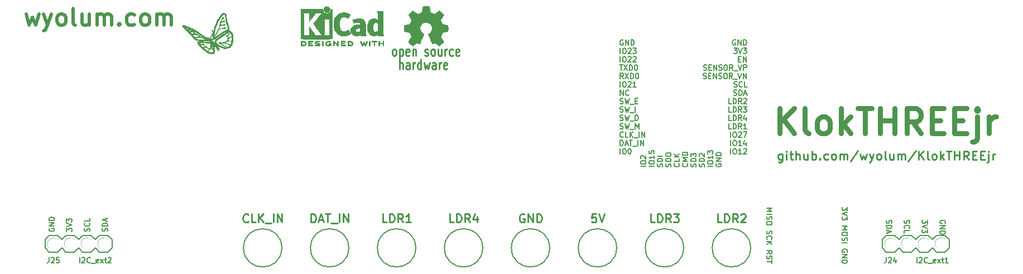
<source format=gto>
G04 #@! TF.GenerationSoftware,KiCad,Pcbnew,no-vcs-found-67ccf76~61~ubuntu16.04.1*
G04 #@! TF.CreationDate,2018-03-04T10:40:27+05:30*
G04 #@! TF.ProjectId,k3jr_controller,6B336A725F636F6E74726F6C6C65722E,rev 1*
G04 #@! TF.SameCoordinates,Original*
G04 #@! TF.FileFunction,Legend,Top*
G04 #@! TF.FilePolarity,Positive*
%FSLAX46Y46*%
G04 Gerber Fmt 4.6, Leading zero omitted, Abs format (unit mm)*
G04 Created by KiCad (PCBNEW no-vcs-found-67ccf76~61~ubuntu16.04.1) date Sun Mar  4 10:40:27 2018*
%MOMM*%
%LPD*%
G01*
G04 APERTURE LIST*
%ADD10C,0.150000*%
%ADD11C,0.254000*%
%ADD12C,0.762000*%
%ADD13C,0.508000*%
%ADD14C,0.002540*%
%ADD15C,0.010000*%
%ADD16C,0.152400*%
%ADD17O,2.200000X1.400000*%
%ADD18C,1.450000*%
%ADD19C,1.600000*%
%ADD20C,6.400000*%
%ADD21C,0.800000*%
%ADD22C,3.200000*%
%ADD23C,5.200000*%
%ADD24O,2.000000X1.000000*%
%ADD25O,1.000000X2.000000*%
%ADD26C,1.800000*%
%ADD27C,1.524000*%
%ADD28R,1.524000X1.524000*%
G04 APERTURE END LIST*
D10*
X184588095Y-82093333D02*
X184588095Y-82588571D01*
X184283333Y-82321904D01*
X184283333Y-82436190D01*
X184245238Y-82512380D01*
X184207142Y-82550476D01*
X184130952Y-82588571D01*
X183940476Y-82588571D01*
X183864285Y-82550476D01*
X183826190Y-82512380D01*
X183788095Y-82436190D01*
X183788095Y-82207619D01*
X183826190Y-82131428D01*
X183864285Y-82093333D01*
X184588095Y-82817142D02*
X183788095Y-83083809D01*
X184588095Y-83350476D01*
X184588095Y-83540952D02*
X184588095Y-84036190D01*
X184283333Y-83769523D01*
X184283333Y-83883809D01*
X184245238Y-83960000D01*
X184207142Y-83998095D01*
X184130952Y-84036190D01*
X183940476Y-84036190D01*
X183864285Y-83998095D01*
X183826190Y-83960000D01*
X183788095Y-83883809D01*
X183788095Y-83655238D01*
X183826190Y-83579047D01*
X183864285Y-83540952D01*
X183788095Y-84988571D02*
X184588095Y-84988571D01*
X184016666Y-85255238D01*
X184588095Y-85521904D01*
X183788095Y-85521904D01*
X184588095Y-86055238D02*
X184588095Y-86207619D01*
X184550000Y-86283809D01*
X184473809Y-86360000D01*
X184321428Y-86398095D01*
X184054761Y-86398095D01*
X183902380Y-86360000D01*
X183826190Y-86283809D01*
X183788095Y-86207619D01*
X183788095Y-86055238D01*
X183826190Y-85979047D01*
X183902380Y-85902857D01*
X184054761Y-85864761D01*
X184321428Y-85864761D01*
X184473809Y-85902857D01*
X184550000Y-85979047D01*
X184588095Y-86055238D01*
X183826190Y-86702857D02*
X183788095Y-86817142D01*
X183788095Y-87007619D01*
X183826190Y-87083809D01*
X183864285Y-87121904D01*
X183940476Y-87160000D01*
X184016666Y-87160000D01*
X184092857Y-87121904D01*
X184130952Y-87083809D01*
X184169047Y-87007619D01*
X184207142Y-86855238D01*
X184245238Y-86779047D01*
X184283333Y-86740952D01*
X184359523Y-86702857D01*
X184435714Y-86702857D01*
X184511904Y-86740952D01*
X184550000Y-86779047D01*
X184588095Y-86855238D01*
X184588095Y-87045714D01*
X184550000Y-87160000D01*
X183788095Y-87502857D02*
X184588095Y-87502857D01*
X184550000Y-88912380D02*
X184588095Y-88836190D01*
X184588095Y-88721904D01*
X184550000Y-88607619D01*
X184473809Y-88531428D01*
X184397619Y-88493333D01*
X184245238Y-88455238D01*
X184130952Y-88455238D01*
X183978571Y-88493333D01*
X183902380Y-88531428D01*
X183826190Y-88607619D01*
X183788095Y-88721904D01*
X183788095Y-88798095D01*
X183826190Y-88912380D01*
X183864285Y-88950476D01*
X184130952Y-88950476D01*
X184130952Y-88798095D01*
X183788095Y-89293333D02*
X184588095Y-89293333D01*
X183788095Y-89750476D01*
X184588095Y-89750476D01*
X183788095Y-90131428D02*
X184588095Y-90131428D01*
X184588095Y-90321904D01*
X184550000Y-90436190D01*
X184473809Y-90512380D01*
X184397619Y-90550476D01*
X184245238Y-90588571D01*
X184130952Y-90588571D01*
X183978571Y-90550476D01*
X183902380Y-90512380D01*
X183826190Y-90436190D01*
X183788095Y-90321904D01*
X183788095Y-90131428D01*
X172358095Y-82226666D02*
X173158095Y-82226666D01*
X172586666Y-82493333D01*
X173158095Y-82760000D01*
X172358095Y-82760000D01*
X172358095Y-83140952D02*
X173158095Y-83140952D01*
X172396190Y-83483809D02*
X172358095Y-83598095D01*
X172358095Y-83788571D01*
X172396190Y-83864761D01*
X172434285Y-83902857D01*
X172510476Y-83940952D01*
X172586666Y-83940952D01*
X172662857Y-83902857D01*
X172700952Y-83864761D01*
X172739047Y-83788571D01*
X172777142Y-83636190D01*
X172815238Y-83560000D01*
X172853333Y-83521904D01*
X172929523Y-83483809D01*
X173005714Y-83483809D01*
X173081904Y-83521904D01*
X173120000Y-83560000D01*
X173158095Y-83636190D01*
X173158095Y-83826666D01*
X173120000Y-83940952D01*
X173158095Y-84436190D02*
X173158095Y-84588571D01*
X173120000Y-84664761D01*
X173043809Y-84740952D01*
X172891428Y-84779047D01*
X172624761Y-84779047D01*
X172472380Y-84740952D01*
X172396190Y-84664761D01*
X172358095Y-84588571D01*
X172358095Y-84436190D01*
X172396190Y-84360000D01*
X172472380Y-84283809D01*
X172624761Y-84245714D01*
X172891428Y-84245714D01*
X173043809Y-84283809D01*
X173120000Y-84360000D01*
X173158095Y-84436190D01*
X172396190Y-85693333D02*
X172358095Y-85807619D01*
X172358095Y-85998095D01*
X172396190Y-86074285D01*
X172434285Y-86112380D01*
X172510476Y-86150476D01*
X172586666Y-86150476D01*
X172662857Y-86112380D01*
X172700952Y-86074285D01*
X172739047Y-85998095D01*
X172777142Y-85845714D01*
X172815238Y-85769523D01*
X172853333Y-85731428D01*
X172929523Y-85693333D01*
X173005714Y-85693333D01*
X173081904Y-85731428D01*
X173120000Y-85769523D01*
X173158095Y-85845714D01*
X173158095Y-86036190D01*
X173120000Y-86150476D01*
X172434285Y-86950476D02*
X172396190Y-86912380D01*
X172358095Y-86798095D01*
X172358095Y-86721904D01*
X172396190Y-86607619D01*
X172472380Y-86531428D01*
X172548571Y-86493333D01*
X172700952Y-86455238D01*
X172815238Y-86455238D01*
X172967619Y-86493333D01*
X173043809Y-86531428D01*
X173120000Y-86607619D01*
X173158095Y-86721904D01*
X173158095Y-86798095D01*
X173120000Y-86912380D01*
X173081904Y-86950476D01*
X172358095Y-87293333D02*
X173158095Y-87293333D01*
X172358095Y-87750476D02*
X172815238Y-87407619D01*
X173158095Y-87750476D02*
X172700952Y-87293333D01*
X172358095Y-89160000D02*
X172739047Y-88893333D01*
X172358095Y-88702857D02*
X173158095Y-88702857D01*
X173158095Y-89007619D01*
X173120000Y-89083809D01*
X173081904Y-89121904D01*
X173005714Y-89160000D01*
X172891428Y-89160000D01*
X172815238Y-89121904D01*
X172777142Y-89083809D01*
X172739047Y-89007619D01*
X172739047Y-88702857D01*
X172396190Y-89464761D02*
X172358095Y-89579047D01*
X172358095Y-89769523D01*
X172396190Y-89845714D01*
X172434285Y-89883809D01*
X172510476Y-89921904D01*
X172586666Y-89921904D01*
X172662857Y-89883809D01*
X172700952Y-89845714D01*
X172739047Y-89769523D01*
X172777142Y-89617142D01*
X172815238Y-89540952D01*
X172853333Y-89502857D01*
X172929523Y-89464761D01*
X173005714Y-89464761D01*
X173081904Y-89502857D01*
X173120000Y-89540952D01*
X173158095Y-89617142D01*
X173158095Y-89807619D01*
X173120000Y-89921904D01*
X173158095Y-90150476D02*
X173158095Y-90607619D01*
X172358095Y-90379047D02*
X173158095Y-90379047D01*
X63495000Y-85292976D02*
X63456904Y-85369166D01*
X63456904Y-85483452D01*
X63495000Y-85597738D01*
X63571190Y-85673928D01*
X63647380Y-85712023D01*
X63799761Y-85750119D01*
X63914047Y-85750119D01*
X64066428Y-85712023D01*
X64142619Y-85673928D01*
X64218809Y-85597738D01*
X64256904Y-85483452D01*
X64256904Y-85407261D01*
X64218809Y-85292976D01*
X64180714Y-85254880D01*
X63914047Y-85254880D01*
X63914047Y-85407261D01*
X64256904Y-84912023D02*
X63456904Y-84912023D01*
X64256904Y-84454880D01*
X63456904Y-84454880D01*
X64256904Y-84073928D02*
X63456904Y-84073928D01*
X63456904Y-83883452D01*
X63495000Y-83769166D01*
X63571190Y-83692976D01*
X63647380Y-83654880D01*
X63799761Y-83616785D01*
X63914047Y-83616785D01*
X64066428Y-83654880D01*
X64142619Y-83692976D01*
X64218809Y-83769166D01*
X64256904Y-83883452D01*
X64256904Y-84073928D01*
X66156904Y-85788214D02*
X66156904Y-85292976D01*
X66461666Y-85559642D01*
X66461666Y-85445357D01*
X66499761Y-85369166D01*
X66537857Y-85331071D01*
X66614047Y-85292976D01*
X66804523Y-85292976D01*
X66880714Y-85331071D01*
X66918809Y-85369166D01*
X66956904Y-85445357D01*
X66956904Y-85673928D01*
X66918809Y-85750119D01*
X66880714Y-85788214D01*
X66156904Y-85064404D02*
X66956904Y-84797738D01*
X66156904Y-84531071D01*
X66156904Y-84340595D02*
X66156904Y-83845357D01*
X66461666Y-84112023D01*
X66461666Y-83997738D01*
X66499761Y-83921547D01*
X66537857Y-83883452D01*
X66614047Y-83845357D01*
X66804523Y-83845357D01*
X66880714Y-83883452D01*
X66918809Y-83921547D01*
X66956904Y-83997738D01*
X66956904Y-84226309D01*
X66918809Y-84302500D01*
X66880714Y-84340595D01*
X69618809Y-85750119D02*
X69656904Y-85635833D01*
X69656904Y-85445357D01*
X69618809Y-85369166D01*
X69580714Y-85331071D01*
X69504523Y-85292976D01*
X69428333Y-85292976D01*
X69352142Y-85331071D01*
X69314047Y-85369166D01*
X69275952Y-85445357D01*
X69237857Y-85597738D01*
X69199761Y-85673928D01*
X69161666Y-85712023D01*
X69085476Y-85750119D01*
X69009285Y-85750119D01*
X68933095Y-85712023D01*
X68895000Y-85673928D01*
X68856904Y-85597738D01*
X68856904Y-85407261D01*
X68895000Y-85292976D01*
X69580714Y-84492976D02*
X69618809Y-84531071D01*
X69656904Y-84645357D01*
X69656904Y-84721547D01*
X69618809Y-84835833D01*
X69542619Y-84912023D01*
X69466428Y-84950119D01*
X69314047Y-84988214D01*
X69199761Y-84988214D01*
X69047380Y-84950119D01*
X68971190Y-84912023D01*
X68895000Y-84835833D01*
X68856904Y-84721547D01*
X68856904Y-84645357D01*
X68895000Y-84531071D01*
X68933095Y-84492976D01*
X69656904Y-83769166D02*
X69656904Y-84150119D01*
X68856904Y-84150119D01*
X72318809Y-85750119D02*
X72356904Y-85635833D01*
X72356904Y-85445357D01*
X72318809Y-85369166D01*
X72280714Y-85331071D01*
X72204523Y-85292976D01*
X72128333Y-85292976D01*
X72052142Y-85331071D01*
X72014047Y-85369166D01*
X71975952Y-85445357D01*
X71937857Y-85597738D01*
X71899761Y-85673928D01*
X71861666Y-85712023D01*
X71785476Y-85750119D01*
X71709285Y-85750119D01*
X71633095Y-85712023D01*
X71595000Y-85673928D01*
X71556904Y-85597738D01*
X71556904Y-85407261D01*
X71595000Y-85292976D01*
X72356904Y-84950119D02*
X71556904Y-84950119D01*
X71556904Y-84759642D01*
X71595000Y-84645357D01*
X71671190Y-84569166D01*
X71747380Y-84531071D01*
X71899761Y-84492976D01*
X72014047Y-84492976D01*
X72166428Y-84531071D01*
X72242619Y-84569166D01*
X72318809Y-84645357D01*
X72356904Y-84759642D01*
X72356904Y-84950119D01*
X72128333Y-84188214D02*
X72128333Y-83807261D01*
X72356904Y-84264404D02*
X71556904Y-83997738D01*
X72356904Y-83731071D01*
X199395000Y-84527023D02*
X199433095Y-84450833D01*
X199433095Y-84336547D01*
X199395000Y-84222261D01*
X199318809Y-84146071D01*
X199242619Y-84107976D01*
X199090238Y-84069880D01*
X198975952Y-84069880D01*
X198823571Y-84107976D01*
X198747380Y-84146071D01*
X198671190Y-84222261D01*
X198633095Y-84336547D01*
X198633095Y-84412738D01*
X198671190Y-84527023D01*
X198709285Y-84565119D01*
X198975952Y-84565119D01*
X198975952Y-84412738D01*
X198633095Y-84907976D02*
X199433095Y-84907976D01*
X198633095Y-85365119D01*
X199433095Y-85365119D01*
X198633095Y-85746071D02*
X199433095Y-85746071D01*
X199433095Y-85936547D01*
X199395000Y-86050833D01*
X199318809Y-86127023D01*
X199242619Y-86165119D01*
X199090238Y-86203214D01*
X198975952Y-86203214D01*
X198823571Y-86165119D01*
X198747380Y-86127023D01*
X198671190Y-86050833D01*
X198633095Y-85936547D01*
X198633095Y-85746071D01*
X196733095Y-84031785D02*
X196733095Y-84527023D01*
X196428333Y-84260357D01*
X196428333Y-84374642D01*
X196390238Y-84450833D01*
X196352142Y-84488928D01*
X196275952Y-84527023D01*
X196085476Y-84527023D01*
X196009285Y-84488928D01*
X195971190Y-84450833D01*
X195933095Y-84374642D01*
X195933095Y-84146071D01*
X195971190Y-84069880D01*
X196009285Y-84031785D01*
X196733095Y-84755595D02*
X195933095Y-85022261D01*
X196733095Y-85288928D01*
X196733095Y-85479404D02*
X196733095Y-85974642D01*
X196428333Y-85707976D01*
X196428333Y-85822261D01*
X196390238Y-85898452D01*
X196352142Y-85936547D01*
X196275952Y-85974642D01*
X196085476Y-85974642D01*
X196009285Y-85936547D01*
X195971190Y-85898452D01*
X195933095Y-85822261D01*
X195933095Y-85593690D01*
X195971190Y-85517500D01*
X196009285Y-85479404D01*
X193271190Y-84069880D02*
X193233095Y-84184166D01*
X193233095Y-84374642D01*
X193271190Y-84450833D01*
X193309285Y-84488928D01*
X193385476Y-84527023D01*
X193461666Y-84527023D01*
X193537857Y-84488928D01*
X193575952Y-84450833D01*
X193614047Y-84374642D01*
X193652142Y-84222261D01*
X193690238Y-84146071D01*
X193728333Y-84107976D01*
X193804523Y-84069880D01*
X193880714Y-84069880D01*
X193956904Y-84107976D01*
X193995000Y-84146071D01*
X194033095Y-84222261D01*
X194033095Y-84412738D01*
X193995000Y-84527023D01*
X193309285Y-85327023D02*
X193271190Y-85288928D01*
X193233095Y-85174642D01*
X193233095Y-85098452D01*
X193271190Y-84984166D01*
X193347380Y-84907976D01*
X193423571Y-84869880D01*
X193575952Y-84831785D01*
X193690238Y-84831785D01*
X193842619Y-84869880D01*
X193918809Y-84907976D01*
X193995000Y-84984166D01*
X194033095Y-85098452D01*
X194033095Y-85174642D01*
X193995000Y-85288928D01*
X193956904Y-85327023D01*
X193233095Y-86050833D02*
X193233095Y-85669880D01*
X194033095Y-85669880D01*
X190571190Y-84069880D02*
X190533095Y-84184166D01*
X190533095Y-84374642D01*
X190571190Y-84450833D01*
X190609285Y-84488928D01*
X190685476Y-84527023D01*
X190761666Y-84527023D01*
X190837857Y-84488928D01*
X190875952Y-84450833D01*
X190914047Y-84374642D01*
X190952142Y-84222261D01*
X190990238Y-84146071D01*
X191028333Y-84107976D01*
X191104523Y-84069880D01*
X191180714Y-84069880D01*
X191256904Y-84107976D01*
X191295000Y-84146071D01*
X191333095Y-84222261D01*
X191333095Y-84412738D01*
X191295000Y-84527023D01*
X190533095Y-84869880D02*
X191333095Y-84869880D01*
X191333095Y-85060357D01*
X191295000Y-85174642D01*
X191218809Y-85250833D01*
X191142619Y-85288928D01*
X190990238Y-85327023D01*
X190875952Y-85327023D01*
X190723571Y-85288928D01*
X190647380Y-85250833D01*
X190571190Y-85174642D01*
X190533095Y-85060357D01*
X190533095Y-84869880D01*
X190761666Y-85631785D02*
X190761666Y-86012738D01*
X190533095Y-85555595D02*
X191333095Y-85822261D01*
X190533095Y-86088928D01*
X150147976Y-65131904D02*
X150147976Y-64331904D01*
X150605119Y-65131904D01*
X150605119Y-64331904D01*
X151443214Y-65055714D02*
X151405119Y-65093809D01*
X151290833Y-65131904D01*
X151214642Y-65131904D01*
X151100357Y-65093809D01*
X151024166Y-65017619D01*
X150986071Y-64941428D01*
X150947976Y-64789047D01*
X150947976Y-64674761D01*
X150986071Y-64522380D01*
X151024166Y-64446190D01*
X151100357Y-64370000D01*
X151214642Y-64331904D01*
X151290833Y-64331904D01*
X151405119Y-64370000D01*
X151443214Y-64408095D01*
X150147976Y-63861904D02*
X150147976Y-63061904D01*
X150681309Y-63061904D02*
X150833690Y-63061904D01*
X150909880Y-63100000D01*
X150986071Y-63176190D01*
X151024166Y-63328571D01*
X151024166Y-63595238D01*
X150986071Y-63747619D01*
X150909880Y-63823809D01*
X150833690Y-63861904D01*
X150681309Y-63861904D01*
X150605119Y-63823809D01*
X150528928Y-63747619D01*
X150490833Y-63595238D01*
X150490833Y-63328571D01*
X150528928Y-63176190D01*
X150605119Y-63100000D01*
X150681309Y-63061904D01*
X151328928Y-63138095D02*
X151367023Y-63100000D01*
X151443214Y-63061904D01*
X151633690Y-63061904D01*
X151709880Y-63100000D01*
X151747976Y-63138095D01*
X151786071Y-63214285D01*
X151786071Y-63290476D01*
X151747976Y-63404761D01*
X151290833Y-63861904D01*
X151786071Y-63861904D01*
X152547976Y-63861904D02*
X152090833Y-63861904D01*
X152319404Y-63861904D02*
X152319404Y-63061904D01*
X152243214Y-63176190D01*
X152167023Y-63252380D01*
X152090833Y-63290476D01*
D11*
X174730228Y-74022857D02*
X174730228Y-75050952D01*
X174666123Y-75171904D01*
X174602019Y-75232380D01*
X174473809Y-75292857D01*
X174281495Y-75292857D01*
X174153285Y-75232380D01*
X174730228Y-74809047D02*
X174602019Y-74869523D01*
X174345600Y-74869523D01*
X174217390Y-74809047D01*
X174153285Y-74748571D01*
X174089180Y-74627619D01*
X174089180Y-74264761D01*
X174153285Y-74143809D01*
X174217390Y-74083333D01*
X174345600Y-74022857D01*
X174602019Y-74022857D01*
X174730228Y-74083333D01*
X175371276Y-74869523D02*
X175371276Y-74022857D01*
X175371276Y-73599523D02*
X175307171Y-73660000D01*
X175371276Y-73720476D01*
X175435380Y-73660000D01*
X175371276Y-73599523D01*
X175371276Y-73720476D01*
X175820009Y-74022857D02*
X176332847Y-74022857D01*
X176012323Y-73599523D02*
X176012323Y-74688095D01*
X176076428Y-74809047D01*
X176204638Y-74869523D01*
X176332847Y-74869523D01*
X176781580Y-74869523D02*
X176781580Y-73599523D01*
X177358523Y-74869523D02*
X177358523Y-74204285D01*
X177294419Y-74083333D01*
X177166209Y-74022857D01*
X176973895Y-74022857D01*
X176845685Y-74083333D01*
X176781580Y-74143809D01*
X178576514Y-74022857D02*
X178576514Y-74869523D01*
X177999571Y-74022857D02*
X177999571Y-74688095D01*
X178063676Y-74809047D01*
X178191885Y-74869523D01*
X178384200Y-74869523D01*
X178512409Y-74809047D01*
X178576514Y-74748571D01*
X179217561Y-74869523D02*
X179217561Y-73599523D01*
X179217561Y-74083333D02*
X179345771Y-74022857D01*
X179602190Y-74022857D01*
X179730400Y-74083333D01*
X179794504Y-74143809D01*
X179858609Y-74264761D01*
X179858609Y-74627619D01*
X179794504Y-74748571D01*
X179730400Y-74809047D01*
X179602190Y-74869523D01*
X179345771Y-74869523D01*
X179217561Y-74809047D01*
X180435552Y-74748571D02*
X180499657Y-74809047D01*
X180435552Y-74869523D01*
X180371447Y-74809047D01*
X180435552Y-74748571D01*
X180435552Y-74869523D01*
X181653542Y-74809047D02*
X181525333Y-74869523D01*
X181268914Y-74869523D01*
X181140704Y-74809047D01*
X181076600Y-74748571D01*
X181012495Y-74627619D01*
X181012495Y-74264761D01*
X181076600Y-74143809D01*
X181140704Y-74083333D01*
X181268914Y-74022857D01*
X181525333Y-74022857D01*
X181653542Y-74083333D01*
X182422800Y-74869523D02*
X182294590Y-74809047D01*
X182230485Y-74748571D01*
X182166380Y-74627619D01*
X182166380Y-74264761D01*
X182230485Y-74143809D01*
X182294590Y-74083333D01*
X182422800Y-74022857D01*
X182615114Y-74022857D01*
X182743323Y-74083333D01*
X182807428Y-74143809D01*
X182871533Y-74264761D01*
X182871533Y-74627619D01*
X182807428Y-74748571D01*
X182743323Y-74809047D01*
X182615114Y-74869523D01*
X182422800Y-74869523D01*
X183448476Y-74869523D02*
X183448476Y-74022857D01*
X183448476Y-74143809D02*
X183512580Y-74083333D01*
X183640790Y-74022857D01*
X183833104Y-74022857D01*
X183961314Y-74083333D01*
X184025419Y-74204285D01*
X184025419Y-74869523D01*
X184025419Y-74204285D02*
X184089523Y-74083333D01*
X184217733Y-74022857D01*
X184410047Y-74022857D01*
X184538257Y-74083333D01*
X184602361Y-74204285D01*
X184602361Y-74869523D01*
X186204980Y-73539047D02*
X185051095Y-75171904D01*
X186525504Y-74022857D02*
X186781923Y-74869523D01*
X187038342Y-74264761D01*
X187294761Y-74869523D01*
X187551180Y-74022857D01*
X187935809Y-74022857D02*
X188256333Y-74869523D01*
X188576857Y-74022857D02*
X188256333Y-74869523D01*
X188128123Y-75171904D01*
X188064019Y-75232380D01*
X187935809Y-75292857D01*
X189282009Y-74869523D02*
X189153800Y-74809047D01*
X189089695Y-74748571D01*
X189025590Y-74627619D01*
X189025590Y-74264761D01*
X189089695Y-74143809D01*
X189153800Y-74083333D01*
X189282009Y-74022857D01*
X189474323Y-74022857D01*
X189602533Y-74083333D01*
X189666638Y-74143809D01*
X189730742Y-74264761D01*
X189730742Y-74627619D01*
X189666638Y-74748571D01*
X189602533Y-74809047D01*
X189474323Y-74869523D01*
X189282009Y-74869523D01*
X190500000Y-74869523D02*
X190371790Y-74809047D01*
X190307685Y-74688095D01*
X190307685Y-73599523D01*
X191589780Y-74022857D02*
X191589780Y-74869523D01*
X191012838Y-74022857D02*
X191012838Y-74688095D01*
X191076942Y-74809047D01*
X191205152Y-74869523D01*
X191397466Y-74869523D01*
X191525676Y-74809047D01*
X191589780Y-74748571D01*
X192230828Y-74869523D02*
X192230828Y-74022857D01*
X192230828Y-74143809D02*
X192294933Y-74083333D01*
X192423142Y-74022857D01*
X192615457Y-74022857D01*
X192743666Y-74083333D01*
X192807771Y-74204285D01*
X192807771Y-74869523D01*
X192807771Y-74204285D02*
X192871876Y-74083333D01*
X193000085Y-74022857D01*
X193192400Y-74022857D01*
X193320609Y-74083333D01*
X193384714Y-74204285D01*
X193384714Y-74869523D01*
X194987333Y-73539047D02*
X193833447Y-75171904D01*
X195436066Y-74869523D02*
X195436066Y-73599523D01*
X196205323Y-74869523D02*
X195628380Y-74143809D01*
X196205323Y-73599523D02*
X195436066Y-74325238D01*
X196974580Y-74869523D02*
X196846371Y-74809047D01*
X196782266Y-74688095D01*
X196782266Y-73599523D01*
X197679733Y-74869523D02*
X197551523Y-74809047D01*
X197487419Y-74748571D01*
X197423314Y-74627619D01*
X197423314Y-74264761D01*
X197487419Y-74143809D01*
X197551523Y-74083333D01*
X197679733Y-74022857D01*
X197872047Y-74022857D01*
X198000257Y-74083333D01*
X198064361Y-74143809D01*
X198128466Y-74264761D01*
X198128466Y-74627619D01*
X198064361Y-74748571D01*
X198000257Y-74809047D01*
X197872047Y-74869523D01*
X197679733Y-74869523D01*
X198705409Y-74869523D02*
X198705409Y-73599523D01*
X198833619Y-74385714D02*
X199218247Y-74869523D01*
X199218247Y-74022857D02*
X198705409Y-74506666D01*
X199602876Y-73599523D02*
X200372133Y-73599523D01*
X199987504Y-74869523D02*
X199987504Y-73599523D01*
X200820866Y-74869523D02*
X200820866Y-73599523D01*
X200820866Y-74204285D02*
X201590123Y-74204285D01*
X201590123Y-74869523D02*
X201590123Y-73599523D01*
X203000428Y-74869523D02*
X202551695Y-74264761D01*
X202231171Y-74869523D02*
X202231171Y-73599523D01*
X202744009Y-73599523D01*
X202872219Y-73660000D01*
X202936323Y-73720476D01*
X203000428Y-73841428D01*
X203000428Y-74022857D01*
X202936323Y-74143809D01*
X202872219Y-74204285D01*
X202744009Y-74264761D01*
X202231171Y-74264761D01*
X203577371Y-74204285D02*
X204026104Y-74204285D01*
X204218419Y-74869523D02*
X203577371Y-74869523D01*
X203577371Y-73599523D01*
X204218419Y-73599523D01*
X204795361Y-74204285D02*
X205244095Y-74204285D01*
X205436409Y-74869523D02*
X204795361Y-74869523D01*
X204795361Y-73599523D01*
X205436409Y-73599523D01*
X206013352Y-74022857D02*
X206013352Y-75111428D01*
X205949247Y-75232380D01*
X205821038Y-75292857D01*
X205756933Y-75292857D01*
X206013352Y-73599523D02*
X205949247Y-73660000D01*
X206013352Y-73720476D01*
X206077457Y-73660000D01*
X206013352Y-73599523D01*
X206013352Y-73720476D01*
X206654400Y-74869523D02*
X206654400Y-74022857D01*
X206654400Y-74264761D02*
X206718504Y-74143809D01*
X206782609Y-74083333D01*
X206910819Y-74022857D01*
X207039028Y-74022857D01*
D12*
X174352857Y-70938571D02*
X174352857Y-67128571D01*
X176529999Y-70938571D02*
X174897142Y-68761428D01*
X176529999Y-67128571D02*
X174352857Y-69305714D01*
X178707142Y-70938571D02*
X178344285Y-70757142D01*
X178162857Y-70394285D01*
X178162857Y-67128571D01*
X180702857Y-70938571D02*
X180339999Y-70757142D01*
X180158571Y-70575714D01*
X179977142Y-70212857D01*
X179977142Y-69124285D01*
X180158571Y-68761428D01*
X180339999Y-68580000D01*
X180702857Y-68398571D01*
X181247142Y-68398571D01*
X181609999Y-68580000D01*
X181791428Y-68761428D01*
X181972857Y-69124285D01*
X181972857Y-70212857D01*
X181791428Y-70575714D01*
X181609999Y-70757142D01*
X181247142Y-70938571D01*
X180702857Y-70938571D01*
X183605714Y-70938571D02*
X183605714Y-67128571D01*
X183968571Y-69487142D02*
X185057142Y-70938571D01*
X185057142Y-68398571D02*
X183605714Y-69850000D01*
X186145714Y-67128571D02*
X188322857Y-67128571D01*
X187234285Y-70938571D02*
X187234285Y-67128571D01*
X189592857Y-70938571D02*
X189592857Y-67128571D01*
X189592857Y-68942857D02*
X191769999Y-68942857D01*
X191769999Y-70938571D02*
X191769999Y-67128571D01*
X195761428Y-70938571D02*
X194491428Y-69124285D01*
X193584285Y-70938571D02*
X193584285Y-67128571D01*
X195035714Y-67128571D01*
X195398571Y-67310000D01*
X195579999Y-67491428D01*
X195761428Y-67854285D01*
X195761428Y-68398571D01*
X195579999Y-68761428D01*
X195398571Y-68942857D01*
X195035714Y-69124285D01*
X193584285Y-69124285D01*
X197394285Y-68942857D02*
X198664285Y-68942857D01*
X199208571Y-70938571D02*
X197394285Y-70938571D01*
X197394285Y-67128571D01*
X199208571Y-67128571D01*
X200841428Y-68942857D02*
X202111428Y-68942857D01*
X202655714Y-70938571D02*
X200841428Y-70938571D01*
X200841428Y-67128571D01*
X202655714Y-67128571D01*
X204288571Y-68398571D02*
X204288571Y-71664285D01*
X204107142Y-72027142D01*
X203744285Y-72208571D01*
X203562857Y-72208571D01*
X204288571Y-67128571D02*
X204107142Y-67310000D01*
X204288571Y-67491428D01*
X204470000Y-67310000D01*
X204288571Y-67128571D01*
X204288571Y-67491428D01*
X206102857Y-70938571D02*
X206102857Y-68398571D01*
X206102857Y-69124285D02*
X206284285Y-68761428D01*
X206465714Y-68580000D01*
X206828571Y-68398571D01*
X207191428Y-68398571D01*
D10*
X154031904Y-75912023D02*
X153231904Y-75912023D01*
X153231904Y-75378690D02*
X153231904Y-75226309D01*
X153270000Y-75150119D01*
X153346190Y-75073928D01*
X153498571Y-75035833D01*
X153765238Y-75035833D01*
X153917619Y-75073928D01*
X153993809Y-75150119D01*
X154031904Y-75226309D01*
X154031904Y-75378690D01*
X153993809Y-75454880D01*
X153917619Y-75531071D01*
X153765238Y-75569166D01*
X153498571Y-75569166D01*
X153346190Y-75531071D01*
X153270000Y-75454880D01*
X153231904Y-75378690D01*
X153308095Y-74731071D02*
X153270000Y-74692976D01*
X153231904Y-74616785D01*
X153231904Y-74426309D01*
X153270000Y-74350119D01*
X153308095Y-74312023D01*
X153384285Y-74273928D01*
X153460476Y-74273928D01*
X153574761Y-74312023D01*
X154031904Y-74769166D01*
X154031904Y-74273928D01*
X156533809Y-75950119D02*
X156571904Y-75835833D01*
X156571904Y-75645357D01*
X156533809Y-75569166D01*
X156495714Y-75531071D01*
X156419523Y-75492976D01*
X156343333Y-75492976D01*
X156267142Y-75531071D01*
X156229047Y-75569166D01*
X156190952Y-75645357D01*
X156152857Y-75797738D01*
X156114761Y-75873928D01*
X156076666Y-75912023D01*
X156000476Y-75950119D01*
X155924285Y-75950119D01*
X155848095Y-75912023D01*
X155810000Y-75873928D01*
X155771904Y-75797738D01*
X155771904Y-75607261D01*
X155810000Y-75492976D01*
X156571904Y-75150119D02*
X155771904Y-75150119D01*
X155771904Y-74959642D01*
X155810000Y-74845357D01*
X155886190Y-74769166D01*
X155962380Y-74731071D01*
X156114761Y-74692976D01*
X156229047Y-74692976D01*
X156381428Y-74731071D01*
X156457619Y-74769166D01*
X156533809Y-74845357D01*
X156571904Y-74959642D01*
X156571904Y-75150119D01*
X156571904Y-74350119D02*
X155771904Y-74350119D01*
X157803809Y-75950119D02*
X157841904Y-75835833D01*
X157841904Y-75645357D01*
X157803809Y-75569166D01*
X157765714Y-75531071D01*
X157689523Y-75492976D01*
X157613333Y-75492976D01*
X157537142Y-75531071D01*
X157499047Y-75569166D01*
X157460952Y-75645357D01*
X157422857Y-75797738D01*
X157384761Y-75873928D01*
X157346666Y-75912023D01*
X157270476Y-75950119D01*
X157194285Y-75950119D01*
X157118095Y-75912023D01*
X157080000Y-75873928D01*
X157041904Y-75797738D01*
X157041904Y-75607261D01*
X157080000Y-75492976D01*
X157841904Y-75150119D02*
X157041904Y-75150119D01*
X157041904Y-74959642D01*
X157080000Y-74845357D01*
X157156190Y-74769166D01*
X157232380Y-74731071D01*
X157384761Y-74692976D01*
X157499047Y-74692976D01*
X157651428Y-74731071D01*
X157727619Y-74769166D01*
X157803809Y-74845357D01*
X157841904Y-74959642D01*
X157841904Y-75150119D01*
X157041904Y-74197738D02*
X157041904Y-74045357D01*
X157080000Y-73969166D01*
X157156190Y-73892976D01*
X157308571Y-73854880D01*
X157575238Y-73854880D01*
X157727619Y-73892976D01*
X157803809Y-73969166D01*
X157841904Y-74045357D01*
X157841904Y-74197738D01*
X157803809Y-74273928D01*
X157727619Y-74350119D01*
X157575238Y-74388214D01*
X157308571Y-74388214D01*
X157156190Y-74350119D01*
X157080000Y-74273928D01*
X157041904Y-74197738D01*
X159035714Y-75454880D02*
X159073809Y-75492976D01*
X159111904Y-75607261D01*
X159111904Y-75683452D01*
X159073809Y-75797738D01*
X158997619Y-75873928D01*
X158921428Y-75912023D01*
X158769047Y-75950119D01*
X158654761Y-75950119D01*
X158502380Y-75912023D01*
X158426190Y-75873928D01*
X158350000Y-75797738D01*
X158311904Y-75683452D01*
X158311904Y-75607261D01*
X158350000Y-75492976D01*
X158388095Y-75454880D01*
X159111904Y-74731071D02*
X159111904Y-75112023D01*
X158311904Y-75112023D01*
X159111904Y-74464404D02*
X158311904Y-74464404D01*
X159111904Y-74007261D02*
X158654761Y-74350119D01*
X158311904Y-74007261D02*
X158769047Y-74464404D01*
X160305714Y-75454880D02*
X160343809Y-75492976D01*
X160381904Y-75607261D01*
X160381904Y-75683452D01*
X160343809Y-75797738D01*
X160267619Y-75873928D01*
X160191428Y-75912023D01*
X160039047Y-75950119D01*
X159924761Y-75950119D01*
X159772380Y-75912023D01*
X159696190Y-75873928D01*
X159620000Y-75797738D01*
X159581904Y-75683452D01*
X159581904Y-75607261D01*
X159620000Y-75492976D01*
X159658095Y-75454880D01*
X160381904Y-75112023D02*
X159581904Y-75112023D01*
X160153333Y-74845357D01*
X159581904Y-74578690D01*
X160381904Y-74578690D01*
X160381904Y-74197738D02*
X159581904Y-74197738D01*
X159581904Y-74007261D01*
X159620000Y-73892976D01*
X159696190Y-73816785D01*
X159772380Y-73778690D01*
X159924761Y-73740595D01*
X160039047Y-73740595D01*
X160191428Y-73778690D01*
X160267619Y-73816785D01*
X160343809Y-73892976D01*
X160381904Y-74007261D01*
X160381904Y-74197738D01*
X161613809Y-75950119D02*
X161651904Y-75835833D01*
X161651904Y-75645357D01*
X161613809Y-75569166D01*
X161575714Y-75531071D01*
X161499523Y-75492976D01*
X161423333Y-75492976D01*
X161347142Y-75531071D01*
X161309047Y-75569166D01*
X161270952Y-75645357D01*
X161232857Y-75797738D01*
X161194761Y-75873928D01*
X161156666Y-75912023D01*
X161080476Y-75950119D01*
X161004285Y-75950119D01*
X160928095Y-75912023D01*
X160890000Y-75873928D01*
X160851904Y-75797738D01*
X160851904Y-75607261D01*
X160890000Y-75492976D01*
X161651904Y-75150119D02*
X160851904Y-75150119D01*
X160851904Y-74959642D01*
X160890000Y-74845357D01*
X160966190Y-74769166D01*
X161042380Y-74731071D01*
X161194761Y-74692976D01*
X161309047Y-74692976D01*
X161461428Y-74731071D01*
X161537619Y-74769166D01*
X161613809Y-74845357D01*
X161651904Y-74959642D01*
X161651904Y-75150119D01*
X160851904Y-74426309D02*
X160851904Y-73931071D01*
X161156666Y-74197738D01*
X161156666Y-74083452D01*
X161194761Y-74007261D01*
X161232857Y-73969166D01*
X161309047Y-73931071D01*
X161499523Y-73931071D01*
X161575714Y-73969166D01*
X161613809Y-74007261D01*
X161651904Y-74083452D01*
X161651904Y-74312023D01*
X161613809Y-74388214D01*
X161575714Y-74426309D01*
X162883809Y-75950119D02*
X162921904Y-75835833D01*
X162921904Y-75645357D01*
X162883809Y-75569166D01*
X162845714Y-75531071D01*
X162769523Y-75492976D01*
X162693333Y-75492976D01*
X162617142Y-75531071D01*
X162579047Y-75569166D01*
X162540952Y-75645357D01*
X162502857Y-75797738D01*
X162464761Y-75873928D01*
X162426666Y-75912023D01*
X162350476Y-75950119D01*
X162274285Y-75950119D01*
X162198095Y-75912023D01*
X162160000Y-75873928D01*
X162121904Y-75797738D01*
X162121904Y-75607261D01*
X162160000Y-75492976D01*
X162921904Y-75150119D02*
X162121904Y-75150119D01*
X162121904Y-74959642D01*
X162160000Y-74845357D01*
X162236190Y-74769166D01*
X162312380Y-74731071D01*
X162464761Y-74692976D01*
X162579047Y-74692976D01*
X162731428Y-74731071D01*
X162807619Y-74769166D01*
X162883809Y-74845357D01*
X162921904Y-74959642D01*
X162921904Y-75150119D01*
X162198095Y-74388214D02*
X162160000Y-74350119D01*
X162121904Y-74273928D01*
X162121904Y-74083452D01*
X162160000Y-74007261D01*
X162198095Y-73969166D01*
X162274285Y-73931071D01*
X162350476Y-73931071D01*
X162464761Y-73969166D01*
X162921904Y-74426309D01*
X162921904Y-73931071D01*
X166895119Y-74021904D02*
X166895119Y-73221904D01*
X167428452Y-73221904D02*
X167580833Y-73221904D01*
X167657023Y-73260000D01*
X167733214Y-73336190D01*
X167771309Y-73488571D01*
X167771309Y-73755238D01*
X167733214Y-73907619D01*
X167657023Y-73983809D01*
X167580833Y-74021904D01*
X167428452Y-74021904D01*
X167352261Y-73983809D01*
X167276071Y-73907619D01*
X167237976Y-73755238D01*
X167237976Y-73488571D01*
X167276071Y-73336190D01*
X167352261Y-73260000D01*
X167428452Y-73221904D01*
X168533214Y-74021904D02*
X168076071Y-74021904D01*
X168304642Y-74021904D02*
X168304642Y-73221904D01*
X168228452Y-73336190D01*
X168152261Y-73412380D01*
X168076071Y-73450476D01*
X168837976Y-73298095D02*
X168876071Y-73260000D01*
X168952261Y-73221904D01*
X169142738Y-73221904D01*
X169218928Y-73260000D01*
X169257023Y-73298095D01*
X169295119Y-73374285D01*
X169295119Y-73450476D01*
X169257023Y-73564761D01*
X168799880Y-74021904D01*
X169295119Y-74021904D01*
X166895119Y-72751904D02*
X166895119Y-71951904D01*
X167428452Y-71951904D02*
X167580833Y-71951904D01*
X167657023Y-71990000D01*
X167733214Y-72066190D01*
X167771309Y-72218571D01*
X167771309Y-72485238D01*
X167733214Y-72637619D01*
X167657023Y-72713809D01*
X167580833Y-72751904D01*
X167428452Y-72751904D01*
X167352261Y-72713809D01*
X167276071Y-72637619D01*
X167237976Y-72485238D01*
X167237976Y-72218571D01*
X167276071Y-72066190D01*
X167352261Y-71990000D01*
X167428452Y-71951904D01*
X168533214Y-72751904D02*
X168076071Y-72751904D01*
X168304642Y-72751904D02*
X168304642Y-71951904D01*
X168228452Y-72066190D01*
X168152261Y-72142380D01*
X168076071Y-72180476D01*
X169218928Y-72218571D02*
X169218928Y-72751904D01*
X169028452Y-71913809D02*
X168837976Y-72485238D01*
X169333214Y-72485238D01*
X166895119Y-71481904D02*
X166895119Y-70681904D01*
X167428452Y-70681904D02*
X167580833Y-70681904D01*
X167657023Y-70720000D01*
X167733214Y-70796190D01*
X167771309Y-70948571D01*
X167771309Y-71215238D01*
X167733214Y-71367619D01*
X167657023Y-71443809D01*
X167580833Y-71481904D01*
X167428452Y-71481904D01*
X167352261Y-71443809D01*
X167276071Y-71367619D01*
X167237976Y-71215238D01*
X167237976Y-70948571D01*
X167276071Y-70796190D01*
X167352261Y-70720000D01*
X167428452Y-70681904D01*
X168076071Y-70758095D02*
X168114166Y-70720000D01*
X168190357Y-70681904D01*
X168380833Y-70681904D01*
X168457023Y-70720000D01*
X168495119Y-70758095D01*
X168533214Y-70834285D01*
X168533214Y-70910476D01*
X168495119Y-71024761D01*
X168037976Y-71481904D01*
X168533214Y-71481904D01*
X168799880Y-70681904D02*
X169333214Y-70681904D01*
X168990357Y-71481904D01*
X162742738Y-62553809D02*
X162857023Y-62591904D01*
X163047500Y-62591904D01*
X163123690Y-62553809D01*
X163161785Y-62515714D01*
X163199880Y-62439523D01*
X163199880Y-62363333D01*
X163161785Y-62287142D01*
X163123690Y-62249047D01*
X163047500Y-62210952D01*
X162895119Y-62172857D01*
X162818928Y-62134761D01*
X162780833Y-62096666D01*
X162742738Y-62020476D01*
X162742738Y-61944285D01*
X162780833Y-61868095D01*
X162818928Y-61830000D01*
X162895119Y-61791904D01*
X163085595Y-61791904D01*
X163199880Y-61830000D01*
X163542738Y-62172857D02*
X163809404Y-62172857D01*
X163923690Y-62591904D02*
X163542738Y-62591904D01*
X163542738Y-61791904D01*
X163923690Y-61791904D01*
X164266547Y-62591904D02*
X164266547Y-61791904D01*
X164723690Y-62591904D01*
X164723690Y-61791904D01*
X165066547Y-62553809D02*
X165180833Y-62591904D01*
X165371309Y-62591904D01*
X165447500Y-62553809D01*
X165485595Y-62515714D01*
X165523690Y-62439523D01*
X165523690Y-62363333D01*
X165485595Y-62287142D01*
X165447500Y-62249047D01*
X165371309Y-62210952D01*
X165218928Y-62172857D01*
X165142738Y-62134761D01*
X165104642Y-62096666D01*
X165066547Y-62020476D01*
X165066547Y-61944285D01*
X165104642Y-61868095D01*
X165142738Y-61830000D01*
X165218928Y-61791904D01*
X165409404Y-61791904D01*
X165523690Y-61830000D01*
X166018928Y-61791904D02*
X166171309Y-61791904D01*
X166247500Y-61830000D01*
X166323690Y-61906190D01*
X166361785Y-62058571D01*
X166361785Y-62325238D01*
X166323690Y-62477619D01*
X166247500Y-62553809D01*
X166171309Y-62591904D01*
X166018928Y-62591904D01*
X165942738Y-62553809D01*
X165866547Y-62477619D01*
X165828452Y-62325238D01*
X165828452Y-62058571D01*
X165866547Y-61906190D01*
X165942738Y-61830000D01*
X166018928Y-61791904D01*
X167161785Y-62591904D02*
X166895119Y-62210952D01*
X166704642Y-62591904D02*
X166704642Y-61791904D01*
X167009404Y-61791904D01*
X167085595Y-61830000D01*
X167123690Y-61868095D01*
X167161785Y-61944285D01*
X167161785Y-62058571D01*
X167123690Y-62134761D01*
X167085595Y-62172857D01*
X167009404Y-62210952D01*
X166704642Y-62210952D01*
X167314166Y-62668095D02*
X167923690Y-62668095D01*
X167999880Y-61791904D02*
X168266547Y-62591904D01*
X168533214Y-61791904D01*
X168799880Y-62591904D02*
X168799880Y-61791904D01*
X169257023Y-62591904D01*
X169257023Y-61791904D01*
X162780833Y-61283809D02*
X162895119Y-61321904D01*
X163085595Y-61321904D01*
X163161785Y-61283809D01*
X163199880Y-61245714D01*
X163237976Y-61169523D01*
X163237976Y-61093333D01*
X163199880Y-61017142D01*
X163161785Y-60979047D01*
X163085595Y-60940952D01*
X162933214Y-60902857D01*
X162857023Y-60864761D01*
X162818928Y-60826666D01*
X162780833Y-60750476D01*
X162780833Y-60674285D01*
X162818928Y-60598095D01*
X162857023Y-60560000D01*
X162933214Y-60521904D01*
X163123690Y-60521904D01*
X163237976Y-60560000D01*
X163580833Y-60902857D02*
X163847500Y-60902857D01*
X163961785Y-61321904D02*
X163580833Y-61321904D01*
X163580833Y-60521904D01*
X163961785Y-60521904D01*
X164304642Y-61321904D02*
X164304642Y-60521904D01*
X164761785Y-61321904D01*
X164761785Y-60521904D01*
X165104642Y-61283809D02*
X165218928Y-61321904D01*
X165409404Y-61321904D01*
X165485595Y-61283809D01*
X165523690Y-61245714D01*
X165561785Y-61169523D01*
X165561785Y-61093333D01*
X165523690Y-61017142D01*
X165485595Y-60979047D01*
X165409404Y-60940952D01*
X165257023Y-60902857D01*
X165180833Y-60864761D01*
X165142738Y-60826666D01*
X165104642Y-60750476D01*
X165104642Y-60674285D01*
X165142738Y-60598095D01*
X165180833Y-60560000D01*
X165257023Y-60521904D01*
X165447500Y-60521904D01*
X165561785Y-60560000D01*
X166057023Y-60521904D02*
X166209404Y-60521904D01*
X166285595Y-60560000D01*
X166361785Y-60636190D01*
X166399880Y-60788571D01*
X166399880Y-61055238D01*
X166361785Y-61207619D01*
X166285595Y-61283809D01*
X166209404Y-61321904D01*
X166057023Y-61321904D01*
X165980833Y-61283809D01*
X165904642Y-61207619D01*
X165866547Y-61055238D01*
X165866547Y-60788571D01*
X165904642Y-60636190D01*
X165980833Y-60560000D01*
X166057023Y-60521904D01*
X167199880Y-61321904D02*
X166933214Y-60940952D01*
X166742738Y-61321904D02*
X166742738Y-60521904D01*
X167047500Y-60521904D01*
X167123690Y-60560000D01*
X167161785Y-60598095D01*
X167199880Y-60674285D01*
X167199880Y-60788571D01*
X167161785Y-60864761D01*
X167123690Y-60902857D01*
X167047500Y-60940952D01*
X166742738Y-60940952D01*
X167352261Y-61398095D02*
X167961785Y-61398095D01*
X168037976Y-60521904D02*
X168304642Y-61321904D01*
X168571309Y-60521904D01*
X168837976Y-61321904D02*
X168837976Y-60521904D01*
X169142738Y-60521904D01*
X169218928Y-60560000D01*
X169257023Y-60598095D01*
X169295119Y-60674285D01*
X169295119Y-60788571D01*
X169257023Y-60864761D01*
X169218928Y-60902857D01*
X169142738Y-60940952D01*
X168837976Y-60940952D01*
X150147976Y-60051904D02*
X150147976Y-59251904D01*
X150681309Y-59251904D02*
X150833690Y-59251904D01*
X150909880Y-59290000D01*
X150986071Y-59366190D01*
X151024166Y-59518571D01*
X151024166Y-59785238D01*
X150986071Y-59937619D01*
X150909880Y-60013809D01*
X150833690Y-60051904D01*
X150681309Y-60051904D01*
X150605119Y-60013809D01*
X150528928Y-59937619D01*
X150490833Y-59785238D01*
X150490833Y-59518571D01*
X150528928Y-59366190D01*
X150605119Y-59290000D01*
X150681309Y-59251904D01*
X151328928Y-59328095D02*
X151367023Y-59290000D01*
X151443214Y-59251904D01*
X151633690Y-59251904D01*
X151709880Y-59290000D01*
X151747976Y-59328095D01*
X151786071Y-59404285D01*
X151786071Y-59480476D01*
X151747976Y-59594761D01*
X151290833Y-60051904D01*
X151786071Y-60051904D01*
X152090833Y-59328095D02*
X152128928Y-59290000D01*
X152205119Y-59251904D01*
X152395595Y-59251904D01*
X152471785Y-59290000D01*
X152509880Y-59328095D01*
X152547976Y-59404285D01*
X152547976Y-59480476D01*
X152509880Y-59594761D01*
X152052738Y-60051904D01*
X152547976Y-60051904D01*
X150147976Y-58781904D02*
X150147976Y-57981904D01*
X150681309Y-57981904D02*
X150833690Y-57981904D01*
X150909880Y-58020000D01*
X150986071Y-58096190D01*
X151024166Y-58248571D01*
X151024166Y-58515238D01*
X150986071Y-58667619D01*
X150909880Y-58743809D01*
X150833690Y-58781904D01*
X150681309Y-58781904D01*
X150605119Y-58743809D01*
X150528928Y-58667619D01*
X150490833Y-58515238D01*
X150490833Y-58248571D01*
X150528928Y-58096190D01*
X150605119Y-58020000D01*
X150681309Y-57981904D01*
X151328928Y-58058095D02*
X151367023Y-58020000D01*
X151443214Y-57981904D01*
X151633690Y-57981904D01*
X151709880Y-58020000D01*
X151747976Y-58058095D01*
X151786071Y-58134285D01*
X151786071Y-58210476D01*
X151747976Y-58324761D01*
X151290833Y-58781904D01*
X151786071Y-58781904D01*
X152052738Y-57981904D02*
X152547976Y-57981904D01*
X152281309Y-58286666D01*
X152395595Y-58286666D01*
X152471785Y-58324761D01*
X152509880Y-58362857D01*
X152547976Y-58439047D01*
X152547976Y-58629523D01*
X152509880Y-58705714D01*
X152471785Y-58743809D01*
X152395595Y-58781904D01*
X152167023Y-58781904D01*
X152090833Y-58743809D01*
X152052738Y-58705714D01*
D11*
X116651314Y-61166828D02*
X116651314Y-59642828D01*
X117141171Y-61166828D02*
X117141171Y-60368542D01*
X117086742Y-60223400D01*
X116977885Y-60150828D01*
X116814600Y-60150828D01*
X116705742Y-60223400D01*
X116651314Y-60295971D01*
X118175314Y-61166828D02*
X118175314Y-60368542D01*
X118120885Y-60223400D01*
X118012028Y-60150828D01*
X117794314Y-60150828D01*
X117685457Y-60223400D01*
X118175314Y-61094257D02*
X118066457Y-61166828D01*
X117794314Y-61166828D01*
X117685457Y-61094257D01*
X117631028Y-60949114D01*
X117631028Y-60803971D01*
X117685457Y-60658828D01*
X117794314Y-60586257D01*
X118066457Y-60586257D01*
X118175314Y-60513685D01*
X118719600Y-61166828D02*
X118719600Y-60150828D01*
X118719600Y-60441114D02*
X118774028Y-60295971D01*
X118828457Y-60223400D01*
X118937314Y-60150828D01*
X119046171Y-60150828D01*
X119917028Y-61166828D02*
X119917028Y-59642828D01*
X119917028Y-61094257D02*
X119808171Y-61166828D01*
X119590457Y-61166828D01*
X119481600Y-61094257D01*
X119427171Y-61021685D01*
X119372742Y-60876542D01*
X119372742Y-60441114D01*
X119427171Y-60295971D01*
X119481600Y-60223400D01*
X119590457Y-60150828D01*
X119808171Y-60150828D01*
X119917028Y-60223400D01*
X120352457Y-60150828D02*
X120570171Y-61166828D01*
X120787885Y-60441114D01*
X121005600Y-61166828D01*
X121223314Y-60150828D01*
X122148600Y-61166828D02*
X122148600Y-60368542D01*
X122094171Y-60223400D01*
X121985314Y-60150828D01*
X121767600Y-60150828D01*
X121658742Y-60223400D01*
X122148600Y-61094257D02*
X122039742Y-61166828D01*
X121767600Y-61166828D01*
X121658742Y-61094257D01*
X121604314Y-60949114D01*
X121604314Y-60803971D01*
X121658742Y-60658828D01*
X121767600Y-60586257D01*
X122039742Y-60586257D01*
X122148600Y-60513685D01*
X122692885Y-61166828D02*
X122692885Y-60150828D01*
X122692885Y-60441114D02*
X122747314Y-60295971D01*
X122801742Y-60223400D01*
X122910600Y-60150828D01*
X123019457Y-60150828D01*
X123835885Y-61094257D02*
X123727028Y-61166828D01*
X123509314Y-61166828D01*
X123400457Y-61094257D01*
X123346028Y-60949114D01*
X123346028Y-60368542D01*
X123400457Y-60223400D01*
X123509314Y-60150828D01*
X123727028Y-60150828D01*
X123835885Y-60223400D01*
X123890314Y-60368542D01*
X123890314Y-60513685D01*
X123346028Y-60658828D01*
X115778642Y-59109428D02*
X115669785Y-59036857D01*
X115615357Y-58964285D01*
X115560928Y-58819142D01*
X115560928Y-58383714D01*
X115615357Y-58238571D01*
X115669785Y-58166000D01*
X115778642Y-58093428D01*
X115941928Y-58093428D01*
X116050785Y-58166000D01*
X116105214Y-58238571D01*
X116159642Y-58383714D01*
X116159642Y-58819142D01*
X116105214Y-58964285D01*
X116050785Y-59036857D01*
X115941928Y-59109428D01*
X115778642Y-59109428D01*
X116649500Y-58093428D02*
X116649500Y-59617428D01*
X116649500Y-58166000D02*
X116758357Y-58093428D01*
X116976071Y-58093428D01*
X117084928Y-58166000D01*
X117139357Y-58238571D01*
X117193785Y-58383714D01*
X117193785Y-58819142D01*
X117139357Y-58964285D01*
X117084928Y-59036857D01*
X116976071Y-59109428D01*
X116758357Y-59109428D01*
X116649500Y-59036857D01*
X118119071Y-59036857D02*
X118010214Y-59109428D01*
X117792500Y-59109428D01*
X117683642Y-59036857D01*
X117629214Y-58891714D01*
X117629214Y-58311142D01*
X117683642Y-58166000D01*
X117792500Y-58093428D01*
X118010214Y-58093428D01*
X118119071Y-58166000D01*
X118173500Y-58311142D01*
X118173500Y-58456285D01*
X117629214Y-58601428D01*
X118663357Y-58093428D02*
X118663357Y-59109428D01*
X118663357Y-58238571D02*
X118717785Y-58166000D01*
X118826642Y-58093428D01*
X118989928Y-58093428D01*
X119098785Y-58166000D01*
X119153214Y-58311142D01*
X119153214Y-59109428D01*
X120513928Y-59036857D02*
X120622785Y-59109428D01*
X120840500Y-59109428D01*
X120949357Y-59036857D01*
X121003785Y-58891714D01*
X121003785Y-58819142D01*
X120949357Y-58674000D01*
X120840500Y-58601428D01*
X120677214Y-58601428D01*
X120568357Y-58528857D01*
X120513928Y-58383714D01*
X120513928Y-58311142D01*
X120568357Y-58166000D01*
X120677214Y-58093428D01*
X120840500Y-58093428D01*
X120949357Y-58166000D01*
X121656928Y-59109428D02*
X121548071Y-59036857D01*
X121493642Y-58964285D01*
X121439214Y-58819142D01*
X121439214Y-58383714D01*
X121493642Y-58238571D01*
X121548071Y-58166000D01*
X121656928Y-58093428D01*
X121820214Y-58093428D01*
X121929071Y-58166000D01*
X121983500Y-58238571D01*
X122037928Y-58383714D01*
X122037928Y-58819142D01*
X121983500Y-58964285D01*
X121929071Y-59036857D01*
X121820214Y-59109428D01*
X121656928Y-59109428D01*
X123017642Y-58093428D02*
X123017642Y-59109428D01*
X122527785Y-58093428D02*
X122527785Y-58891714D01*
X122582214Y-59036857D01*
X122691071Y-59109428D01*
X122854357Y-59109428D01*
X122963214Y-59036857D01*
X123017642Y-58964285D01*
X123561928Y-59109428D02*
X123561928Y-58093428D01*
X123561928Y-58383714D02*
X123616357Y-58238571D01*
X123670785Y-58166000D01*
X123779642Y-58093428D01*
X123888500Y-58093428D01*
X124759357Y-59036857D02*
X124650500Y-59109428D01*
X124432785Y-59109428D01*
X124323928Y-59036857D01*
X124269500Y-58964285D01*
X124215071Y-58819142D01*
X124215071Y-58383714D01*
X124269500Y-58238571D01*
X124323928Y-58166000D01*
X124432785Y-58093428D01*
X124650500Y-58093428D01*
X124759357Y-58166000D01*
X125684642Y-59036857D02*
X125575785Y-59109428D01*
X125358071Y-59109428D01*
X125249214Y-59036857D01*
X125194785Y-58891714D01*
X125194785Y-58311142D01*
X125249214Y-58166000D01*
X125358071Y-58093428D01*
X125575785Y-58093428D01*
X125684642Y-58166000D01*
X125739071Y-58311142D01*
X125739071Y-58456285D01*
X125194785Y-58601428D01*
D13*
X59992380Y-52795714D02*
X60476190Y-54489047D01*
X60960000Y-53279523D01*
X61443809Y-54489047D01*
X61927619Y-52795714D01*
X62653333Y-52795714D02*
X63258095Y-54489047D01*
X63862857Y-52795714D02*
X63258095Y-54489047D01*
X63016190Y-55093809D01*
X62895238Y-55214761D01*
X62653333Y-55335714D01*
X65193333Y-54489047D02*
X64951428Y-54368095D01*
X64830476Y-54247142D01*
X64709523Y-54005238D01*
X64709523Y-53279523D01*
X64830476Y-53037619D01*
X64951428Y-52916666D01*
X65193333Y-52795714D01*
X65556190Y-52795714D01*
X65798095Y-52916666D01*
X65919047Y-53037619D01*
X66040000Y-53279523D01*
X66040000Y-54005238D01*
X65919047Y-54247142D01*
X65798095Y-54368095D01*
X65556190Y-54489047D01*
X65193333Y-54489047D01*
X67491428Y-54489047D02*
X67249523Y-54368095D01*
X67128571Y-54126190D01*
X67128571Y-51949047D01*
X69547619Y-52795714D02*
X69547619Y-54489047D01*
X68459047Y-52795714D02*
X68459047Y-54126190D01*
X68580000Y-54368095D01*
X68821904Y-54489047D01*
X69184761Y-54489047D01*
X69426666Y-54368095D01*
X69547619Y-54247142D01*
X70757142Y-54489047D02*
X70757142Y-52795714D01*
X70757142Y-53037619D02*
X70878095Y-52916666D01*
X71120000Y-52795714D01*
X71482857Y-52795714D01*
X71724761Y-52916666D01*
X71845714Y-53158571D01*
X71845714Y-54489047D01*
X71845714Y-53158571D02*
X71966666Y-52916666D01*
X72208571Y-52795714D01*
X72571428Y-52795714D01*
X72813333Y-52916666D01*
X72934285Y-53158571D01*
X72934285Y-54489047D01*
X74143809Y-54247142D02*
X74264761Y-54368095D01*
X74143809Y-54489047D01*
X74022857Y-54368095D01*
X74143809Y-54247142D01*
X74143809Y-54489047D01*
X76441904Y-54368095D02*
X76200000Y-54489047D01*
X75716190Y-54489047D01*
X75474285Y-54368095D01*
X75353333Y-54247142D01*
X75232380Y-54005238D01*
X75232380Y-53279523D01*
X75353333Y-53037619D01*
X75474285Y-52916666D01*
X75716190Y-52795714D01*
X76200000Y-52795714D01*
X76441904Y-52916666D01*
X77893333Y-54489047D02*
X77651428Y-54368095D01*
X77530476Y-54247142D01*
X77409523Y-54005238D01*
X77409523Y-53279523D01*
X77530476Y-53037619D01*
X77651428Y-52916666D01*
X77893333Y-52795714D01*
X78256190Y-52795714D01*
X78498095Y-52916666D01*
X78619047Y-53037619D01*
X78740000Y-53279523D01*
X78740000Y-54005238D01*
X78619047Y-54247142D01*
X78498095Y-54368095D01*
X78256190Y-54489047D01*
X77893333Y-54489047D01*
X79828571Y-54489047D02*
X79828571Y-52795714D01*
X79828571Y-53037619D02*
X79949523Y-52916666D01*
X80191428Y-52795714D01*
X80554285Y-52795714D01*
X80796190Y-52916666D01*
X80917142Y-53158571D01*
X80917142Y-54489047D01*
X80917142Y-53158571D02*
X81038095Y-52916666D01*
X81280000Y-52795714D01*
X81642857Y-52795714D01*
X81884761Y-52916666D01*
X82005714Y-53158571D01*
X82005714Y-54489047D01*
D10*
X167352261Y-57981904D02*
X167847500Y-57981904D01*
X167580833Y-58286666D01*
X167695119Y-58286666D01*
X167771309Y-58324761D01*
X167809404Y-58362857D01*
X167847500Y-58439047D01*
X167847500Y-58629523D01*
X167809404Y-58705714D01*
X167771309Y-58743809D01*
X167695119Y-58781904D01*
X167466547Y-58781904D01*
X167390357Y-58743809D01*
X167352261Y-58705714D01*
X168076071Y-57981904D02*
X168342738Y-58781904D01*
X168609404Y-57981904D01*
X168799880Y-57981904D02*
X169295119Y-57981904D01*
X169028452Y-58286666D01*
X169142738Y-58286666D01*
X169218928Y-58324761D01*
X169257023Y-58362857D01*
X169295119Y-58439047D01*
X169295119Y-58629523D01*
X169257023Y-58705714D01*
X169218928Y-58743809D01*
X169142738Y-58781904D01*
X168914166Y-58781904D01*
X168837976Y-58743809D01*
X168799880Y-58705714D01*
X167618928Y-56750000D02*
X167542738Y-56711904D01*
X167428452Y-56711904D01*
X167314166Y-56750000D01*
X167237976Y-56826190D01*
X167199880Y-56902380D01*
X167161785Y-57054761D01*
X167161785Y-57169047D01*
X167199880Y-57321428D01*
X167237976Y-57397619D01*
X167314166Y-57473809D01*
X167428452Y-57511904D01*
X167504642Y-57511904D01*
X167618928Y-57473809D01*
X167657023Y-57435714D01*
X167657023Y-57169047D01*
X167504642Y-57169047D01*
X167999880Y-57511904D02*
X167999880Y-56711904D01*
X168457023Y-57511904D01*
X168457023Y-56711904D01*
X168837976Y-57511904D02*
X168837976Y-56711904D01*
X169028452Y-56711904D01*
X169142738Y-56750000D01*
X169218928Y-56826190D01*
X169257023Y-56902380D01*
X169295119Y-57054761D01*
X169295119Y-57169047D01*
X169257023Y-57321428D01*
X169218928Y-57397619D01*
X169142738Y-57473809D01*
X169028452Y-57511904D01*
X168837976Y-57511904D01*
X168076071Y-59632857D02*
X168342738Y-59632857D01*
X168457023Y-60051904D02*
X168076071Y-60051904D01*
X168076071Y-59251904D01*
X168457023Y-59251904D01*
X168799880Y-60051904D02*
X168799880Y-59251904D01*
X169257023Y-60051904D01*
X169257023Y-59251904D01*
X167390357Y-63823809D02*
X167504642Y-63861904D01*
X167695119Y-63861904D01*
X167771309Y-63823809D01*
X167809404Y-63785714D01*
X167847500Y-63709523D01*
X167847500Y-63633333D01*
X167809404Y-63557142D01*
X167771309Y-63519047D01*
X167695119Y-63480952D01*
X167542738Y-63442857D01*
X167466547Y-63404761D01*
X167428452Y-63366666D01*
X167390357Y-63290476D01*
X167390357Y-63214285D01*
X167428452Y-63138095D01*
X167466547Y-63100000D01*
X167542738Y-63061904D01*
X167733214Y-63061904D01*
X167847500Y-63100000D01*
X168647500Y-63785714D02*
X168609404Y-63823809D01*
X168495119Y-63861904D01*
X168418928Y-63861904D01*
X168304642Y-63823809D01*
X168228452Y-63747619D01*
X168190357Y-63671428D01*
X168152261Y-63519047D01*
X168152261Y-63404761D01*
X168190357Y-63252380D01*
X168228452Y-63176190D01*
X168304642Y-63100000D01*
X168418928Y-63061904D01*
X168495119Y-63061904D01*
X168609404Y-63100000D01*
X168647500Y-63138095D01*
X169371309Y-63861904D02*
X168990357Y-63861904D01*
X168990357Y-63061904D01*
X167352261Y-65093809D02*
X167466547Y-65131904D01*
X167657023Y-65131904D01*
X167733214Y-65093809D01*
X167771309Y-65055714D01*
X167809404Y-64979523D01*
X167809404Y-64903333D01*
X167771309Y-64827142D01*
X167733214Y-64789047D01*
X167657023Y-64750952D01*
X167504642Y-64712857D01*
X167428452Y-64674761D01*
X167390357Y-64636666D01*
X167352261Y-64560476D01*
X167352261Y-64484285D01*
X167390357Y-64408095D01*
X167428452Y-64370000D01*
X167504642Y-64331904D01*
X167695119Y-64331904D01*
X167809404Y-64370000D01*
X168152261Y-65131904D02*
X168152261Y-64331904D01*
X168342738Y-64331904D01*
X168457023Y-64370000D01*
X168533214Y-64446190D01*
X168571309Y-64522380D01*
X168609404Y-64674761D01*
X168609404Y-64789047D01*
X168571309Y-64941428D01*
X168533214Y-65017619D01*
X168457023Y-65093809D01*
X168342738Y-65131904D01*
X168152261Y-65131904D01*
X168914166Y-64903333D02*
X169295119Y-64903333D01*
X168837976Y-65131904D02*
X169104642Y-64331904D01*
X169371309Y-65131904D01*
X167009404Y-66401904D02*
X166628452Y-66401904D01*
X166628452Y-65601904D01*
X167276071Y-66401904D02*
X167276071Y-65601904D01*
X167466547Y-65601904D01*
X167580833Y-65640000D01*
X167657023Y-65716190D01*
X167695119Y-65792380D01*
X167733214Y-65944761D01*
X167733214Y-66059047D01*
X167695119Y-66211428D01*
X167657023Y-66287619D01*
X167580833Y-66363809D01*
X167466547Y-66401904D01*
X167276071Y-66401904D01*
X168533214Y-66401904D02*
X168266547Y-66020952D01*
X168076071Y-66401904D02*
X168076071Y-65601904D01*
X168380833Y-65601904D01*
X168457023Y-65640000D01*
X168495119Y-65678095D01*
X168533214Y-65754285D01*
X168533214Y-65868571D01*
X168495119Y-65944761D01*
X168457023Y-65982857D01*
X168380833Y-66020952D01*
X168076071Y-66020952D01*
X168837976Y-65678095D02*
X168876071Y-65640000D01*
X168952261Y-65601904D01*
X169142738Y-65601904D01*
X169218928Y-65640000D01*
X169257023Y-65678095D01*
X169295119Y-65754285D01*
X169295119Y-65830476D01*
X169257023Y-65944761D01*
X168799880Y-66401904D01*
X169295119Y-66401904D01*
X167009404Y-67671904D02*
X166628452Y-67671904D01*
X166628452Y-66871904D01*
X167276071Y-67671904D02*
X167276071Y-66871904D01*
X167466547Y-66871904D01*
X167580833Y-66910000D01*
X167657023Y-66986190D01*
X167695119Y-67062380D01*
X167733214Y-67214761D01*
X167733214Y-67329047D01*
X167695119Y-67481428D01*
X167657023Y-67557619D01*
X167580833Y-67633809D01*
X167466547Y-67671904D01*
X167276071Y-67671904D01*
X168533214Y-67671904D02*
X168266547Y-67290952D01*
X168076071Y-67671904D02*
X168076071Y-66871904D01*
X168380833Y-66871904D01*
X168457023Y-66910000D01*
X168495119Y-66948095D01*
X168533214Y-67024285D01*
X168533214Y-67138571D01*
X168495119Y-67214761D01*
X168457023Y-67252857D01*
X168380833Y-67290952D01*
X168076071Y-67290952D01*
X168799880Y-66871904D02*
X169295119Y-66871904D01*
X169028452Y-67176666D01*
X169142738Y-67176666D01*
X169218928Y-67214761D01*
X169257023Y-67252857D01*
X169295119Y-67329047D01*
X169295119Y-67519523D01*
X169257023Y-67595714D01*
X169218928Y-67633809D01*
X169142738Y-67671904D01*
X168914166Y-67671904D01*
X168837976Y-67633809D01*
X168799880Y-67595714D01*
X167009404Y-68941904D02*
X166628452Y-68941904D01*
X166628452Y-68141904D01*
X167276071Y-68941904D02*
X167276071Y-68141904D01*
X167466547Y-68141904D01*
X167580833Y-68180000D01*
X167657023Y-68256190D01*
X167695119Y-68332380D01*
X167733214Y-68484761D01*
X167733214Y-68599047D01*
X167695119Y-68751428D01*
X167657023Y-68827619D01*
X167580833Y-68903809D01*
X167466547Y-68941904D01*
X167276071Y-68941904D01*
X168533214Y-68941904D02*
X168266547Y-68560952D01*
X168076071Y-68941904D02*
X168076071Y-68141904D01*
X168380833Y-68141904D01*
X168457023Y-68180000D01*
X168495119Y-68218095D01*
X168533214Y-68294285D01*
X168533214Y-68408571D01*
X168495119Y-68484761D01*
X168457023Y-68522857D01*
X168380833Y-68560952D01*
X168076071Y-68560952D01*
X169218928Y-68408571D02*
X169218928Y-68941904D01*
X169028452Y-68103809D02*
X168837976Y-68675238D01*
X169333214Y-68675238D01*
X167009404Y-70211904D02*
X166628452Y-70211904D01*
X166628452Y-69411904D01*
X167276071Y-70211904D02*
X167276071Y-69411904D01*
X167466547Y-69411904D01*
X167580833Y-69450000D01*
X167657023Y-69526190D01*
X167695119Y-69602380D01*
X167733214Y-69754761D01*
X167733214Y-69869047D01*
X167695119Y-70021428D01*
X167657023Y-70097619D01*
X167580833Y-70173809D01*
X167466547Y-70211904D01*
X167276071Y-70211904D01*
X168533214Y-70211904D02*
X168266547Y-69830952D01*
X168076071Y-70211904D02*
X168076071Y-69411904D01*
X168380833Y-69411904D01*
X168457023Y-69450000D01*
X168495119Y-69488095D01*
X168533214Y-69564285D01*
X168533214Y-69678571D01*
X168495119Y-69754761D01*
X168457023Y-69792857D01*
X168380833Y-69830952D01*
X168076071Y-69830952D01*
X169295119Y-70211904D02*
X168837976Y-70211904D01*
X169066547Y-70211904D02*
X169066547Y-69411904D01*
X168990357Y-69526190D01*
X168914166Y-69602380D01*
X168837976Y-69640476D01*
X164700000Y-75492976D02*
X164661904Y-75569166D01*
X164661904Y-75683452D01*
X164700000Y-75797738D01*
X164776190Y-75873928D01*
X164852380Y-75912023D01*
X165004761Y-75950119D01*
X165119047Y-75950119D01*
X165271428Y-75912023D01*
X165347619Y-75873928D01*
X165423809Y-75797738D01*
X165461904Y-75683452D01*
X165461904Y-75607261D01*
X165423809Y-75492976D01*
X165385714Y-75454880D01*
X165119047Y-75454880D01*
X165119047Y-75607261D01*
X165461904Y-75112023D02*
X164661904Y-75112023D01*
X165461904Y-74654880D01*
X164661904Y-74654880D01*
X165461904Y-74273928D02*
X164661904Y-74273928D01*
X164661904Y-74083452D01*
X164700000Y-73969166D01*
X164776190Y-73892976D01*
X164852380Y-73854880D01*
X165004761Y-73816785D01*
X165119047Y-73816785D01*
X165271428Y-73854880D01*
X165347619Y-73892976D01*
X165423809Y-73969166D01*
X165461904Y-74083452D01*
X165461904Y-74273928D01*
X164191904Y-75912023D02*
X163391904Y-75912023D01*
X163391904Y-75378690D02*
X163391904Y-75226309D01*
X163430000Y-75150119D01*
X163506190Y-75073928D01*
X163658571Y-75035833D01*
X163925238Y-75035833D01*
X164077619Y-75073928D01*
X164153809Y-75150119D01*
X164191904Y-75226309D01*
X164191904Y-75378690D01*
X164153809Y-75454880D01*
X164077619Y-75531071D01*
X163925238Y-75569166D01*
X163658571Y-75569166D01*
X163506190Y-75531071D01*
X163430000Y-75454880D01*
X163391904Y-75378690D01*
X164191904Y-74273928D02*
X164191904Y-74731071D01*
X164191904Y-74502500D02*
X163391904Y-74502500D01*
X163506190Y-74578690D01*
X163582380Y-74654880D01*
X163620476Y-74731071D01*
X163391904Y-74007261D02*
X163391904Y-73512023D01*
X163696666Y-73778690D01*
X163696666Y-73664404D01*
X163734761Y-73588214D01*
X163772857Y-73550119D01*
X163849047Y-73512023D01*
X164039523Y-73512023D01*
X164115714Y-73550119D01*
X164153809Y-73588214D01*
X164191904Y-73664404D01*
X164191904Y-73892976D01*
X164153809Y-73969166D01*
X164115714Y-74007261D01*
X155301904Y-75912023D02*
X154501904Y-75912023D01*
X154501904Y-75378690D02*
X154501904Y-75226309D01*
X154540000Y-75150119D01*
X154616190Y-75073928D01*
X154768571Y-75035833D01*
X155035238Y-75035833D01*
X155187619Y-75073928D01*
X155263809Y-75150119D01*
X155301904Y-75226309D01*
X155301904Y-75378690D01*
X155263809Y-75454880D01*
X155187619Y-75531071D01*
X155035238Y-75569166D01*
X154768571Y-75569166D01*
X154616190Y-75531071D01*
X154540000Y-75454880D01*
X154501904Y-75378690D01*
X155301904Y-74273928D02*
X155301904Y-74731071D01*
X155301904Y-74502500D02*
X154501904Y-74502500D01*
X154616190Y-74578690D01*
X154692380Y-74654880D01*
X154730476Y-74731071D01*
X154501904Y-73550119D02*
X154501904Y-73931071D01*
X154882857Y-73969166D01*
X154844761Y-73931071D01*
X154806666Y-73854880D01*
X154806666Y-73664404D01*
X154844761Y-73588214D01*
X154882857Y-73550119D01*
X154959047Y-73512023D01*
X155149523Y-73512023D01*
X155225714Y-73550119D01*
X155263809Y-73588214D01*
X155301904Y-73664404D01*
X155301904Y-73854880D01*
X155263809Y-73931071D01*
X155225714Y-73969166D01*
X150147976Y-74021904D02*
X150147976Y-73221904D01*
X150681309Y-73221904D02*
X150833690Y-73221904D01*
X150909880Y-73260000D01*
X150986071Y-73336190D01*
X151024166Y-73488571D01*
X151024166Y-73755238D01*
X150986071Y-73907619D01*
X150909880Y-73983809D01*
X150833690Y-74021904D01*
X150681309Y-74021904D01*
X150605119Y-73983809D01*
X150528928Y-73907619D01*
X150490833Y-73755238D01*
X150490833Y-73488571D01*
X150528928Y-73336190D01*
X150605119Y-73260000D01*
X150681309Y-73221904D01*
X151519404Y-73221904D02*
X151595595Y-73221904D01*
X151671785Y-73260000D01*
X151709880Y-73298095D01*
X151747976Y-73374285D01*
X151786071Y-73526666D01*
X151786071Y-73717142D01*
X151747976Y-73869523D01*
X151709880Y-73945714D01*
X151671785Y-73983809D01*
X151595595Y-74021904D01*
X151519404Y-74021904D01*
X151443214Y-73983809D01*
X151405119Y-73945714D01*
X151367023Y-73869523D01*
X151328928Y-73717142D01*
X151328928Y-73526666D01*
X151367023Y-73374285D01*
X151405119Y-73298095D01*
X151443214Y-73260000D01*
X151519404Y-73221904D01*
X150147976Y-72751904D02*
X150147976Y-71951904D01*
X150338452Y-71951904D01*
X150452738Y-71990000D01*
X150528928Y-72066190D01*
X150567023Y-72142380D01*
X150605119Y-72294761D01*
X150605119Y-72409047D01*
X150567023Y-72561428D01*
X150528928Y-72637619D01*
X150452738Y-72713809D01*
X150338452Y-72751904D01*
X150147976Y-72751904D01*
X150909880Y-72523333D02*
X151290833Y-72523333D01*
X150833690Y-72751904D02*
X151100357Y-71951904D01*
X151367023Y-72751904D01*
X151519404Y-71951904D02*
X151976547Y-71951904D01*
X151747976Y-72751904D02*
X151747976Y-71951904D01*
X152052738Y-72828095D02*
X152662261Y-72828095D01*
X152852738Y-72751904D02*
X152852738Y-71951904D01*
X153233690Y-72751904D02*
X153233690Y-71951904D01*
X153690833Y-72751904D01*
X153690833Y-71951904D01*
X150605119Y-71405714D02*
X150567023Y-71443809D01*
X150452738Y-71481904D01*
X150376547Y-71481904D01*
X150262261Y-71443809D01*
X150186071Y-71367619D01*
X150147976Y-71291428D01*
X150109880Y-71139047D01*
X150109880Y-71024761D01*
X150147976Y-70872380D01*
X150186071Y-70796190D01*
X150262261Y-70720000D01*
X150376547Y-70681904D01*
X150452738Y-70681904D01*
X150567023Y-70720000D01*
X150605119Y-70758095D01*
X151328928Y-71481904D02*
X150947976Y-71481904D01*
X150947976Y-70681904D01*
X151595595Y-71481904D02*
X151595595Y-70681904D01*
X152052738Y-71481904D02*
X151709880Y-71024761D01*
X152052738Y-70681904D02*
X151595595Y-71139047D01*
X152205119Y-71558095D02*
X152814642Y-71558095D01*
X153005119Y-71481904D02*
X153005119Y-70681904D01*
X153386071Y-71481904D02*
X153386071Y-70681904D01*
X153843214Y-71481904D01*
X153843214Y-70681904D01*
X150109880Y-70173809D02*
X150224166Y-70211904D01*
X150414642Y-70211904D01*
X150490833Y-70173809D01*
X150528928Y-70135714D01*
X150567023Y-70059523D01*
X150567023Y-69983333D01*
X150528928Y-69907142D01*
X150490833Y-69869047D01*
X150414642Y-69830952D01*
X150262261Y-69792857D01*
X150186071Y-69754761D01*
X150147976Y-69716666D01*
X150109880Y-69640476D01*
X150109880Y-69564285D01*
X150147976Y-69488095D01*
X150186071Y-69450000D01*
X150262261Y-69411904D01*
X150452738Y-69411904D01*
X150567023Y-69450000D01*
X150833690Y-69411904D02*
X151024166Y-70211904D01*
X151176547Y-69640476D01*
X151328928Y-70211904D01*
X151519404Y-69411904D01*
X151633690Y-70288095D02*
X152243214Y-70288095D01*
X152433690Y-70211904D02*
X152433690Y-69411904D01*
X152700357Y-69983333D01*
X152967023Y-69411904D01*
X152967023Y-70211904D01*
X150109880Y-68903809D02*
X150224166Y-68941904D01*
X150414642Y-68941904D01*
X150490833Y-68903809D01*
X150528928Y-68865714D01*
X150567023Y-68789523D01*
X150567023Y-68713333D01*
X150528928Y-68637142D01*
X150490833Y-68599047D01*
X150414642Y-68560952D01*
X150262261Y-68522857D01*
X150186071Y-68484761D01*
X150147976Y-68446666D01*
X150109880Y-68370476D01*
X150109880Y-68294285D01*
X150147976Y-68218095D01*
X150186071Y-68180000D01*
X150262261Y-68141904D01*
X150452738Y-68141904D01*
X150567023Y-68180000D01*
X150833690Y-68141904D02*
X151024166Y-68941904D01*
X151176547Y-68370476D01*
X151328928Y-68941904D01*
X151519404Y-68141904D01*
X151633690Y-69018095D02*
X152243214Y-69018095D01*
X152433690Y-68941904D02*
X152433690Y-68141904D01*
X152624166Y-68141904D01*
X152738452Y-68180000D01*
X152814642Y-68256190D01*
X152852738Y-68332380D01*
X152890833Y-68484761D01*
X152890833Y-68599047D01*
X152852738Y-68751428D01*
X152814642Y-68827619D01*
X152738452Y-68903809D01*
X152624166Y-68941904D01*
X152433690Y-68941904D01*
X150109880Y-67633809D02*
X150224166Y-67671904D01*
X150414642Y-67671904D01*
X150490833Y-67633809D01*
X150528928Y-67595714D01*
X150567023Y-67519523D01*
X150567023Y-67443333D01*
X150528928Y-67367142D01*
X150490833Y-67329047D01*
X150414642Y-67290952D01*
X150262261Y-67252857D01*
X150186071Y-67214761D01*
X150147976Y-67176666D01*
X150109880Y-67100476D01*
X150109880Y-67024285D01*
X150147976Y-66948095D01*
X150186071Y-66910000D01*
X150262261Y-66871904D01*
X150452738Y-66871904D01*
X150567023Y-66910000D01*
X150833690Y-66871904D02*
X151024166Y-67671904D01*
X151176547Y-67100476D01*
X151328928Y-67671904D01*
X151519404Y-66871904D01*
X151633690Y-67748095D02*
X152243214Y-67748095D01*
X152433690Y-67671904D02*
X152433690Y-66871904D01*
X150109880Y-66363809D02*
X150224166Y-66401904D01*
X150414642Y-66401904D01*
X150490833Y-66363809D01*
X150528928Y-66325714D01*
X150567023Y-66249523D01*
X150567023Y-66173333D01*
X150528928Y-66097142D01*
X150490833Y-66059047D01*
X150414642Y-66020952D01*
X150262261Y-65982857D01*
X150186071Y-65944761D01*
X150147976Y-65906666D01*
X150109880Y-65830476D01*
X150109880Y-65754285D01*
X150147976Y-65678095D01*
X150186071Y-65640000D01*
X150262261Y-65601904D01*
X150452738Y-65601904D01*
X150567023Y-65640000D01*
X150833690Y-65601904D02*
X151024166Y-66401904D01*
X151176547Y-65830476D01*
X151328928Y-66401904D01*
X151519404Y-65601904D01*
X151633690Y-66478095D02*
X152243214Y-66478095D01*
X152433690Y-65982857D02*
X152700357Y-65982857D01*
X152814642Y-66401904D02*
X152433690Y-66401904D01*
X152433690Y-65601904D01*
X152814642Y-65601904D01*
X150605119Y-62591904D02*
X150338452Y-62210952D01*
X150147976Y-62591904D02*
X150147976Y-61791904D01*
X150452738Y-61791904D01*
X150528928Y-61830000D01*
X150567023Y-61868095D01*
X150605119Y-61944285D01*
X150605119Y-62058571D01*
X150567023Y-62134761D01*
X150528928Y-62172857D01*
X150452738Y-62210952D01*
X150147976Y-62210952D01*
X150871785Y-61791904D02*
X151405119Y-62591904D01*
X151405119Y-61791904D02*
X150871785Y-62591904D01*
X151709880Y-62591904D02*
X151709880Y-61791904D01*
X151900357Y-61791904D01*
X152014642Y-61830000D01*
X152090833Y-61906190D01*
X152128928Y-61982380D01*
X152167023Y-62134761D01*
X152167023Y-62249047D01*
X152128928Y-62401428D01*
X152090833Y-62477619D01*
X152014642Y-62553809D01*
X151900357Y-62591904D01*
X151709880Y-62591904D01*
X152662261Y-61791904D02*
X152738452Y-61791904D01*
X152814642Y-61830000D01*
X152852738Y-61868095D01*
X152890833Y-61944285D01*
X152928928Y-62096666D01*
X152928928Y-62287142D01*
X152890833Y-62439523D01*
X152852738Y-62515714D01*
X152814642Y-62553809D01*
X152738452Y-62591904D01*
X152662261Y-62591904D01*
X152586071Y-62553809D01*
X152547976Y-62515714D01*
X152509880Y-62439523D01*
X152471785Y-62287142D01*
X152471785Y-62096666D01*
X152509880Y-61944285D01*
X152547976Y-61868095D01*
X152586071Y-61830000D01*
X152662261Y-61791904D01*
X150033690Y-60521904D02*
X150490833Y-60521904D01*
X150262261Y-61321904D02*
X150262261Y-60521904D01*
X150681309Y-60521904D02*
X151214642Y-61321904D01*
X151214642Y-60521904D02*
X150681309Y-61321904D01*
X151519404Y-61321904D02*
X151519404Y-60521904D01*
X151709880Y-60521904D01*
X151824166Y-60560000D01*
X151900357Y-60636190D01*
X151938452Y-60712380D01*
X151976547Y-60864761D01*
X151976547Y-60979047D01*
X151938452Y-61131428D01*
X151900357Y-61207619D01*
X151824166Y-61283809D01*
X151709880Y-61321904D01*
X151519404Y-61321904D01*
X152471785Y-60521904D02*
X152547976Y-60521904D01*
X152624166Y-60560000D01*
X152662261Y-60598095D01*
X152700357Y-60674285D01*
X152738452Y-60826666D01*
X152738452Y-61017142D01*
X152700357Y-61169523D01*
X152662261Y-61245714D01*
X152624166Y-61283809D01*
X152547976Y-61321904D01*
X152471785Y-61321904D01*
X152395595Y-61283809D01*
X152357500Y-61245714D01*
X152319404Y-61169523D01*
X152281309Y-61017142D01*
X152281309Y-60826666D01*
X152319404Y-60674285D01*
X152357500Y-60598095D01*
X152395595Y-60560000D01*
X152471785Y-60521904D01*
X150567023Y-56750000D02*
X150490833Y-56711904D01*
X150376547Y-56711904D01*
X150262261Y-56750000D01*
X150186071Y-56826190D01*
X150147976Y-56902380D01*
X150109880Y-57054761D01*
X150109880Y-57169047D01*
X150147976Y-57321428D01*
X150186071Y-57397619D01*
X150262261Y-57473809D01*
X150376547Y-57511904D01*
X150452738Y-57511904D01*
X150567023Y-57473809D01*
X150605119Y-57435714D01*
X150605119Y-57169047D01*
X150452738Y-57169047D01*
X150947976Y-57511904D02*
X150947976Y-56711904D01*
X151405119Y-57511904D01*
X151405119Y-56711904D01*
X151786071Y-57511904D02*
X151786071Y-56711904D01*
X151976547Y-56711904D01*
X152090833Y-56750000D01*
X152167023Y-56826190D01*
X152205119Y-56902380D01*
X152243214Y-57054761D01*
X152243214Y-57169047D01*
X152205119Y-57321428D01*
X152167023Y-57397619D01*
X152090833Y-57473809D01*
X151976547Y-57511904D01*
X151786071Y-57511904D01*
D11*
X93677619Y-84273571D02*
X93617142Y-84334047D01*
X93435714Y-84394523D01*
X93314761Y-84394523D01*
X93133333Y-84334047D01*
X93012380Y-84213095D01*
X92951904Y-84092142D01*
X92891428Y-83850238D01*
X92891428Y-83668809D01*
X92951904Y-83426904D01*
X93012380Y-83305952D01*
X93133333Y-83185000D01*
X93314761Y-83124523D01*
X93435714Y-83124523D01*
X93617142Y-83185000D01*
X93677619Y-83245476D01*
X94826666Y-84394523D02*
X94221904Y-84394523D01*
X94221904Y-83124523D01*
X95250000Y-84394523D02*
X95250000Y-83124523D01*
X95975714Y-84394523D02*
X95431428Y-83668809D01*
X95975714Y-83124523D02*
X95250000Y-83850238D01*
X96217619Y-84515476D02*
X97185238Y-84515476D01*
X97487619Y-84394523D02*
X97487619Y-83124523D01*
X98092380Y-84394523D02*
X98092380Y-83124523D01*
X98818095Y-84394523D01*
X98818095Y-83124523D01*
X155363333Y-84394523D02*
X154758571Y-84394523D01*
X154758571Y-83124523D01*
X155786666Y-84394523D02*
X155786666Y-83124523D01*
X156089047Y-83124523D01*
X156270476Y-83185000D01*
X156391428Y-83305952D01*
X156451904Y-83426904D01*
X156512380Y-83668809D01*
X156512380Y-83850238D01*
X156451904Y-84092142D01*
X156391428Y-84213095D01*
X156270476Y-84334047D01*
X156089047Y-84394523D01*
X155786666Y-84394523D01*
X157782380Y-84394523D02*
X157359047Y-83789761D01*
X157056666Y-84394523D02*
X157056666Y-83124523D01*
X157540476Y-83124523D01*
X157661428Y-83185000D01*
X157721904Y-83245476D01*
X157782380Y-83366428D01*
X157782380Y-83547857D01*
X157721904Y-83668809D01*
X157661428Y-83729285D01*
X157540476Y-83789761D01*
X157056666Y-83789761D01*
X158205714Y-83124523D02*
X158991904Y-83124523D01*
X158568571Y-83608333D01*
X158750000Y-83608333D01*
X158870952Y-83668809D01*
X158931428Y-83729285D01*
X158991904Y-83850238D01*
X158991904Y-84152619D01*
X158931428Y-84273571D01*
X158870952Y-84334047D01*
X158750000Y-84394523D01*
X158387142Y-84394523D01*
X158266190Y-84334047D01*
X158205714Y-84273571D01*
X114723333Y-84394523D02*
X114118571Y-84394523D01*
X114118571Y-83124523D01*
X115146666Y-84394523D02*
X115146666Y-83124523D01*
X115449047Y-83124523D01*
X115630476Y-83185000D01*
X115751428Y-83305952D01*
X115811904Y-83426904D01*
X115872380Y-83668809D01*
X115872380Y-83850238D01*
X115811904Y-84092142D01*
X115751428Y-84213095D01*
X115630476Y-84334047D01*
X115449047Y-84394523D01*
X115146666Y-84394523D01*
X117142380Y-84394523D02*
X116719047Y-83789761D01*
X116416666Y-84394523D02*
X116416666Y-83124523D01*
X116900476Y-83124523D01*
X117021428Y-83185000D01*
X117081904Y-83245476D01*
X117142380Y-83366428D01*
X117142380Y-83547857D01*
X117081904Y-83668809D01*
X117021428Y-83729285D01*
X116900476Y-83789761D01*
X116416666Y-83789761D01*
X118351904Y-84394523D02*
X117626190Y-84394523D01*
X117989047Y-84394523D02*
X117989047Y-83124523D01*
X117868095Y-83305952D01*
X117747142Y-83426904D01*
X117626190Y-83487380D01*
X135557380Y-83185000D02*
X135436428Y-83124523D01*
X135255000Y-83124523D01*
X135073571Y-83185000D01*
X134952619Y-83305952D01*
X134892142Y-83426904D01*
X134831666Y-83668809D01*
X134831666Y-83850238D01*
X134892142Y-84092142D01*
X134952619Y-84213095D01*
X135073571Y-84334047D01*
X135255000Y-84394523D01*
X135375952Y-84394523D01*
X135557380Y-84334047D01*
X135617857Y-84273571D01*
X135617857Y-83850238D01*
X135375952Y-83850238D01*
X136162142Y-84394523D02*
X136162142Y-83124523D01*
X136887857Y-84394523D01*
X136887857Y-83124523D01*
X137492619Y-84394523D02*
X137492619Y-83124523D01*
X137795000Y-83124523D01*
X137976428Y-83185000D01*
X138097380Y-83305952D01*
X138157857Y-83426904D01*
X138218333Y-83668809D01*
X138218333Y-83850238D01*
X138157857Y-84092142D01*
X138097380Y-84213095D01*
X137976428Y-84334047D01*
X137795000Y-84394523D01*
X137492619Y-84394523D01*
X103232857Y-84394523D02*
X103232857Y-83124523D01*
X103535238Y-83124523D01*
X103716666Y-83185000D01*
X103837619Y-83305952D01*
X103898095Y-83426904D01*
X103958571Y-83668809D01*
X103958571Y-83850238D01*
X103898095Y-84092142D01*
X103837619Y-84213095D01*
X103716666Y-84334047D01*
X103535238Y-84394523D01*
X103232857Y-84394523D01*
X104442380Y-84031666D02*
X105047142Y-84031666D01*
X104321428Y-84394523D02*
X104744761Y-83124523D01*
X105168095Y-84394523D01*
X105410000Y-83124523D02*
X106135714Y-83124523D01*
X105772857Y-84394523D02*
X105772857Y-83124523D01*
X106256666Y-84515476D02*
X107224285Y-84515476D01*
X107526666Y-84394523D02*
X107526666Y-83124523D01*
X108131428Y-84394523D02*
X108131428Y-83124523D01*
X108857142Y-84394523D01*
X108857142Y-83124523D01*
X165523333Y-84394523D02*
X164918571Y-84394523D01*
X164918571Y-83124523D01*
X165946666Y-84394523D02*
X165946666Y-83124523D01*
X166249047Y-83124523D01*
X166430476Y-83185000D01*
X166551428Y-83305952D01*
X166611904Y-83426904D01*
X166672380Y-83668809D01*
X166672380Y-83850238D01*
X166611904Y-84092142D01*
X166551428Y-84213095D01*
X166430476Y-84334047D01*
X166249047Y-84394523D01*
X165946666Y-84394523D01*
X167942380Y-84394523D02*
X167519047Y-83789761D01*
X167216666Y-84394523D02*
X167216666Y-83124523D01*
X167700476Y-83124523D01*
X167821428Y-83185000D01*
X167881904Y-83245476D01*
X167942380Y-83366428D01*
X167942380Y-83547857D01*
X167881904Y-83668809D01*
X167821428Y-83729285D01*
X167700476Y-83789761D01*
X167216666Y-83789761D01*
X168426190Y-83245476D02*
X168486666Y-83185000D01*
X168607619Y-83124523D01*
X168910000Y-83124523D01*
X169030952Y-83185000D01*
X169091428Y-83245476D01*
X169151904Y-83366428D01*
X169151904Y-83487380D01*
X169091428Y-83668809D01*
X168365714Y-84394523D01*
X169151904Y-84394523D01*
X146443095Y-83124523D02*
X145838333Y-83124523D01*
X145777857Y-83729285D01*
X145838333Y-83668809D01*
X145959285Y-83608333D01*
X146261666Y-83608333D01*
X146382619Y-83668809D01*
X146443095Y-83729285D01*
X146503571Y-83850238D01*
X146503571Y-84152619D01*
X146443095Y-84273571D01*
X146382619Y-84334047D01*
X146261666Y-84394523D01*
X145959285Y-84394523D01*
X145838333Y-84334047D01*
X145777857Y-84273571D01*
X146866428Y-83124523D02*
X147289761Y-84394523D01*
X147713095Y-83124523D01*
X124883333Y-84394523D02*
X124278571Y-84394523D01*
X124278571Y-83124523D01*
X125306666Y-84394523D02*
X125306666Y-83124523D01*
X125609047Y-83124523D01*
X125790476Y-83185000D01*
X125911428Y-83305952D01*
X125971904Y-83426904D01*
X126032380Y-83668809D01*
X126032380Y-83850238D01*
X125971904Y-84092142D01*
X125911428Y-84213095D01*
X125790476Y-84334047D01*
X125609047Y-84394523D01*
X125306666Y-84394523D01*
X127302380Y-84394523D02*
X126879047Y-83789761D01*
X126576666Y-84394523D02*
X126576666Y-83124523D01*
X127060476Y-83124523D01*
X127181428Y-83185000D01*
X127241904Y-83245476D01*
X127302380Y-83366428D01*
X127302380Y-83547857D01*
X127241904Y-83668809D01*
X127181428Y-83729285D01*
X127060476Y-83789761D01*
X126576666Y-83789761D01*
X128390952Y-83547857D02*
X128390952Y-84394523D01*
X128088571Y-83064047D02*
X127786190Y-83971190D01*
X128572380Y-83971190D01*
D10*
X98786724Y-88265000D02*
G75*
G03X98786724Y-88265000I-2901724J0D01*
G01*
X108946724Y-88265000D02*
G75*
G03X108946724Y-88265000I-2901724J0D01*
G01*
X119106724Y-88265000D02*
G75*
G03X119106724Y-88265000I-2901724J0D01*
G01*
X169906724Y-88265000D02*
G75*
G03X169906724Y-88265000I-2901724J0D01*
G01*
X159746724Y-88265000D02*
G75*
G03X159746724Y-88265000I-2901724J0D01*
G01*
X129266724Y-88265000D02*
G75*
G03X129266724Y-88265000I-2901724J0D01*
G01*
X149586724Y-88265000D02*
G75*
G03X149586724Y-88265000I-2901724J0D01*
G01*
X139426724Y-88265000D02*
G75*
G03X139426724Y-88265000I-2901724J0D01*
G01*
D14*
G36*
X88417400Y-58775600D02*
X88442800Y-58775600D01*
X88442800Y-58801000D01*
X88417400Y-58801000D01*
X88417400Y-58775600D01*
X88417400Y-58775600D01*
G37*
X88417400Y-58775600D02*
X88442800Y-58775600D01*
X88442800Y-58801000D01*
X88417400Y-58801000D01*
X88417400Y-58775600D01*
G36*
X88392000Y-58775600D02*
X88417400Y-58775600D01*
X88417400Y-58801000D01*
X88392000Y-58801000D01*
X88392000Y-58775600D01*
X88392000Y-58775600D01*
G37*
X88392000Y-58775600D02*
X88417400Y-58775600D01*
X88417400Y-58801000D01*
X88392000Y-58801000D01*
X88392000Y-58775600D01*
G36*
X88366600Y-58775600D02*
X88392000Y-58775600D01*
X88392000Y-58801000D01*
X88366600Y-58801000D01*
X88366600Y-58775600D01*
X88366600Y-58775600D01*
G37*
X88366600Y-58775600D02*
X88392000Y-58775600D01*
X88392000Y-58801000D01*
X88366600Y-58801000D01*
X88366600Y-58775600D01*
G36*
X88341200Y-58775600D02*
X88366600Y-58775600D01*
X88366600Y-58801000D01*
X88341200Y-58801000D01*
X88341200Y-58775600D01*
X88341200Y-58775600D01*
G37*
X88341200Y-58775600D02*
X88366600Y-58775600D01*
X88366600Y-58801000D01*
X88341200Y-58801000D01*
X88341200Y-58775600D01*
G36*
X88315800Y-58775600D02*
X88341200Y-58775600D01*
X88341200Y-58801000D01*
X88315800Y-58801000D01*
X88315800Y-58775600D01*
X88315800Y-58775600D01*
G37*
X88315800Y-58775600D02*
X88341200Y-58775600D01*
X88341200Y-58801000D01*
X88315800Y-58801000D01*
X88315800Y-58775600D01*
G36*
X88290400Y-58775600D02*
X88315800Y-58775600D01*
X88315800Y-58801000D01*
X88290400Y-58801000D01*
X88290400Y-58775600D01*
X88290400Y-58775600D01*
G37*
X88290400Y-58775600D02*
X88315800Y-58775600D01*
X88315800Y-58801000D01*
X88290400Y-58801000D01*
X88290400Y-58775600D01*
G36*
X88265000Y-58775600D02*
X88290400Y-58775600D01*
X88290400Y-58801000D01*
X88265000Y-58801000D01*
X88265000Y-58775600D01*
X88265000Y-58775600D01*
G37*
X88265000Y-58775600D02*
X88290400Y-58775600D01*
X88290400Y-58801000D01*
X88265000Y-58801000D01*
X88265000Y-58775600D01*
G36*
X88239600Y-58775600D02*
X88265000Y-58775600D01*
X88265000Y-58801000D01*
X88239600Y-58801000D01*
X88239600Y-58775600D01*
X88239600Y-58775600D01*
G37*
X88239600Y-58775600D02*
X88265000Y-58775600D01*
X88265000Y-58801000D01*
X88239600Y-58801000D01*
X88239600Y-58775600D01*
G36*
X88417400Y-58750200D02*
X88442800Y-58750200D01*
X88442800Y-58775600D01*
X88417400Y-58775600D01*
X88417400Y-58750200D01*
X88417400Y-58750200D01*
G37*
X88417400Y-58750200D02*
X88442800Y-58750200D01*
X88442800Y-58775600D01*
X88417400Y-58775600D01*
X88417400Y-58750200D01*
G36*
X88392000Y-58750200D02*
X88417400Y-58750200D01*
X88417400Y-58775600D01*
X88392000Y-58775600D01*
X88392000Y-58750200D01*
X88392000Y-58750200D01*
G37*
X88392000Y-58750200D02*
X88417400Y-58750200D01*
X88417400Y-58775600D01*
X88392000Y-58775600D01*
X88392000Y-58750200D01*
G36*
X88366600Y-58750200D02*
X88392000Y-58750200D01*
X88392000Y-58775600D01*
X88366600Y-58775600D01*
X88366600Y-58750200D01*
X88366600Y-58750200D01*
G37*
X88366600Y-58750200D02*
X88392000Y-58750200D01*
X88392000Y-58775600D01*
X88366600Y-58775600D01*
X88366600Y-58750200D01*
G36*
X88341200Y-58750200D02*
X88366600Y-58750200D01*
X88366600Y-58775600D01*
X88341200Y-58775600D01*
X88341200Y-58750200D01*
X88341200Y-58750200D01*
G37*
X88341200Y-58750200D02*
X88366600Y-58750200D01*
X88366600Y-58775600D01*
X88341200Y-58775600D01*
X88341200Y-58750200D01*
G36*
X88315800Y-58750200D02*
X88341200Y-58750200D01*
X88341200Y-58775600D01*
X88315800Y-58775600D01*
X88315800Y-58750200D01*
X88315800Y-58750200D01*
G37*
X88315800Y-58750200D02*
X88341200Y-58750200D01*
X88341200Y-58775600D01*
X88315800Y-58775600D01*
X88315800Y-58750200D01*
G36*
X88290400Y-58750200D02*
X88315800Y-58750200D01*
X88315800Y-58775600D01*
X88290400Y-58775600D01*
X88290400Y-58750200D01*
X88290400Y-58750200D01*
G37*
X88290400Y-58750200D02*
X88315800Y-58750200D01*
X88315800Y-58775600D01*
X88290400Y-58775600D01*
X88290400Y-58750200D01*
G36*
X88265000Y-58750200D02*
X88290400Y-58750200D01*
X88290400Y-58775600D01*
X88265000Y-58775600D01*
X88265000Y-58750200D01*
X88265000Y-58750200D01*
G37*
X88265000Y-58750200D02*
X88290400Y-58750200D01*
X88290400Y-58775600D01*
X88265000Y-58775600D01*
X88265000Y-58750200D01*
G36*
X88239600Y-58750200D02*
X88265000Y-58750200D01*
X88265000Y-58775600D01*
X88239600Y-58775600D01*
X88239600Y-58750200D01*
X88239600Y-58750200D01*
G37*
X88239600Y-58750200D02*
X88265000Y-58750200D01*
X88265000Y-58775600D01*
X88239600Y-58775600D01*
X88239600Y-58750200D01*
G36*
X88214200Y-58750200D02*
X88239600Y-58750200D01*
X88239600Y-58775600D01*
X88214200Y-58775600D01*
X88214200Y-58750200D01*
X88214200Y-58750200D01*
G37*
X88214200Y-58750200D02*
X88239600Y-58750200D01*
X88239600Y-58775600D01*
X88214200Y-58775600D01*
X88214200Y-58750200D01*
G36*
X88188800Y-58750200D02*
X88214200Y-58750200D01*
X88214200Y-58775600D01*
X88188800Y-58775600D01*
X88188800Y-58750200D01*
X88188800Y-58750200D01*
G37*
X88188800Y-58750200D02*
X88214200Y-58750200D01*
X88214200Y-58775600D01*
X88188800Y-58775600D01*
X88188800Y-58750200D01*
G36*
X88163400Y-58750200D02*
X88188800Y-58750200D01*
X88188800Y-58775600D01*
X88163400Y-58775600D01*
X88163400Y-58750200D01*
X88163400Y-58750200D01*
G37*
X88163400Y-58750200D02*
X88188800Y-58750200D01*
X88188800Y-58775600D01*
X88163400Y-58775600D01*
X88163400Y-58750200D01*
G36*
X88138000Y-58750200D02*
X88163400Y-58750200D01*
X88163400Y-58775600D01*
X88138000Y-58775600D01*
X88138000Y-58750200D01*
X88138000Y-58750200D01*
G37*
X88138000Y-58750200D02*
X88163400Y-58750200D01*
X88163400Y-58775600D01*
X88138000Y-58775600D01*
X88138000Y-58750200D01*
G36*
X88112600Y-58750200D02*
X88138000Y-58750200D01*
X88138000Y-58775600D01*
X88112600Y-58775600D01*
X88112600Y-58750200D01*
X88112600Y-58750200D01*
G37*
X88112600Y-58750200D02*
X88138000Y-58750200D01*
X88138000Y-58775600D01*
X88112600Y-58775600D01*
X88112600Y-58750200D01*
G36*
X88087200Y-58750200D02*
X88112600Y-58750200D01*
X88112600Y-58775600D01*
X88087200Y-58775600D01*
X88087200Y-58750200D01*
X88087200Y-58750200D01*
G37*
X88087200Y-58750200D02*
X88112600Y-58750200D01*
X88112600Y-58775600D01*
X88087200Y-58775600D01*
X88087200Y-58750200D01*
G36*
X88061800Y-58750200D02*
X88087200Y-58750200D01*
X88087200Y-58775600D01*
X88061800Y-58775600D01*
X88061800Y-58750200D01*
X88061800Y-58750200D01*
G37*
X88061800Y-58750200D02*
X88087200Y-58750200D01*
X88087200Y-58775600D01*
X88061800Y-58775600D01*
X88061800Y-58750200D01*
G36*
X88036400Y-58750200D02*
X88061800Y-58750200D01*
X88061800Y-58775600D01*
X88036400Y-58775600D01*
X88036400Y-58750200D01*
X88036400Y-58750200D01*
G37*
X88036400Y-58750200D02*
X88061800Y-58750200D01*
X88061800Y-58775600D01*
X88036400Y-58775600D01*
X88036400Y-58750200D01*
G36*
X88011000Y-58750200D02*
X88036400Y-58750200D01*
X88036400Y-58775600D01*
X88011000Y-58775600D01*
X88011000Y-58750200D01*
X88011000Y-58750200D01*
G37*
X88011000Y-58750200D02*
X88036400Y-58750200D01*
X88036400Y-58775600D01*
X88011000Y-58775600D01*
X88011000Y-58750200D01*
G36*
X87985600Y-58750200D02*
X88011000Y-58750200D01*
X88011000Y-58775600D01*
X87985600Y-58775600D01*
X87985600Y-58750200D01*
X87985600Y-58750200D01*
G37*
X87985600Y-58750200D02*
X88011000Y-58750200D01*
X88011000Y-58775600D01*
X87985600Y-58775600D01*
X87985600Y-58750200D01*
G36*
X88442800Y-58724800D02*
X88468200Y-58724800D01*
X88468200Y-58750200D01*
X88442800Y-58750200D01*
X88442800Y-58724800D01*
X88442800Y-58724800D01*
G37*
X88442800Y-58724800D02*
X88468200Y-58724800D01*
X88468200Y-58750200D01*
X88442800Y-58750200D01*
X88442800Y-58724800D01*
G36*
X88417400Y-58724800D02*
X88442800Y-58724800D01*
X88442800Y-58750200D01*
X88417400Y-58750200D01*
X88417400Y-58724800D01*
X88417400Y-58724800D01*
G37*
X88417400Y-58724800D02*
X88442800Y-58724800D01*
X88442800Y-58750200D01*
X88417400Y-58750200D01*
X88417400Y-58724800D01*
G36*
X88392000Y-58724800D02*
X88417400Y-58724800D01*
X88417400Y-58750200D01*
X88392000Y-58750200D01*
X88392000Y-58724800D01*
X88392000Y-58724800D01*
G37*
X88392000Y-58724800D02*
X88417400Y-58724800D01*
X88417400Y-58750200D01*
X88392000Y-58750200D01*
X88392000Y-58724800D01*
G36*
X88366600Y-58724800D02*
X88392000Y-58724800D01*
X88392000Y-58750200D01*
X88366600Y-58750200D01*
X88366600Y-58724800D01*
X88366600Y-58724800D01*
G37*
X88366600Y-58724800D02*
X88392000Y-58724800D01*
X88392000Y-58750200D01*
X88366600Y-58750200D01*
X88366600Y-58724800D01*
G36*
X88341200Y-58724800D02*
X88366600Y-58724800D01*
X88366600Y-58750200D01*
X88341200Y-58750200D01*
X88341200Y-58724800D01*
X88341200Y-58724800D01*
G37*
X88341200Y-58724800D02*
X88366600Y-58724800D01*
X88366600Y-58750200D01*
X88341200Y-58750200D01*
X88341200Y-58724800D01*
G36*
X88315800Y-58724800D02*
X88341200Y-58724800D01*
X88341200Y-58750200D01*
X88315800Y-58750200D01*
X88315800Y-58724800D01*
X88315800Y-58724800D01*
G37*
X88315800Y-58724800D02*
X88341200Y-58724800D01*
X88341200Y-58750200D01*
X88315800Y-58750200D01*
X88315800Y-58724800D01*
G36*
X88290400Y-58724800D02*
X88315800Y-58724800D01*
X88315800Y-58750200D01*
X88290400Y-58750200D01*
X88290400Y-58724800D01*
X88290400Y-58724800D01*
G37*
X88290400Y-58724800D02*
X88315800Y-58724800D01*
X88315800Y-58750200D01*
X88290400Y-58750200D01*
X88290400Y-58724800D01*
G36*
X88265000Y-58724800D02*
X88290400Y-58724800D01*
X88290400Y-58750200D01*
X88265000Y-58750200D01*
X88265000Y-58724800D01*
X88265000Y-58724800D01*
G37*
X88265000Y-58724800D02*
X88290400Y-58724800D01*
X88290400Y-58750200D01*
X88265000Y-58750200D01*
X88265000Y-58724800D01*
G36*
X88239600Y-58724800D02*
X88265000Y-58724800D01*
X88265000Y-58750200D01*
X88239600Y-58750200D01*
X88239600Y-58724800D01*
X88239600Y-58724800D01*
G37*
X88239600Y-58724800D02*
X88265000Y-58724800D01*
X88265000Y-58750200D01*
X88239600Y-58750200D01*
X88239600Y-58724800D01*
G36*
X88214200Y-58724800D02*
X88239600Y-58724800D01*
X88239600Y-58750200D01*
X88214200Y-58750200D01*
X88214200Y-58724800D01*
X88214200Y-58724800D01*
G37*
X88214200Y-58724800D02*
X88239600Y-58724800D01*
X88239600Y-58750200D01*
X88214200Y-58750200D01*
X88214200Y-58724800D01*
G36*
X88188800Y-58724800D02*
X88214200Y-58724800D01*
X88214200Y-58750200D01*
X88188800Y-58750200D01*
X88188800Y-58724800D01*
X88188800Y-58724800D01*
G37*
X88188800Y-58724800D02*
X88214200Y-58724800D01*
X88214200Y-58750200D01*
X88188800Y-58750200D01*
X88188800Y-58724800D01*
G36*
X88163400Y-58724800D02*
X88188800Y-58724800D01*
X88188800Y-58750200D01*
X88163400Y-58750200D01*
X88163400Y-58724800D01*
X88163400Y-58724800D01*
G37*
X88163400Y-58724800D02*
X88188800Y-58724800D01*
X88188800Y-58750200D01*
X88163400Y-58750200D01*
X88163400Y-58724800D01*
G36*
X88138000Y-58724800D02*
X88163400Y-58724800D01*
X88163400Y-58750200D01*
X88138000Y-58750200D01*
X88138000Y-58724800D01*
X88138000Y-58724800D01*
G37*
X88138000Y-58724800D02*
X88163400Y-58724800D01*
X88163400Y-58750200D01*
X88138000Y-58750200D01*
X88138000Y-58724800D01*
G36*
X88112600Y-58724800D02*
X88138000Y-58724800D01*
X88138000Y-58750200D01*
X88112600Y-58750200D01*
X88112600Y-58724800D01*
X88112600Y-58724800D01*
G37*
X88112600Y-58724800D02*
X88138000Y-58724800D01*
X88138000Y-58750200D01*
X88112600Y-58750200D01*
X88112600Y-58724800D01*
G36*
X88087200Y-58724800D02*
X88112600Y-58724800D01*
X88112600Y-58750200D01*
X88087200Y-58750200D01*
X88087200Y-58724800D01*
X88087200Y-58724800D01*
G37*
X88087200Y-58724800D02*
X88112600Y-58724800D01*
X88112600Y-58750200D01*
X88087200Y-58750200D01*
X88087200Y-58724800D01*
G36*
X88061800Y-58724800D02*
X88087200Y-58724800D01*
X88087200Y-58750200D01*
X88061800Y-58750200D01*
X88061800Y-58724800D01*
X88061800Y-58724800D01*
G37*
X88061800Y-58724800D02*
X88087200Y-58724800D01*
X88087200Y-58750200D01*
X88061800Y-58750200D01*
X88061800Y-58724800D01*
G36*
X88036400Y-58724800D02*
X88061800Y-58724800D01*
X88061800Y-58750200D01*
X88036400Y-58750200D01*
X88036400Y-58724800D01*
X88036400Y-58724800D01*
G37*
X88036400Y-58724800D02*
X88061800Y-58724800D01*
X88061800Y-58750200D01*
X88036400Y-58750200D01*
X88036400Y-58724800D01*
G36*
X88011000Y-58724800D02*
X88036400Y-58724800D01*
X88036400Y-58750200D01*
X88011000Y-58750200D01*
X88011000Y-58724800D01*
X88011000Y-58724800D01*
G37*
X88011000Y-58724800D02*
X88036400Y-58724800D01*
X88036400Y-58750200D01*
X88011000Y-58750200D01*
X88011000Y-58724800D01*
G36*
X87985600Y-58724800D02*
X88011000Y-58724800D01*
X88011000Y-58750200D01*
X87985600Y-58750200D01*
X87985600Y-58724800D01*
X87985600Y-58724800D01*
G37*
X87985600Y-58724800D02*
X88011000Y-58724800D01*
X88011000Y-58750200D01*
X87985600Y-58750200D01*
X87985600Y-58724800D01*
G36*
X87960200Y-58724800D02*
X87985600Y-58724800D01*
X87985600Y-58750200D01*
X87960200Y-58750200D01*
X87960200Y-58724800D01*
X87960200Y-58724800D01*
G37*
X87960200Y-58724800D02*
X87985600Y-58724800D01*
X87985600Y-58750200D01*
X87960200Y-58750200D01*
X87960200Y-58724800D01*
G36*
X87934800Y-58724800D02*
X87960200Y-58724800D01*
X87960200Y-58750200D01*
X87934800Y-58750200D01*
X87934800Y-58724800D01*
X87934800Y-58724800D01*
G37*
X87934800Y-58724800D02*
X87960200Y-58724800D01*
X87960200Y-58750200D01*
X87934800Y-58750200D01*
X87934800Y-58724800D01*
G36*
X87909400Y-58724800D02*
X87934800Y-58724800D01*
X87934800Y-58750200D01*
X87909400Y-58750200D01*
X87909400Y-58724800D01*
X87909400Y-58724800D01*
G37*
X87909400Y-58724800D02*
X87934800Y-58724800D01*
X87934800Y-58750200D01*
X87909400Y-58750200D01*
X87909400Y-58724800D01*
G36*
X87884000Y-58724800D02*
X87909400Y-58724800D01*
X87909400Y-58750200D01*
X87884000Y-58750200D01*
X87884000Y-58724800D01*
X87884000Y-58724800D01*
G37*
X87884000Y-58724800D02*
X87909400Y-58724800D01*
X87909400Y-58750200D01*
X87884000Y-58750200D01*
X87884000Y-58724800D01*
G36*
X87858600Y-58724800D02*
X87884000Y-58724800D01*
X87884000Y-58750200D01*
X87858600Y-58750200D01*
X87858600Y-58724800D01*
X87858600Y-58724800D01*
G37*
X87858600Y-58724800D02*
X87884000Y-58724800D01*
X87884000Y-58750200D01*
X87858600Y-58750200D01*
X87858600Y-58724800D01*
G36*
X88442800Y-58699400D02*
X88468200Y-58699400D01*
X88468200Y-58724800D01*
X88442800Y-58724800D01*
X88442800Y-58699400D01*
X88442800Y-58699400D01*
G37*
X88442800Y-58699400D02*
X88468200Y-58699400D01*
X88468200Y-58724800D01*
X88442800Y-58724800D01*
X88442800Y-58699400D01*
G36*
X88417400Y-58699400D02*
X88442800Y-58699400D01*
X88442800Y-58724800D01*
X88417400Y-58724800D01*
X88417400Y-58699400D01*
X88417400Y-58699400D01*
G37*
X88417400Y-58699400D02*
X88442800Y-58699400D01*
X88442800Y-58724800D01*
X88417400Y-58724800D01*
X88417400Y-58699400D01*
G36*
X88392000Y-58699400D02*
X88417400Y-58699400D01*
X88417400Y-58724800D01*
X88392000Y-58724800D01*
X88392000Y-58699400D01*
X88392000Y-58699400D01*
G37*
X88392000Y-58699400D02*
X88417400Y-58699400D01*
X88417400Y-58724800D01*
X88392000Y-58724800D01*
X88392000Y-58699400D01*
G36*
X88366600Y-58699400D02*
X88392000Y-58699400D01*
X88392000Y-58724800D01*
X88366600Y-58724800D01*
X88366600Y-58699400D01*
X88366600Y-58699400D01*
G37*
X88366600Y-58699400D02*
X88392000Y-58699400D01*
X88392000Y-58724800D01*
X88366600Y-58724800D01*
X88366600Y-58699400D01*
G36*
X88341200Y-58699400D02*
X88366600Y-58699400D01*
X88366600Y-58724800D01*
X88341200Y-58724800D01*
X88341200Y-58699400D01*
X88341200Y-58699400D01*
G37*
X88341200Y-58699400D02*
X88366600Y-58699400D01*
X88366600Y-58724800D01*
X88341200Y-58724800D01*
X88341200Y-58699400D01*
G36*
X88315800Y-58699400D02*
X88341200Y-58699400D01*
X88341200Y-58724800D01*
X88315800Y-58724800D01*
X88315800Y-58699400D01*
X88315800Y-58699400D01*
G37*
X88315800Y-58699400D02*
X88341200Y-58699400D01*
X88341200Y-58724800D01*
X88315800Y-58724800D01*
X88315800Y-58699400D01*
G36*
X88290400Y-58699400D02*
X88315800Y-58699400D01*
X88315800Y-58724800D01*
X88290400Y-58724800D01*
X88290400Y-58699400D01*
X88290400Y-58699400D01*
G37*
X88290400Y-58699400D02*
X88315800Y-58699400D01*
X88315800Y-58724800D01*
X88290400Y-58724800D01*
X88290400Y-58699400D01*
G36*
X88265000Y-58699400D02*
X88290400Y-58699400D01*
X88290400Y-58724800D01*
X88265000Y-58724800D01*
X88265000Y-58699400D01*
X88265000Y-58699400D01*
G37*
X88265000Y-58699400D02*
X88290400Y-58699400D01*
X88290400Y-58724800D01*
X88265000Y-58724800D01*
X88265000Y-58699400D01*
G36*
X88239600Y-58699400D02*
X88265000Y-58699400D01*
X88265000Y-58724800D01*
X88239600Y-58724800D01*
X88239600Y-58699400D01*
X88239600Y-58699400D01*
G37*
X88239600Y-58699400D02*
X88265000Y-58699400D01*
X88265000Y-58724800D01*
X88239600Y-58724800D01*
X88239600Y-58699400D01*
G36*
X88214200Y-58699400D02*
X88239600Y-58699400D01*
X88239600Y-58724800D01*
X88214200Y-58724800D01*
X88214200Y-58699400D01*
X88214200Y-58699400D01*
G37*
X88214200Y-58699400D02*
X88239600Y-58699400D01*
X88239600Y-58724800D01*
X88214200Y-58724800D01*
X88214200Y-58699400D01*
G36*
X88188800Y-58699400D02*
X88214200Y-58699400D01*
X88214200Y-58724800D01*
X88188800Y-58724800D01*
X88188800Y-58699400D01*
X88188800Y-58699400D01*
G37*
X88188800Y-58699400D02*
X88214200Y-58699400D01*
X88214200Y-58724800D01*
X88188800Y-58724800D01*
X88188800Y-58699400D01*
G36*
X88163400Y-58699400D02*
X88188800Y-58699400D01*
X88188800Y-58724800D01*
X88163400Y-58724800D01*
X88163400Y-58699400D01*
X88163400Y-58699400D01*
G37*
X88163400Y-58699400D02*
X88188800Y-58699400D01*
X88188800Y-58724800D01*
X88163400Y-58724800D01*
X88163400Y-58699400D01*
G36*
X88138000Y-58699400D02*
X88163400Y-58699400D01*
X88163400Y-58724800D01*
X88138000Y-58724800D01*
X88138000Y-58699400D01*
X88138000Y-58699400D01*
G37*
X88138000Y-58699400D02*
X88163400Y-58699400D01*
X88163400Y-58724800D01*
X88138000Y-58724800D01*
X88138000Y-58699400D01*
G36*
X88112600Y-58699400D02*
X88138000Y-58699400D01*
X88138000Y-58724800D01*
X88112600Y-58724800D01*
X88112600Y-58699400D01*
X88112600Y-58699400D01*
G37*
X88112600Y-58699400D02*
X88138000Y-58699400D01*
X88138000Y-58724800D01*
X88112600Y-58724800D01*
X88112600Y-58699400D01*
G36*
X88087200Y-58699400D02*
X88112600Y-58699400D01*
X88112600Y-58724800D01*
X88087200Y-58724800D01*
X88087200Y-58699400D01*
X88087200Y-58699400D01*
G37*
X88087200Y-58699400D02*
X88112600Y-58699400D01*
X88112600Y-58724800D01*
X88087200Y-58724800D01*
X88087200Y-58699400D01*
G36*
X88061800Y-58699400D02*
X88087200Y-58699400D01*
X88087200Y-58724800D01*
X88061800Y-58724800D01*
X88061800Y-58699400D01*
X88061800Y-58699400D01*
G37*
X88061800Y-58699400D02*
X88087200Y-58699400D01*
X88087200Y-58724800D01*
X88061800Y-58724800D01*
X88061800Y-58699400D01*
G36*
X88036400Y-58699400D02*
X88061800Y-58699400D01*
X88061800Y-58724800D01*
X88036400Y-58724800D01*
X88036400Y-58699400D01*
X88036400Y-58699400D01*
G37*
X88036400Y-58699400D02*
X88061800Y-58699400D01*
X88061800Y-58724800D01*
X88036400Y-58724800D01*
X88036400Y-58699400D01*
G36*
X88011000Y-58699400D02*
X88036400Y-58699400D01*
X88036400Y-58724800D01*
X88011000Y-58724800D01*
X88011000Y-58699400D01*
X88011000Y-58699400D01*
G37*
X88011000Y-58699400D02*
X88036400Y-58699400D01*
X88036400Y-58724800D01*
X88011000Y-58724800D01*
X88011000Y-58699400D01*
G36*
X87985600Y-58699400D02*
X88011000Y-58699400D01*
X88011000Y-58724800D01*
X87985600Y-58724800D01*
X87985600Y-58699400D01*
X87985600Y-58699400D01*
G37*
X87985600Y-58699400D02*
X88011000Y-58699400D01*
X88011000Y-58724800D01*
X87985600Y-58724800D01*
X87985600Y-58699400D01*
G36*
X87960200Y-58699400D02*
X87985600Y-58699400D01*
X87985600Y-58724800D01*
X87960200Y-58724800D01*
X87960200Y-58699400D01*
X87960200Y-58699400D01*
G37*
X87960200Y-58699400D02*
X87985600Y-58699400D01*
X87985600Y-58724800D01*
X87960200Y-58724800D01*
X87960200Y-58699400D01*
G36*
X87934800Y-58699400D02*
X87960200Y-58699400D01*
X87960200Y-58724800D01*
X87934800Y-58724800D01*
X87934800Y-58699400D01*
X87934800Y-58699400D01*
G37*
X87934800Y-58699400D02*
X87960200Y-58699400D01*
X87960200Y-58724800D01*
X87934800Y-58724800D01*
X87934800Y-58699400D01*
G36*
X87909400Y-58699400D02*
X87934800Y-58699400D01*
X87934800Y-58724800D01*
X87909400Y-58724800D01*
X87909400Y-58699400D01*
X87909400Y-58699400D01*
G37*
X87909400Y-58699400D02*
X87934800Y-58699400D01*
X87934800Y-58724800D01*
X87909400Y-58724800D01*
X87909400Y-58699400D01*
G36*
X87884000Y-58699400D02*
X87909400Y-58699400D01*
X87909400Y-58724800D01*
X87884000Y-58724800D01*
X87884000Y-58699400D01*
X87884000Y-58699400D01*
G37*
X87884000Y-58699400D02*
X87909400Y-58699400D01*
X87909400Y-58724800D01*
X87884000Y-58724800D01*
X87884000Y-58699400D01*
G36*
X87858600Y-58699400D02*
X87884000Y-58699400D01*
X87884000Y-58724800D01*
X87858600Y-58724800D01*
X87858600Y-58699400D01*
X87858600Y-58699400D01*
G37*
X87858600Y-58699400D02*
X87884000Y-58699400D01*
X87884000Y-58724800D01*
X87858600Y-58724800D01*
X87858600Y-58699400D01*
G36*
X87833200Y-58699400D02*
X87858600Y-58699400D01*
X87858600Y-58724800D01*
X87833200Y-58724800D01*
X87833200Y-58699400D01*
X87833200Y-58699400D01*
G37*
X87833200Y-58699400D02*
X87858600Y-58699400D01*
X87858600Y-58724800D01*
X87833200Y-58724800D01*
X87833200Y-58699400D01*
G36*
X87807800Y-58699400D02*
X87833200Y-58699400D01*
X87833200Y-58724800D01*
X87807800Y-58724800D01*
X87807800Y-58699400D01*
X87807800Y-58699400D01*
G37*
X87807800Y-58699400D02*
X87833200Y-58699400D01*
X87833200Y-58724800D01*
X87807800Y-58724800D01*
X87807800Y-58699400D01*
G36*
X87782400Y-58699400D02*
X87807800Y-58699400D01*
X87807800Y-58724800D01*
X87782400Y-58724800D01*
X87782400Y-58699400D01*
X87782400Y-58699400D01*
G37*
X87782400Y-58699400D02*
X87807800Y-58699400D01*
X87807800Y-58724800D01*
X87782400Y-58724800D01*
X87782400Y-58699400D01*
G36*
X87757000Y-58699400D02*
X87782400Y-58699400D01*
X87782400Y-58724800D01*
X87757000Y-58724800D01*
X87757000Y-58699400D01*
X87757000Y-58699400D01*
G37*
X87757000Y-58699400D02*
X87782400Y-58699400D01*
X87782400Y-58724800D01*
X87757000Y-58724800D01*
X87757000Y-58699400D01*
G36*
X88442800Y-58674000D02*
X88468200Y-58674000D01*
X88468200Y-58699400D01*
X88442800Y-58699400D01*
X88442800Y-58674000D01*
X88442800Y-58674000D01*
G37*
X88442800Y-58674000D02*
X88468200Y-58674000D01*
X88468200Y-58699400D01*
X88442800Y-58699400D01*
X88442800Y-58674000D01*
G36*
X88417400Y-58674000D02*
X88442800Y-58674000D01*
X88442800Y-58699400D01*
X88417400Y-58699400D01*
X88417400Y-58674000D01*
X88417400Y-58674000D01*
G37*
X88417400Y-58674000D02*
X88442800Y-58674000D01*
X88442800Y-58699400D01*
X88417400Y-58699400D01*
X88417400Y-58674000D01*
G36*
X88392000Y-58674000D02*
X88417400Y-58674000D01*
X88417400Y-58699400D01*
X88392000Y-58699400D01*
X88392000Y-58674000D01*
X88392000Y-58674000D01*
G37*
X88392000Y-58674000D02*
X88417400Y-58674000D01*
X88417400Y-58699400D01*
X88392000Y-58699400D01*
X88392000Y-58674000D01*
G36*
X88366600Y-58674000D02*
X88392000Y-58674000D01*
X88392000Y-58699400D01*
X88366600Y-58699400D01*
X88366600Y-58674000D01*
X88366600Y-58674000D01*
G37*
X88366600Y-58674000D02*
X88392000Y-58674000D01*
X88392000Y-58699400D01*
X88366600Y-58699400D01*
X88366600Y-58674000D01*
G36*
X88341200Y-58674000D02*
X88366600Y-58674000D01*
X88366600Y-58699400D01*
X88341200Y-58699400D01*
X88341200Y-58674000D01*
X88341200Y-58674000D01*
G37*
X88341200Y-58674000D02*
X88366600Y-58674000D01*
X88366600Y-58699400D01*
X88341200Y-58699400D01*
X88341200Y-58674000D01*
G36*
X88315800Y-58674000D02*
X88341200Y-58674000D01*
X88341200Y-58699400D01*
X88315800Y-58699400D01*
X88315800Y-58674000D01*
X88315800Y-58674000D01*
G37*
X88315800Y-58674000D02*
X88341200Y-58674000D01*
X88341200Y-58699400D01*
X88315800Y-58699400D01*
X88315800Y-58674000D01*
G36*
X88290400Y-58674000D02*
X88315800Y-58674000D01*
X88315800Y-58699400D01*
X88290400Y-58699400D01*
X88290400Y-58674000D01*
X88290400Y-58674000D01*
G37*
X88290400Y-58674000D02*
X88315800Y-58674000D01*
X88315800Y-58699400D01*
X88290400Y-58699400D01*
X88290400Y-58674000D01*
G36*
X88265000Y-58674000D02*
X88290400Y-58674000D01*
X88290400Y-58699400D01*
X88265000Y-58699400D01*
X88265000Y-58674000D01*
X88265000Y-58674000D01*
G37*
X88265000Y-58674000D02*
X88290400Y-58674000D01*
X88290400Y-58699400D01*
X88265000Y-58699400D01*
X88265000Y-58674000D01*
G36*
X88239600Y-58674000D02*
X88265000Y-58674000D01*
X88265000Y-58699400D01*
X88239600Y-58699400D01*
X88239600Y-58674000D01*
X88239600Y-58674000D01*
G37*
X88239600Y-58674000D02*
X88265000Y-58674000D01*
X88265000Y-58699400D01*
X88239600Y-58699400D01*
X88239600Y-58674000D01*
G36*
X88214200Y-58674000D02*
X88239600Y-58674000D01*
X88239600Y-58699400D01*
X88214200Y-58699400D01*
X88214200Y-58674000D01*
X88214200Y-58674000D01*
G37*
X88214200Y-58674000D02*
X88239600Y-58674000D01*
X88239600Y-58699400D01*
X88214200Y-58699400D01*
X88214200Y-58674000D01*
G36*
X88188800Y-58674000D02*
X88214200Y-58674000D01*
X88214200Y-58699400D01*
X88188800Y-58699400D01*
X88188800Y-58674000D01*
X88188800Y-58674000D01*
G37*
X88188800Y-58674000D02*
X88214200Y-58674000D01*
X88214200Y-58699400D01*
X88188800Y-58699400D01*
X88188800Y-58674000D01*
G36*
X88163400Y-58674000D02*
X88188800Y-58674000D01*
X88188800Y-58699400D01*
X88163400Y-58699400D01*
X88163400Y-58674000D01*
X88163400Y-58674000D01*
G37*
X88163400Y-58674000D02*
X88188800Y-58674000D01*
X88188800Y-58699400D01*
X88163400Y-58699400D01*
X88163400Y-58674000D01*
G36*
X88138000Y-58674000D02*
X88163400Y-58674000D01*
X88163400Y-58699400D01*
X88138000Y-58699400D01*
X88138000Y-58674000D01*
X88138000Y-58674000D01*
G37*
X88138000Y-58674000D02*
X88163400Y-58674000D01*
X88163400Y-58699400D01*
X88138000Y-58699400D01*
X88138000Y-58674000D01*
G36*
X88112600Y-58674000D02*
X88138000Y-58674000D01*
X88138000Y-58699400D01*
X88112600Y-58699400D01*
X88112600Y-58674000D01*
X88112600Y-58674000D01*
G37*
X88112600Y-58674000D02*
X88138000Y-58674000D01*
X88138000Y-58699400D01*
X88112600Y-58699400D01*
X88112600Y-58674000D01*
G36*
X88087200Y-58674000D02*
X88112600Y-58674000D01*
X88112600Y-58699400D01*
X88087200Y-58699400D01*
X88087200Y-58674000D01*
X88087200Y-58674000D01*
G37*
X88087200Y-58674000D02*
X88112600Y-58674000D01*
X88112600Y-58699400D01*
X88087200Y-58699400D01*
X88087200Y-58674000D01*
G36*
X88061800Y-58674000D02*
X88087200Y-58674000D01*
X88087200Y-58699400D01*
X88061800Y-58699400D01*
X88061800Y-58674000D01*
X88061800Y-58674000D01*
G37*
X88061800Y-58674000D02*
X88087200Y-58674000D01*
X88087200Y-58699400D01*
X88061800Y-58699400D01*
X88061800Y-58674000D01*
G36*
X88036400Y-58674000D02*
X88061800Y-58674000D01*
X88061800Y-58699400D01*
X88036400Y-58699400D01*
X88036400Y-58674000D01*
X88036400Y-58674000D01*
G37*
X88036400Y-58674000D02*
X88061800Y-58674000D01*
X88061800Y-58699400D01*
X88036400Y-58699400D01*
X88036400Y-58674000D01*
G36*
X88011000Y-58674000D02*
X88036400Y-58674000D01*
X88036400Y-58699400D01*
X88011000Y-58699400D01*
X88011000Y-58674000D01*
X88011000Y-58674000D01*
G37*
X88011000Y-58674000D02*
X88036400Y-58674000D01*
X88036400Y-58699400D01*
X88011000Y-58699400D01*
X88011000Y-58674000D01*
G36*
X87985600Y-58674000D02*
X88011000Y-58674000D01*
X88011000Y-58699400D01*
X87985600Y-58699400D01*
X87985600Y-58674000D01*
X87985600Y-58674000D01*
G37*
X87985600Y-58674000D02*
X88011000Y-58674000D01*
X88011000Y-58699400D01*
X87985600Y-58699400D01*
X87985600Y-58674000D01*
G36*
X87960200Y-58674000D02*
X87985600Y-58674000D01*
X87985600Y-58699400D01*
X87960200Y-58699400D01*
X87960200Y-58674000D01*
X87960200Y-58674000D01*
G37*
X87960200Y-58674000D02*
X87985600Y-58674000D01*
X87985600Y-58699400D01*
X87960200Y-58699400D01*
X87960200Y-58674000D01*
G36*
X87934800Y-58674000D02*
X87960200Y-58674000D01*
X87960200Y-58699400D01*
X87934800Y-58699400D01*
X87934800Y-58674000D01*
X87934800Y-58674000D01*
G37*
X87934800Y-58674000D02*
X87960200Y-58674000D01*
X87960200Y-58699400D01*
X87934800Y-58699400D01*
X87934800Y-58674000D01*
G36*
X87909400Y-58674000D02*
X87934800Y-58674000D01*
X87934800Y-58699400D01*
X87909400Y-58699400D01*
X87909400Y-58674000D01*
X87909400Y-58674000D01*
G37*
X87909400Y-58674000D02*
X87934800Y-58674000D01*
X87934800Y-58699400D01*
X87909400Y-58699400D01*
X87909400Y-58674000D01*
G36*
X87884000Y-58674000D02*
X87909400Y-58674000D01*
X87909400Y-58699400D01*
X87884000Y-58699400D01*
X87884000Y-58674000D01*
X87884000Y-58674000D01*
G37*
X87884000Y-58674000D02*
X87909400Y-58674000D01*
X87909400Y-58699400D01*
X87884000Y-58699400D01*
X87884000Y-58674000D01*
G36*
X87858600Y-58674000D02*
X87884000Y-58674000D01*
X87884000Y-58699400D01*
X87858600Y-58699400D01*
X87858600Y-58674000D01*
X87858600Y-58674000D01*
G37*
X87858600Y-58674000D02*
X87884000Y-58674000D01*
X87884000Y-58699400D01*
X87858600Y-58699400D01*
X87858600Y-58674000D01*
G36*
X87833200Y-58674000D02*
X87858600Y-58674000D01*
X87858600Y-58699400D01*
X87833200Y-58699400D01*
X87833200Y-58674000D01*
X87833200Y-58674000D01*
G37*
X87833200Y-58674000D02*
X87858600Y-58674000D01*
X87858600Y-58699400D01*
X87833200Y-58699400D01*
X87833200Y-58674000D01*
G36*
X87807800Y-58674000D02*
X87833200Y-58674000D01*
X87833200Y-58699400D01*
X87807800Y-58699400D01*
X87807800Y-58674000D01*
X87807800Y-58674000D01*
G37*
X87807800Y-58674000D02*
X87833200Y-58674000D01*
X87833200Y-58699400D01*
X87807800Y-58699400D01*
X87807800Y-58674000D01*
G36*
X87782400Y-58674000D02*
X87807800Y-58674000D01*
X87807800Y-58699400D01*
X87782400Y-58699400D01*
X87782400Y-58674000D01*
X87782400Y-58674000D01*
G37*
X87782400Y-58674000D02*
X87807800Y-58674000D01*
X87807800Y-58699400D01*
X87782400Y-58699400D01*
X87782400Y-58674000D01*
G36*
X87757000Y-58674000D02*
X87782400Y-58674000D01*
X87782400Y-58699400D01*
X87757000Y-58699400D01*
X87757000Y-58674000D01*
X87757000Y-58674000D01*
G37*
X87757000Y-58674000D02*
X87782400Y-58674000D01*
X87782400Y-58699400D01*
X87757000Y-58699400D01*
X87757000Y-58674000D01*
G36*
X87731600Y-58674000D02*
X87757000Y-58674000D01*
X87757000Y-58699400D01*
X87731600Y-58699400D01*
X87731600Y-58674000D01*
X87731600Y-58674000D01*
G37*
X87731600Y-58674000D02*
X87757000Y-58674000D01*
X87757000Y-58699400D01*
X87731600Y-58699400D01*
X87731600Y-58674000D01*
G36*
X87706200Y-58674000D02*
X87731600Y-58674000D01*
X87731600Y-58699400D01*
X87706200Y-58699400D01*
X87706200Y-58674000D01*
X87706200Y-58674000D01*
G37*
X87706200Y-58674000D02*
X87731600Y-58674000D01*
X87731600Y-58699400D01*
X87706200Y-58699400D01*
X87706200Y-58674000D01*
G36*
X87680800Y-58674000D02*
X87706200Y-58674000D01*
X87706200Y-58699400D01*
X87680800Y-58699400D01*
X87680800Y-58674000D01*
X87680800Y-58674000D01*
G37*
X87680800Y-58674000D02*
X87706200Y-58674000D01*
X87706200Y-58699400D01*
X87680800Y-58699400D01*
X87680800Y-58674000D01*
G36*
X87655400Y-58674000D02*
X87680800Y-58674000D01*
X87680800Y-58699400D01*
X87655400Y-58699400D01*
X87655400Y-58674000D01*
X87655400Y-58674000D01*
G37*
X87655400Y-58674000D02*
X87680800Y-58674000D01*
X87680800Y-58699400D01*
X87655400Y-58699400D01*
X87655400Y-58674000D01*
G36*
X88468200Y-58648600D02*
X88493600Y-58648600D01*
X88493600Y-58674000D01*
X88468200Y-58674000D01*
X88468200Y-58648600D01*
X88468200Y-58648600D01*
G37*
X88468200Y-58648600D02*
X88493600Y-58648600D01*
X88493600Y-58674000D01*
X88468200Y-58674000D01*
X88468200Y-58648600D01*
G36*
X88442800Y-58648600D02*
X88468200Y-58648600D01*
X88468200Y-58674000D01*
X88442800Y-58674000D01*
X88442800Y-58648600D01*
X88442800Y-58648600D01*
G37*
X88442800Y-58648600D02*
X88468200Y-58648600D01*
X88468200Y-58674000D01*
X88442800Y-58674000D01*
X88442800Y-58648600D01*
G36*
X88417400Y-58648600D02*
X88442800Y-58648600D01*
X88442800Y-58674000D01*
X88417400Y-58674000D01*
X88417400Y-58648600D01*
X88417400Y-58648600D01*
G37*
X88417400Y-58648600D02*
X88442800Y-58648600D01*
X88442800Y-58674000D01*
X88417400Y-58674000D01*
X88417400Y-58648600D01*
G36*
X88392000Y-58648600D02*
X88417400Y-58648600D01*
X88417400Y-58674000D01*
X88392000Y-58674000D01*
X88392000Y-58648600D01*
X88392000Y-58648600D01*
G37*
X88392000Y-58648600D02*
X88417400Y-58648600D01*
X88417400Y-58674000D01*
X88392000Y-58674000D01*
X88392000Y-58648600D01*
G36*
X88366600Y-58648600D02*
X88392000Y-58648600D01*
X88392000Y-58674000D01*
X88366600Y-58674000D01*
X88366600Y-58648600D01*
X88366600Y-58648600D01*
G37*
X88366600Y-58648600D02*
X88392000Y-58648600D01*
X88392000Y-58674000D01*
X88366600Y-58674000D01*
X88366600Y-58648600D01*
G36*
X88341200Y-58648600D02*
X88366600Y-58648600D01*
X88366600Y-58674000D01*
X88341200Y-58674000D01*
X88341200Y-58648600D01*
X88341200Y-58648600D01*
G37*
X88341200Y-58648600D02*
X88366600Y-58648600D01*
X88366600Y-58674000D01*
X88341200Y-58674000D01*
X88341200Y-58648600D01*
G36*
X88315800Y-58648600D02*
X88341200Y-58648600D01*
X88341200Y-58674000D01*
X88315800Y-58674000D01*
X88315800Y-58648600D01*
X88315800Y-58648600D01*
G37*
X88315800Y-58648600D02*
X88341200Y-58648600D01*
X88341200Y-58674000D01*
X88315800Y-58674000D01*
X88315800Y-58648600D01*
G36*
X88290400Y-58648600D02*
X88315800Y-58648600D01*
X88315800Y-58674000D01*
X88290400Y-58674000D01*
X88290400Y-58648600D01*
X88290400Y-58648600D01*
G37*
X88290400Y-58648600D02*
X88315800Y-58648600D01*
X88315800Y-58674000D01*
X88290400Y-58674000D01*
X88290400Y-58648600D01*
G36*
X88265000Y-58648600D02*
X88290400Y-58648600D01*
X88290400Y-58674000D01*
X88265000Y-58674000D01*
X88265000Y-58648600D01*
X88265000Y-58648600D01*
G37*
X88265000Y-58648600D02*
X88290400Y-58648600D01*
X88290400Y-58674000D01*
X88265000Y-58674000D01*
X88265000Y-58648600D01*
G36*
X88239600Y-58648600D02*
X88265000Y-58648600D01*
X88265000Y-58674000D01*
X88239600Y-58674000D01*
X88239600Y-58648600D01*
X88239600Y-58648600D01*
G37*
X88239600Y-58648600D02*
X88265000Y-58648600D01*
X88265000Y-58674000D01*
X88239600Y-58674000D01*
X88239600Y-58648600D01*
G36*
X88214200Y-58648600D02*
X88239600Y-58648600D01*
X88239600Y-58674000D01*
X88214200Y-58674000D01*
X88214200Y-58648600D01*
X88214200Y-58648600D01*
G37*
X88214200Y-58648600D02*
X88239600Y-58648600D01*
X88239600Y-58674000D01*
X88214200Y-58674000D01*
X88214200Y-58648600D01*
G36*
X88188800Y-58648600D02*
X88214200Y-58648600D01*
X88214200Y-58674000D01*
X88188800Y-58674000D01*
X88188800Y-58648600D01*
X88188800Y-58648600D01*
G37*
X88188800Y-58648600D02*
X88214200Y-58648600D01*
X88214200Y-58674000D01*
X88188800Y-58674000D01*
X88188800Y-58648600D01*
G36*
X88163400Y-58648600D02*
X88188800Y-58648600D01*
X88188800Y-58674000D01*
X88163400Y-58674000D01*
X88163400Y-58648600D01*
X88163400Y-58648600D01*
G37*
X88163400Y-58648600D02*
X88188800Y-58648600D01*
X88188800Y-58674000D01*
X88163400Y-58674000D01*
X88163400Y-58648600D01*
G36*
X88138000Y-58648600D02*
X88163400Y-58648600D01*
X88163400Y-58674000D01*
X88138000Y-58674000D01*
X88138000Y-58648600D01*
X88138000Y-58648600D01*
G37*
X88138000Y-58648600D02*
X88163400Y-58648600D01*
X88163400Y-58674000D01*
X88138000Y-58674000D01*
X88138000Y-58648600D01*
G36*
X88112600Y-58648600D02*
X88138000Y-58648600D01*
X88138000Y-58674000D01*
X88112600Y-58674000D01*
X88112600Y-58648600D01*
X88112600Y-58648600D01*
G37*
X88112600Y-58648600D02*
X88138000Y-58648600D01*
X88138000Y-58674000D01*
X88112600Y-58674000D01*
X88112600Y-58648600D01*
G36*
X88087200Y-58648600D02*
X88112600Y-58648600D01*
X88112600Y-58674000D01*
X88087200Y-58674000D01*
X88087200Y-58648600D01*
X88087200Y-58648600D01*
G37*
X88087200Y-58648600D02*
X88112600Y-58648600D01*
X88112600Y-58674000D01*
X88087200Y-58674000D01*
X88087200Y-58648600D01*
G36*
X88061800Y-58648600D02*
X88087200Y-58648600D01*
X88087200Y-58674000D01*
X88061800Y-58674000D01*
X88061800Y-58648600D01*
X88061800Y-58648600D01*
G37*
X88061800Y-58648600D02*
X88087200Y-58648600D01*
X88087200Y-58674000D01*
X88061800Y-58674000D01*
X88061800Y-58648600D01*
G36*
X88036400Y-58648600D02*
X88061800Y-58648600D01*
X88061800Y-58674000D01*
X88036400Y-58674000D01*
X88036400Y-58648600D01*
X88036400Y-58648600D01*
G37*
X88036400Y-58648600D02*
X88061800Y-58648600D01*
X88061800Y-58674000D01*
X88036400Y-58674000D01*
X88036400Y-58648600D01*
G36*
X88011000Y-58648600D02*
X88036400Y-58648600D01*
X88036400Y-58674000D01*
X88011000Y-58674000D01*
X88011000Y-58648600D01*
X88011000Y-58648600D01*
G37*
X88011000Y-58648600D02*
X88036400Y-58648600D01*
X88036400Y-58674000D01*
X88011000Y-58674000D01*
X88011000Y-58648600D01*
G36*
X87985600Y-58648600D02*
X88011000Y-58648600D01*
X88011000Y-58674000D01*
X87985600Y-58674000D01*
X87985600Y-58648600D01*
X87985600Y-58648600D01*
G37*
X87985600Y-58648600D02*
X88011000Y-58648600D01*
X88011000Y-58674000D01*
X87985600Y-58674000D01*
X87985600Y-58648600D01*
G36*
X87960200Y-58648600D02*
X87985600Y-58648600D01*
X87985600Y-58674000D01*
X87960200Y-58674000D01*
X87960200Y-58648600D01*
X87960200Y-58648600D01*
G37*
X87960200Y-58648600D02*
X87985600Y-58648600D01*
X87985600Y-58674000D01*
X87960200Y-58674000D01*
X87960200Y-58648600D01*
G36*
X87934800Y-58648600D02*
X87960200Y-58648600D01*
X87960200Y-58674000D01*
X87934800Y-58674000D01*
X87934800Y-58648600D01*
X87934800Y-58648600D01*
G37*
X87934800Y-58648600D02*
X87960200Y-58648600D01*
X87960200Y-58674000D01*
X87934800Y-58674000D01*
X87934800Y-58648600D01*
G36*
X87909400Y-58648600D02*
X87934800Y-58648600D01*
X87934800Y-58674000D01*
X87909400Y-58674000D01*
X87909400Y-58648600D01*
X87909400Y-58648600D01*
G37*
X87909400Y-58648600D02*
X87934800Y-58648600D01*
X87934800Y-58674000D01*
X87909400Y-58674000D01*
X87909400Y-58648600D01*
G36*
X87884000Y-58648600D02*
X87909400Y-58648600D01*
X87909400Y-58674000D01*
X87884000Y-58674000D01*
X87884000Y-58648600D01*
X87884000Y-58648600D01*
G37*
X87884000Y-58648600D02*
X87909400Y-58648600D01*
X87909400Y-58674000D01*
X87884000Y-58674000D01*
X87884000Y-58648600D01*
G36*
X87858600Y-58648600D02*
X87884000Y-58648600D01*
X87884000Y-58674000D01*
X87858600Y-58674000D01*
X87858600Y-58648600D01*
X87858600Y-58648600D01*
G37*
X87858600Y-58648600D02*
X87884000Y-58648600D01*
X87884000Y-58674000D01*
X87858600Y-58674000D01*
X87858600Y-58648600D01*
G36*
X87833200Y-58648600D02*
X87858600Y-58648600D01*
X87858600Y-58674000D01*
X87833200Y-58674000D01*
X87833200Y-58648600D01*
X87833200Y-58648600D01*
G37*
X87833200Y-58648600D02*
X87858600Y-58648600D01*
X87858600Y-58674000D01*
X87833200Y-58674000D01*
X87833200Y-58648600D01*
G36*
X87807800Y-58648600D02*
X87833200Y-58648600D01*
X87833200Y-58674000D01*
X87807800Y-58674000D01*
X87807800Y-58648600D01*
X87807800Y-58648600D01*
G37*
X87807800Y-58648600D02*
X87833200Y-58648600D01*
X87833200Y-58674000D01*
X87807800Y-58674000D01*
X87807800Y-58648600D01*
G36*
X87782400Y-58648600D02*
X87807800Y-58648600D01*
X87807800Y-58674000D01*
X87782400Y-58674000D01*
X87782400Y-58648600D01*
X87782400Y-58648600D01*
G37*
X87782400Y-58648600D02*
X87807800Y-58648600D01*
X87807800Y-58674000D01*
X87782400Y-58674000D01*
X87782400Y-58648600D01*
G36*
X87757000Y-58648600D02*
X87782400Y-58648600D01*
X87782400Y-58674000D01*
X87757000Y-58674000D01*
X87757000Y-58648600D01*
X87757000Y-58648600D01*
G37*
X87757000Y-58648600D02*
X87782400Y-58648600D01*
X87782400Y-58674000D01*
X87757000Y-58674000D01*
X87757000Y-58648600D01*
G36*
X87731600Y-58648600D02*
X87757000Y-58648600D01*
X87757000Y-58674000D01*
X87731600Y-58674000D01*
X87731600Y-58648600D01*
X87731600Y-58648600D01*
G37*
X87731600Y-58648600D02*
X87757000Y-58648600D01*
X87757000Y-58674000D01*
X87731600Y-58674000D01*
X87731600Y-58648600D01*
G36*
X87706200Y-58648600D02*
X87731600Y-58648600D01*
X87731600Y-58674000D01*
X87706200Y-58674000D01*
X87706200Y-58648600D01*
X87706200Y-58648600D01*
G37*
X87706200Y-58648600D02*
X87731600Y-58648600D01*
X87731600Y-58674000D01*
X87706200Y-58674000D01*
X87706200Y-58648600D01*
G36*
X87680800Y-58648600D02*
X87706200Y-58648600D01*
X87706200Y-58674000D01*
X87680800Y-58674000D01*
X87680800Y-58648600D01*
X87680800Y-58648600D01*
G37*
X87680800Y-58648600D02*
X87706200Y-58648600D01*
X87706200Y-58674000D01*
X87680800Y-58674000D01*
X87680800Y-58648600D01*
G36*
X87655400Y-58648600D02*
X87680800Y-58648600D01*
X87680800Y-58674000D01*
X87655400Y-58674000D01*
X87655400Y-58648600D01*
X87655400Y-58648600D01*
G37*
X87655400Y-58648600D02*
X87680800Y-58648600D01*
X87680800Y-58674000D01*
X87655400Y-58674000D01*
X87655400Y-58648600D01*
G36*
X87630000Y-58648600D02*
X87655400Y-58648600D01*
X87655400Y-58674000D01*
X87630000Y-58674000D01*
X87630000Y-58648600D01*
X87630000Y-58648600D01*
G37*
X87630000Y-58648600D02*
X87655400Y-58648600D01*
X87655400Y-58674000D01*
X87630000Y-58674000D01*
X87630000Y-58648600D01*
G36*
X87604600Y-58648600D02*
X87630000Y-58648600D01*
X87630000Y-58674000D01*
X87604600Y-58674000D01*
X87604600Y-58648600D01*
X87604600Y-58648600D01*
G37*
X87604600Y-58648600D02*
X87630000Y-58648600D01*
X87630000Y-58674000D01*
X87604600Y-58674000D01*
X87604600Y-58648600D01*
G36*
X87579200Y-58648600D02*
X87604600Y-58648600D01*
X87604600Y-58674000D01*
X87579200Y-58674000D01*
X87579200Y-58648600D01*
X87579200Y-58648600D01*
G37*
X87579200Y-58648600D02*
X87604600Y-58648600D01*
X87604600Y-58674000D01*
X87579200Y-58674000D01*
X87579200Y-58648600D01*
G36*
X87553800Y-58648600D02*
X87579200Y-58648600D01*
X87579200Y-58674000D01*
X87553800Y-58674000D01*
X87553800Y-58648600D01*
X87553800Y-58648600D01*
G37*
X87553800Y-58648600D02*
X87579200Y-58648600D01*
X87579200Y-58674000D01*
X87553800Y-58674000D01*
X87553800Y-58648600D01*
G36*
X88468200Y-58623200D02*
X88493600Y-58623200D01*
X88493600Y-58648600D01*
X88468200Y-58648600D01*
X88468200Y-58623200D01*
X88468200Y-58623200D01*
G37*
X88468200Y-58623200D02*
X88493600Y-58623200D01*
X88493600Y-58648600D01*
X88468200Y-58648600D01*
X88468200Y-58623200D01*
G36*
X88442800Y-58623200D02*
X88468200Y-58623200D01*
X88468200Y-58648600D01*
X88442800Y-58648600D01*
X88442800Y-58623200D01*
X88442800Y-58623200D01*
G37*
X88442800Y-58623200D02*
X88468200Y-58623200D01*
X88468200Y-58648600D01*
X88442800Y-58648600D01*
X88442800Y-58623200D01*
G36*
X88417400Y-58623200D02*
X88442800Y-58623200D01*
X88442800Y-58648600D01*
X88417400Y-58648600D01*
X88417400Y-58623200D01*
X88417400Y-58623200D01*
G37*
X88417400Y-58623200D02*
X88442800Y-58623200D01*
X88442800Y-58648600D01*
X88417400Y-58648600D01*
X88417400Y-58623200D01*
G36*
X88392000Y-58623200D02*
X88417400Y-58623200D01*
X88417400Y-58648600D01*
X88392000Y-58648600D01*
X88392000Y-58623200D01*
X88392000Y-58623200D01*
G37*
X88392000Y-58623200D02*
X88417400Y-58623200D01*
X88417400Y-58648600D01*
X88392000Y-58648600D01*
X88392000Y-58623200D01*
G36*
X88366600Y-58623200D02*
X88392000Y-58623200D01*
X88392000Y-58648600D01*
X88366600Y-58648600D01*
X88366600Y-58623200D01*
X88366600Y-58623200D01*
G37*
X88366600Y-58623200D02*
X88392000Y-58623200D01*
X88392000Y-58648600D01*
X88366600Y-58648600D01*
X88366600Y-58623200D01*
G36*
X88341200Y-58623200D02*
X88366600Y-58623200D01*
X88366600Y-58648600D01*
X88341200Y-58648600D01*
X88341200Y-58623200D01*
X88341200Y-58623200D01*
G37*
X88341200Y-58623200D02*
X88366600Y-58623200D01*
X88366600Y-58648600D01*
X88341200Y-58648600D01*
X88341200Y-58623200D01*
G36*
X88315800Y-58623200D02*
X88341200Y-58623200D01*
X88341200Y-58648600D01*
X88315800Y-58648600D01*
X88315800Y-58623200D01*
X88315800Y-58623200D01*
G37*
X88315800Y-58623200D02*
X88341200Y-58623200D01*
X88341200Y-58648600D01*
X88315800Y-58648600D01*
X88315800Y-58623200D01*
G36*
X88290400Y-58623200D02*
X88315800Y-58623200D01*
X88315800Y-58648600D01*
X88290400Y-58648600D01*
X88290400Y-58623200D01*
X88290400Y-58623200D01*
G37*
X88290400Y-58623200D02*
X88315800Y-58623200D01*
X88315800Y-58648600D01*
X88290400Y-58648600D01*
X88290400Y-58623200D01*
G36*
X88265000Y-58623200D02*
X88290400Y-58623200D01*
X88290400Y-58648600D01*
X88265000Y-58648600D01*
X88265000Y-58623200D01*
X88265000Y-58623200D01*
G37*
X88265000Y-58623200D02*
X88290400Y-58623200D01*
X88290400Y-58648600D01*
X88265000Y-58648600D01*
X88265000Y-58623200D01*
G36*
X88239600Y-58623200D02*
X88265000Y-58623200D01*
X88265000Y-58648600D01*
X88239600Y-58648600D01*
X88239600Y-58623200D01*
X88239600Y-58623200D01*
G37*
X88239600Y-58623200D02*
X88265000Y-58623200D01*
X88265000Y-58648600D01*
X88239600Y-58648600D01*
X88239600Y-58623200D01*
G36*
X88214200Y-58623200D02*
X88239600Y-58623200D01*
X88239600Y-58648600D01*
X88214200Y-58648600D01*
X88214200Y-58623200D01*
X88214200Y-58623200D01*
G37*
X88214200Y-58623200D02*
X88239600Y-58623200D01*
X88239600Y-58648600D01*
X88214200Y-58648600D01*
X88214200Y-58623200D01*
G36*
X88188800Y-58623200D02*
X88214200Y-58623200D01*
X88214200Y-58648600D01*
X88188800Y-58648600D01*
X88188800Y-58623200D01*
X88188800Y-58623200D01*
G37*
X88188800Y-58623200D02*
X88214200Y-58623200D01*
X88214200Y-58648600D01*
X88188800Y-58648600D01*
X88188800Y-58623200D01*
G36*
X88163400Y-58623200D02*
X88188800Y-58623200D01*
X88188800Y-58648600D01*
X88163400Y-58648600D01*
X88163400Y-58623200D01*
X88163400Y-58623200D01*
G37*
X88163400Y-58623200D02*
X88188800Y-58623200D01*
X88188800Y-58648600D01*
X88163400Y-58648600D01*
X88163400Y-58623200D01*
G36*
X88138000Y-58623200D02*
X88163400Y-58623200D01*
X88163400Y-58648600D01*
X88138000Y-58648600D01*
X88138000Y-58623200D01*
X88138000Y-58623200D01*
G37*
X88138000Y-58623200D02*
X88163400Y-58623200D01*
X88163400Y-58648600D01*
X88138000Y-58648600D01*
X88138000Y-58623200D01*
G36*
X88112600Y-58623200D02*
X88138000Y-58623200D01*
X88138000Y-58648600D01*
X88112600Y-58648600D01*
X88112600Y-58623200D01*
X88112600Y-58623200D01*
G37*
X88112600Y-58623200D02*
X88138000Y-58623200D01*
X88138000Y-58648600D01*
X88112600Y-58648600D01*
X88112600Y-58623200D01*
G36*
X88087200Y-58623200D02*
X88112600Y-58623200D01*
X88112600Y-58648600D01*
X88087200Y-58648600D01*
X88087200Y-58623200D01*
X88087200Y-58623200D01*
G37*
X88087200Y-58623200D02*
X88112600Y-58623200D01*
X88112600Y-58648600D01*
X88087200Y-58648600D01*
X88087200Y-58623200D01*
G36*
X88061800Y-58623200D02*
X88087200Y-58623200D01*
X88087200Y-58648600D01*
X88061800Y-58648600D01*
X88061800Y-58623200D01*
X88061800Y-58623200D01*
G37*
X88061800Y-58623200D02*
X88087200Y-58623200D01*
X88087200Y-58648600D01*
X88061800Y-58648600D01*
X88061800Y-58623200D01*
G36*
X88036400Y-58623200D02*
X88061800Y-58623200D01*
X88061800Y-58648600D01*
X88036400Y-58648600D01*
X88036400Y-58623200D01*
X88036400Y-58623200D01*
G37*
X88036400Y-58623200D02*
X88061800Y-58623200D01*
X88061800Y-58648600D01*
X88036400Y-58648600D01*
X88036400Y-58623200D01*
G36*
X88011000Y-58623200D02*
X88036400Y-58623200D01*
X88036400Y-58648600D01*
X88011000Y-58648600D01*
X88011000Y-58623200D01*
X88011000Y-58623200D01*
G37*
X88011000Y-58623200D02*
X88036400Y-58623200D01*
X88036400Y-58648600D01*
X88011000Y-58648600D01*
X88011000Y-58623200D01*
G36*
X87985600Y-58623200D02*
X88011000Y-58623200D01*
X88011000Y-58648600D01*
X87985600Y-58648600D01*
X87985600Y-58623200D01*
X87985600Y-58623200D01*
G37*
X87985600Y-58623200D02*
X88011000Y-58623200D01*
X88011000Y-58648600D01*
X87985600Y-58648600D01*
X87985600Y-58623200D01*
G36*
X87960200Y-58623200D02*
X87985600Y-58623200D01*
X87985600Y-58648600D01*
X87960200Y-58648600D01*
X87960200Y-58623200D01*
X87960200Y-58623200D01*
G37*
X87960200Y-58623200D02*
X87985600Y-58623200D01*
X87985600Y-58648600D01*
X87960200Y-58648600D01*
X87960200Y-58623200D01*
G36*
X87934800Y-58623200D02*
X87960200Y-58623200D01*
X87960200Y-58648600D01*
X87934800Y-58648600D01*
X87934800Y-58623200D01*
X87934800Y-58623200D01*
G37*
X87934800Y-58623200D02*
X87960200Y-58623200D01*
X87960200Y-58648600D01*
X87934800Y-58648600D01*
X87934800Y-58623200D01*
G36*
X87909400Y-58623200D02*
X87934800Y-58623200D01*
X87934800Y-58648600D01*
X87909400Y-58648600D01*
X87909400Y-58623200D01*
X87909400Y-58623200D01*
G37*
X87909400Y-58623200D02*
X87934800Y-58623200D01*
X87934800Y-58648600D01*
X87909400Y-58648600D01*
X87909400Y-58623200D01*
G36*
X87884000Y-58623200D02*
X87909400Y-58623200D01*
X87909400Y-58648600D01*
X87884000Y-58648600D01*
X87884000Y-58623200D01*
X87884000Y-58623200D01*
G37*
X87884000Y-58623200D02*
X87909400Y-58623200D01*
X87909400Y-58648600D01*
X87884000Y-58648600D01*
X87884000Y-58623200D01*
G36*
X87858600Y-58623200D02*
X87884000Y-58623200D01*
X87884000Y-58648600D01*
X87858600Y-58648600D01*
X87858600Y-58623200D01*
X87858600Y-58623200D01*
G37*
X87858600Y-58623200D02*
X87884000Y-58623200D01*
X87884000Y-58648600D01*
X87858600Y-58648600D01*
X87858600Y-58623200D01*
G36*
X87833200Y-58623200D02*
X87858600Y-58623200D01*
X87858600Y-58648600D01*
X87833200Y-58648600D01*
X87833200Y-58623200D01*
X87833200Y-58623200D01*
G37*
X87833200Y-58623200D02*
X87858600Y-58623200D01*
X87858600Y-58648600D01*
X87833200Y-58648600D01*
X87833200Y-58623200D01*
G36*
X87807800Y-58623200D02*
X87833200Y-58623200D01*
X87833200Y-58648600D01*
X87807800Y-58648600D01*
X87807800Y-58623200D01*
X87807800Y-58623200D01*
G37*
X87807800Y-58623200D02*
X87833200Y-58623200D01*
X87833200Y-58648600D01*
X87807800Y-58648600D01*
X87807800Y-58623200D01*
G36*
X87782400Y-58623200D02*
X87807800Y-58623200D01*
X87807800Y-58648600D01*
X87782400Y-58648600D01*
X87782400Y-58623200D01*
X87782400Y-58623200D01*
G37*
X87782400Y-58623200D02*
X87807800Y-58623200D01*
X87807800Y-58648600D01*
X87782400Y-58648600D01*
X87782400Y-58623200D01*
G36*
X87757000Y-58623200D02*
X87782400Y-58623200D01*
X87782400Y-58648600D01*
X87757000Y-58648600D01*
X87757000Y-58623200D01*
X87757000Y-58623200D01*
G37*
X87757000Y-58623200D02*
X87782400Y-58623200D01*
X87782400Y-58648600D01*
X87757000Y-58648600D01*
X87757000Y-58623200D01*
G36*
X87731600Y-58623200D02*
X87757000Y-58623200D01*
X87757000Y-58648600D01*
X87731600Y-58648600D01*
X87731600Y-58623200D01*
X87731600Y-58623200D01*
G37*
X87731600Y-58623200D02*
X87757000Y-58623200D01*
X87757000Y-58648600D01*
X87731600Y-58648600D01*
X87731600Y-58623200D01*
G36*
X87706200Y-58623200D02*
X87731600Y-58623200D01*
X87731600Y-58648600D01*
X87706200Y-58648600D01*
X87706200Y-58623200D01*
X87706200Y-58623200D01*
G37*
X87706200Y-58623200D02*
X87731600Y-58623200D01*
X87731600Y-58648600D01*
X87706200Y-58648600D01*
X87706200Y-58623200D01*
G36*
X87680800Y-58623200D02*
X87706200Y-58623200D01*
X87706200Y-58648600D01*
X87680800Y-58648600D01*
X87680800Y-58623200D01*
X87680800Y-58623200D01*
G37*
X87680800Y-58623200D02*
X87706200Y-58623200D01*
X87706200Y-58648600D01*
X87680800Y-58648600D01*
X87680800Y-58623200D01*
G36*
X87655400Y-58623200D02*
X87680800Y-58623200D01*
X87680800Y-58648600D01*
X87655400Y-58648600D01*
X87655400Y-58623200D01*
X87655400Y-58623200D01*
G37*
X87655400Y-58623200D02*
X87680800Y-58623200D01*
X87680800Y-58648600D01*
X87655400Y-58648600D01*
X87655400Y-58623200D01*
G36*
X87630000Y-58623200D02*
X87655400Y-58623200D01*
X87655400Y-58648600D01*
X87630000Y-58648600D01*
X87630000Y-58623200D01*
X87630000Y-58623200D01*
G37*
X87630000Y-58623200D02*
X87655400Y-58623200D01*
X87655400Y-58648600D01*
X87630000Y-58648600D01*
X87630000Y-58623200D01*
G36*
X87604600Y-58623200D02*
X87630000Y-58623200D01*
X87630000Y-58648600D01*
X87604600Y-58648600D01*
X87604600Y-58623200D01*
X87604600Y-58623200D01*
G37*
X87604600Y-58623200D02*
X87630000Y-58623200D01*
X87630000Y-58648600D01*
X87604600Y-58648600D01*
X87604600Y-58623200D01*
G36*
X87579200Y-58623200D02*
X87604600Y-58623200D01*
X87604600Y-58648600D01*
X87579200Y-58648600D01*
X87579200Y-58623200D01*
X87579200Y-58623200D01*
G37*
X87579200Y-58623200D02*
X87604600Y-58623200D01*
X87604600Y-58648600D01*
X87579200Y-58648600D01*
X87579200Y-58623200D01*
G36*
X87553800Y-58623200D02*
X87579200Y-58623200D01*
X87579200Y-58648600D01*
X87553800Y-58648600D01*
X87553800Y-58623200D01*
X87553800Y-58623200D01*
G37*
X87553800Y-58623200D02*
X87579200Y-58623200D01*
X87579200Y-58648600D01*
X87553800Y-58648600D01*
X87553800Y-58623200D01*
G36*
X87528400Y-58623200D02*
X87553800Y-58623200D01*
X87553800Y-58648600D01*
X87528400Y-58648600D01*
X87528400Y-58623200D01*
X87528400Y-58623200D01*
G37*
X87528400Y-58623200D02*
X87553800Y-58623200D01*
X87553800Y-58648600D01*
X87528400Y-58648600D01*
X87528400Y-58623200D01*
G36*
X87503000Y-58623200D02*
X87528400Y-58623200D01*
X87528400Y-58648600D01*
X87503000Y-58648600D01*
X87503000Y-58623200D01*
X87503000Y-58623200D01*
G37*
X87503000Y-58623200D02*
X87528400Y-58623200D01*
X87528400Y-58648600D01*
X87503000Y-58648600D01*
X87503000Y-58623200D01*
G36*
X88493600Y-58597800D02*
X88519000Y-58597800D01*
X88519000Y-58623200D01*
X88493600Y-58623200D01*
X88493600Y-58597800D01*
X88493600Y-58597800D01*
G37*
X88493600Y-58597800D02*
X88519000Y-58597800D01*
X88519000Y-58623200D01*
X88493600Y-58623200D01*
X88493600Y-58597800D01*
G36*
X88468200Y-58597800D02*
X88493600Y-58597800D01*
X88493600Y-58623200D01*
X88468200Y-58623200D01*
X88468200Y-58597800D01*
X88468200Y-58597800D01*
G37*
X88468200Y-58597800D02*
X88493600Y-58597800D01*
X88493600Y-58623200D01*
X88468200Y-58623200D01*
X88468200Y-58597800D01*
G36*
X88442800Y-58597800D02*
X88468200Y-58597800D01*
X88468200Y-58623200D01*
X88442800Y-58623200D01*
X88442800Y-58597800D01*
X88442800Y-58597800D01*
G37*
X88442800Y-58597800D02*
X88468200Y-58597800D01*
X88468200Y-58623200D01*
X88442800Y-58623200D01*
X88442800Y-58597800D01*
G36*
X88417400Y-58597800D02*
X88442800Y-58597800D01*
X88442800Y-58623200D01*
X88417400Y-58623200D01*
X88417400Y-58597800D01*
X88417400Y-58597800D01*
G37*
X88417400Y-58597800D02*
X88442800Y-58597800D01*
X88442800Y-58623200D01*
X88417400Y-58623200D01*
X88417400Y-58597800D01*
G36*
X88392000Y-58597800D02*
X88417400Y-58597800D01*
X88417400Y-58623200D01*
X88392000Y-58623200D01*
X88392000Y-58597800D01*
X88392000Y-58597800D01*
G37*
X88392000Y-58597800D02*
X88417400Y-58597800D01*
X88417400Y-58623200D01*
X88392000Y-58623200D01*
X88392000Y-58597800D01*
G36*
X88366600Y-58597800D02*
X88392000Y-58597800D01*
X88392000Y-58623200D01*
X88366600Y-58623200D01*
X88366600Y-58597800D01*
X88366600Y-58597800D01*
G37*
X88366600Y-58597800D02*
X88392000Y-58597800D01*
X88392000Y-58623200D01*
X88366600Y-58623200D01*
X88366600Y-58597800D01*
G36*
X88341200Y-58597800D02*
X88366600Y-58597800D01*
X88366600Y-58623200D01*
X88341200Y-58623200D01*
X88341200Y-58597800D01*
X88341200Y-58597800D01*
G37*
X88341200Y-58597800D02*
X88366600Y-58597800D01*
X88366600Y-58623200D01*
X88341200Y-58623200D01*
X88341200Y-58597800D01*
G36*
X88036400Y-58597800D02*
X88061800Y-58597800D01*
X88061800Y-58623200D01*
X88036400Y-58623200D01*
X88036400Y-58597800D01*
X88036400Y-58597800D01*
G37*
X88036400Y-58597800D02*
X88061800Y-58597800D01*
X88061800Y-58623200D01*
X88036400Y-58623200D01*
X88036400Y-58597800D01*
G36*
X88011000Y-58597800D02*
X88036400Y-58597800D01*
X88036400Y-58623200D01*
X88011000Y-58623200D01*
X88011000Y-58597800D01*
X88011000Y-58597800D01*
G37*
X88011000Y-58597800D02*
X88036400Y-58597800D01*
X88036400Y-58623200D01*
X88011000Y-58623200D01*
X88011000Y-58597800D01*
G36*
X87985600Y-58597800D02*
X88011000Y-58597800D01*
X88011000Y-58623200D01*
X87985600Y-58623200D01*
X87985600Y-58597800D01*
X87985600Y-58597800D01*
G37*
X87985600Y-58597800D02*
X88011000Y-58597800D01*
X88011000Y-58623200D01*
X87985600Y-58623200D01*
X87985600Y-58597800D01*
G36*
X87960200Y-58597800D02*
X87985600Y-58597800D01*
X87985600Y-58623200D01*
X87960200Y-58623200D01*
X87960200Y-58597800D01*
X87960200Y-58597800D01*
G37*
X87960200Y-58597800D02*
X87985600Y-58597800D01*
X87985600Y-58623200D01*
X87960200Y-58623200D01*
X87960200Y-58597800D01*
G36*
X87934800Y-58597800D02*
X87960200Y-58597800D01*
X87960200Y-58623200D01*
X87934800Y-58623200D01*
X87934800Y-58597800D01*
X87934800Y-58597800D01*
G37*
X87934800Y-58597800D02*
X87960200Y-58597800D01*
X87960200Y-58623200D01*
X87934800Y-58623200D01*
X87934800Y-58597800D01*
G36*
X87909400Y-58597800D02*
X87934800Y-58597800D01*
X87934800Y-58623200D01*
X87909400Y-58623200D01*
X87909400Y-58597800D01*
X87909400Y-58597800D01*
G37*
X87909400Y-58597800D02*
X87934800Y-58597800D01*
X87934800Y-58623200D01*
X87909400Y-58623200D01*
X87909400Y-58597800D01*
G36*
X87884000Y-58597800D02*
X87909400Y-58597800D01*
X87909400Y-58623200D01*
X87884000Y-58623200D01*
X87884000Y-58597800D01*
X87884000Y-58597800D01*
G37*
X87884000Y-58597800D02*
X87909400Y-58597800D01*
X87909400Y-58623200D01*
X87884000Y-58623200D01*
X87884000Y-58597800D01*
G36*
X87858600Y-58597800D02*
X87884000Y-58597800D01*
X87884000Y-58623200D01*
X87858600Y-58623200D01*
X87858600Y-58597800D01*
X87858600Y-58597800D01*
G37*
X87858600Y-58597800D02*
X87884000Y-58597800D01*
X87884000Y-58623200D01*
X87858600Y-58623200D01*
X87858600Y-58597800D01*
G36*
X87833200Y-58597800D02*
X87858600Y-58597800D01*
X87858600Y-58623200D01*
X87833200Y-58623200D01*
X87833200Y-58597800D01*
X87833200Y-58597800D01*
G37*
X87833200Y-58597800D02*
X87858600Y-58597800D01*
X87858600Y-58623200D01*
X87833200Y-58623200D01*
X87833200Y-58597800D01*
G36*
X87807800Y-58597800D02*
X87833200Y-58597800D01*
X87833200Y-58623200D01*
X87807800Y-58623200D01*
X87807800Y-58597800D01*
X87807800Y-58597800D01*
G37*
X87807800Y-58597800D02*
X87833200Y-58597800D01*
X87833200Y-58623200D01*
X87807800Y-58623200D01*
X87807800Y-58597800D01*
G36*
X87782400Y-58597800D02*
X87807800Y-58597800D01*
X87807800Y-58623200D01*
X87782400Y-58623200D01*
X87782400Y-58597800D01*
X87782400Y-58597800D01*
G37*
X87782400Y-58597800D02*
X87807800Y-58597800D01*
X87807800Y-58623200D01*
X87782400Y-58623200D01*
X87782400Y-58597800D01*
G36*
X87757000Y-58597800D02*
X87782400Y-58597800D01*
X87782400Y-58623200D01*
X87757000Y-58623200D01*
X87757000Y-58597800D01*
X87757000Y-58597800D01*
G37*
X87757000Y-58597800D02*
X87782400Y-58597800D01*
X87782400Y-58623200D01*
X87757000Y-58623200D01*
X87757000Y-58597800D01*
G36*
X87731600Y-58597800D02*
X87757000Y-58597800D01*
X87757000Y-58623200D01*
X87731600Y-58623200D01*
X87731600Y-58597800D01*
X87731600Y-58597800D01*
G37*
X87731600Y-58597800D02*
X87757000Y-58597800D01*
X87757000Y-58623200D01*
X87731600Y-58623200D01*
X87731600Y-58597800D01*
G36*
X87706200Y-58597800D02*
X87731600Y-58597800D01*
X87731600Y-58623200D01*
X87706200Y-58623200D01*
X87706200Y-58597800D01*
X87706200Y-58597800D01*
G37*
X87706200Y-58597800D02*
X87731600Y-58597800D01*
X87731600Y-58623200D01*
X87706200Y-58623200D01*
X87706200Y-58597800D01*
G36*
X87680800Y-58597800D02*
X87706200Y-58597800D01*
X87706200Y-58623200D01*
X87680800Y-58623200D01*
X87680800Y-58597800D01*
X87680800Y-58597800D01*
G37*
X87680800Y-58597800D02*
X87706200Y-58597800D01*
X87706200Y-58623200D01*
X87680800Y-58623200D01*
X87680800Y-58597800D01*
G36*
X87655400Y-58597800D02*
X87680800Y-58597800D01*
X87680800Y-58623200D01*
X87655400Y-58623200D01*
X87655400Y-58597800D01*
X87655400Y-58597800D01*
G37*
X87655400Y-58597800D02*
X87680800Y-58597800D01*
X87680800Y-58623200D01*
X87655400Y-58623200D01*
X87655400Y-58597800D01*
G36*
X87630000Y-58597800D02*
X87655400Y-58597800D01*
X87655400Y-58623200D01*
X87630000Y-58623200D01*
X87630000Y-58597800D01*
X87630000Y-58597800D01*
G37*
X87630000Y-58597800D02*
X87655400Y-58597800D01*
X87655400Y-58623200D01*
X87630000Y-58623200D01*
X87630000Y-58597800D01*
G36*
X87604600Y-58597800D02*
X87630000Y-58597800D01*
X87630000Y-58623200D01*
X87604600Y-58623200D01*
X87604600Y-58597800D01*
X87604600Y-58597800D01*
G37*
X87604600Y-58597800D02*
X87630000Y-58597800D01*
X87630000Y-58623200D01*
X87604600Y-58623200D01*
X87604600Y-58597800D01*
G36*
X87579200Y-58597800D02*
X87604600Y-58597800D01*
X87604600Y-58623200D01*
X87579200Y-58623200D01*
X87579200Y-58597800D01*
X87579200Y-58597800D01*
G37*
X87579200Y-58597800D02*
X87604600Y-58597800D01*
X87604600Y-58623200D01*
X87579200Y-58623200D01*
X87579200Y-58597800D01*
G36*
X87553800Y-58597800D02*
X87579200Y-58597800D01*
X87579200Y-58623200D01*
X87553800Y-58623200D01*
X87553800Y-58597800D01*
X87553800Y-58597800D01*
G37*
X87553800Y-58597800D02*
X87579200Y-58597800D01*
X87579200Y-58623200D01*
X87553800Y-58623200D01*
X87553800Y-58597800D01*
G36*
X87528400Y-58597800D02*
X87553800Y-58597800D01*
X87553800Y-58623200D01*
X87528400Y-58623200D01*
X87528400Y-58597800D01*
X87528400Y-58597800D01*
G37*
X87528400Y-58597800D02*
X87553800Y-58597800D01*
X87553800Y-58623200D01*
X87528400Y-58623200D01*
X87528400Y-58597800D01*
G36*
X87503000Y-58597800D02*
X87528400Y-58597800D01*
X87528400Y-58623200D01*
X87503000Y-58623200D01*
X87503000Y-58597800D01*
X87503000Y-58597800D01*
G37*
X87503000Y-58597800D02*
X87528400Y-58597800D01*
X87528400Y-58623200D01*
X87503000Y-58623200D01*
X87503000Y-58597800D01*
G36*
X87477600Y-58597800D02*
X87503000Y-58597800D01*
X87503000Y-58623200D01*
X87477600Y-58623200D01*
X87477600Y-58597800D01*
X87477600Y-58597800D01*
G37*
X87477600Y-58597800D02*
X87503000Y-58597800D01*
X87503000Y-58623200D01*
X87477600Y-58623200D01*
X87477600Y-58597800D01*
G36*
X87452200Y-58597800D02*
X87477600Y-58597800D01*
X87477600Y-58623200D01*
X87452200Y-58623200D01*
X87452200Y-58597800D01*
X87452200Y-58597800D01*
G37*
X87452200Y-58597800D02*
X87477600Y-58597800D01*
X87477600Y-58623200D01*
X87452200Y-58623200D01*
X87452200Y-58597800D01*
G36*
X88493600Y-58572400D02*
X88519000Y-58572400D01*
X88519000Y-58597800D01*
X88493600Y-58597800D01*
X88493600Y-58572400D01*
X88493600Y-58572400D01*
G37*
X88493600Y-58572400D02*
X88519000Y-58572400D01*
X88519000Y-58597800D01*
X88493600Y-58597800D01*
X88493600Y-58572400D01*
G36*
X88468200Y-58572400D02*
X88493600Y-58572400D01*
X88493600Y-58597800D01*
X88468200Y-58597800D01*
X88468200Y-58572400D01*
X88468200Y-58572400D01*
G37*
X88468200Y-58572400D02*
X88493600Y-58572400D01*
X88493600Y-58597800D01*
X88468200Y-58597800D01*
X88468200Y-58572400D01*
G36*
X88442800Y-58572400D02*
X88468200Y-58572400D01*
X88468200Y-58597800D01*
X88442800Y-58597800D01*
X88442800Y-58572400D01*
X88442800Y-58572400D01*
G37*
X88442800Y-58572400D02*
X88468200Y-58572400D01*
X88468200Y-58597800D01*
X88442800Y-58597800D01*
X88442800Y-58572400D01*
G36*
X88417400Y-58572400D02*
X88442800Y-58572400D01*
X88442800Y-58597800D01*
X88417400Y-58597800D01*
X88417400Y-58572400D01*
X88417400Y-58572400D01*
G37*
X88417400Y-58572400D02*
X88442800Y-58572400D01*
X88442800Y-58597800D01*
X88417400Y-58597800D01*
X88417400Y-58572400D01*
G36*
X88392000Y-58572400D02*
X88417400Y-58572400D01*
X88417400Y-58597800D01*
X88392000Y-58597800D01*
X88392000Y-58572400D01*
X88392000Y-58572400D01*
G37*
X88392000Y-58572400D02*
X88417400Y-58572400D01*
X88417400Y-58597800D01*
X88392000Y-58597800D01*
X88392000Y-58572400D01*
G36*
X88366600Y-58572400D02*
X88392000Y-58572400D01*
X88392000Y-58597800D01*
X88366600Y-58597800D01*
X88366600Y-58572400D01*
X88366600Y-58572400D01*
G37*
X88366600Y-58572400D02*
X88392000Y-58572400D01*
X88392000Y-58597800D01*
X88366600Y-58597800D01*
X88366600Y-58572400D01*
G36*
X88341200Y-58572400D02*
X88366600Y-58572400D01*
X88366600Y-58597800D01*
X88341200Y-58597800D01*
X88341200Y-58572400D01*
X88341200Y-58572400D01*
G37*
X88341200Y-58572400D02*
X88366600Y-58572400D01*
X88366600Y-58597800D01*
X88341200Y-58597800D01*
X88341200Y-58572400D01*
G36*
X87884000Y-58572400D02*
X87909400Y-58572400D01*
X87909400Y-58597800D01*
X87884000Y-58597800D01*
X87884000Y-58572400D01*
X87884000Y-58572400D01*
G37*
X87884000Y-58572400D02*
X87909400Y-58572400D01*
X87909400Y-58597800D01*
X87884000Y-58597800D01*
X87884000Y-58572400D01*
G36*
X87858600Y-58572400D02*
X87884000Y-58572400D01*
X87884000Y-58597800D01*
X87858600Y-58597800D01*
X87858600Y-58572400D01*
X87858600Y-58572400D01*
G37*
X87858600Y-58572400D02*
X87884000Y-58572400D01*
X87884000Y-58597800D01*
X87858600Y-58597800D01*
X87858600Y-58572400D01*
G36*
X87833200Y-58572400D02*
X87858600Y-58572400D01*
X87858600Y-58597800D01*
X87833200Y-58597800D01*
X87833200Y-58572400D01*
X87833200Y-58572400D01*
G37*
X87833200Y-58572400D02*
X87858600Y-58572400D01*
X87858600Y-58597800D01*
X87833200Y-58597800D01*
X87833200Y-58572400D01*
G36*
X87807800Y-58572400D02*
X87833200Y-58572400D01*
X87833200Y-58597800D01*
X87807800Y-58597800D01*
X87807800Y-58572400D01*
X87807800Y-58572400D01*
G37*
X87807800Y-58572400D02*
X87833200Y-58572400D01*
X87833200Y-58597800D01*
X87807800Y-58597800D01*
X87807800Y-58572400D01*
G36*
X87782400Y-58572400D02*
X87807800Y-58572400D01*
X87807800Y-58597800D01*
X87782400Y-58597800D01*
X87782400Y-58572400D01*
X87782400Y-58572400D01*
G37*
X87782400Y-58572400D02*
X87807800Y-58572400D01*
X87807800Y-58597800D01*
X87782400Y-58597800D01*
X87782400Y-58572400D01*
G36*
X87757000Y-58572400D02*
X87782400Y-58572400D01*
X87782400Y-58597800D01*
X87757000Y-58597800D01*
X87757000Y-58572400D01*
X87757000Y-58572400D01*
G37*
X87757000Y-58572400D02*
X87782400Y-58572400D01*
X87782400Y-58597800D01*
X87757000Y-58597800D01*
X87757000Y-58572400D01*
G36*
X87731600Y-58572400D02*
X87757000Y-58572400D01*
X87757000Y-58597800D01*
X87731600Y-58597800D01*
X87731600Y-58572400D01*
X87731600Y-58572400D01*
G37*
X87731600Y-58572400D02*
X87757000Y-58572400D01*
X87757000Y-58597800D01*
X87731600Y-58597800D01*
X87731600Y-58572400D01*
G36*
X87706200Y-58572400D02*
X87731600Y-58572400D01*
X87731600Y-58597800D01*
X87706200Y-58597800D01*
X87706200Y-58572400D01*
X87706200Y-58572400D01*
G37*
X87706200Y-58572400D02*
X87731600Y-58572400D01*
X87731600Y-58597800D01*
X87706200Y-58597800D01*
X87706200Y-58572400D01*
G36*
X87680800Y-58572400D02*
X87706200Y-58572400D01*
X87706200Y-58597800D01*
X87680800Y-58597800D01*
X87680800Y-58572400D01*
X87680800Y-58572400D01*
G37*
X87680800Y-58572400D02*
X87706200Y-58572400D01*
X87706200Y-58597800D01*
X87680800Y-58597800D01*
X87680800Y-58572400D01*
G36*
X87655400Y-58572400D02*
X87680800Y-58572400D01*
X87680800Y-58597800D01*
X87655400Y-58597800D01*
X87655400Y-58572400D01*
X87655400Y-58572400D01*
G37*
X87655400Y-58572400D02*
X87680800Y-58572400D01*
X87680800Y-58597800D01*
X87655400Y-58597800D01*
X87655400Y-58572400D01*
G36*
X87630000Y-58572400D02*
X87655400Y-58572400D01*
X87655400Y-58597800D01*
X87630000Y-58597800D01*
X87630000Y-58572400D01*
X87630000Y-58572400D01*
G37*
X87630000Y-58572400D02*
X87655400Y-58572400D01*
X87655400Y-58597800D01*
X87630000Y-58597800D01*
X87630000Y-58572400D01*
G36*
X87604600Y-58572400D02*
X87630000Y-58572400D01*
X87630000Y-58597800D01*
X87604600Y-58597800D01*
X87604600Y-58572400D01*
X87604600Y-58572400D01*
G37*
X87604600Y-58572400D02*
X87630000Y-58572400D01*
X87630000Y-58597800D01*
X87604600Y-58597800D01*
X87604600Y-58572400D01*
G36*
X87579200Y-58572400D02*
X87604600Y-58572400D01*
X87604600Y-58597800D01*
X87579200Y-58597800D01*
X87579200Y-58572400D01*
X87579200Y-58572400D01*
G37*
X87579200Y-58572400D02*
X87604600Y-58572400D01*
X87604600Y-58597800D01*
X87579200Y-58597800D01*
X87579200Y-58572400D01*
G36*
X87553800Y-58572400D02*
X87579200Y-58572400D01*
X87579200Y-58597800D01*
X87553800Y-58597800D01*
X87553800Y-58572400D01*
X87553800Y-58572400D01*
G37*
X87553800Y-58572400D02*
X87579200Y-58572400D01*
X87579200Y-58597800D01*
X87553800Y-58597800D01*
X87553800Y-58572400D01*
G36*
X87528400Y-58572400D02*
X87553800Y-58572400D01*
X87553800Y-58597800D01*
X87528400Y-58597800D01*
X87528400Y-58572400D01*
X87528400Y-58572400D01*
G37*
X87528400Y-58572400D02*
X87553800Y-58572400D01*
X87553800Y-58597800D01*
X87528400Y-58597800D01*
X87528400Y-58572400D01*
G36*
X87503000Y-58572400D02*
X87528400Y-58572400D01*
X87528400Y-58597800D01*
X87503000Y-58597800D01*
X87503000Y-58572400D01*
X87503000Y-58572400D01*
G37*
X87503000Y-58572400D02*
X87528400Y-58572400D01*
X87528400Y-58597800D01*
X87503000Y-58597800D01*
X87503000Y-58572400D01*
G36*
X87477600Y-58572400D02*
X87503000Y-58572400D01*
X87503000Y-58597800D01*
X87477600Y-58597800D01*
X87477600Y-58572400D01*
X87477600Y-58572400D01*
G37*
X87477600Y-58572400D02*
X87503000Y-58572400D01*
X87503000Y-58597800D01*
X87477600Y-58597800D01*
X87477600Y-58572400D01*
G36*
X87452200Y-58572400D02*
X87477600Y-58572400D01*
X87477600Y-58597800D01*
X87452200Y-58597800D01*
X87452200Y-58572400D01*
X87452200Y-58572400D01*
G37*
X87452200Y-58572400D02*
X87477600Y-58572400D01*
X87477600Y-58597800D01*
X87452200Y-58597800D01*
X87452200Y-58572400D01*
G36*
X87426800Y-58572400D02*
X87452200Y-58572400D01*
X87452200Y-58597800D01*
X87426800Y-58597800D01*
X87426800Y-58572400D01*
X87426800Y-58572400D01*
G37*
X87426800Y-58572400D02*
X87452200Y-58572400D01*
X87452200Y-58597800D01*
X87426800Y-58597800D01*
X87426800Y-58572400D01*
G36*
X88519000Y-58547000D02*
X88544400Y-58547000D01*
X88544400Y-58572400D01*
X88519000Y-58572400D01*
X88519000Y-58547000D01*
X88519000Y-58547000D01*
G37*
X88519000Y-58547000D02*
X88544400Y-58547000D01*
X88544400Y-58572400D01*
X88519000Y-58572400D01*
X88519000Y-58547000D01*
G36*
X88493600Y-58547000D02*
X88519000Y-58547000D01*
X88519000Y-58572400D01*
X88493600Y-58572400D01*
X88493600Y-58547000D01*
X88493600Y-58547000D01*
G37*
X88493600Y-58547000D02*
X88519000Y-58547000D01*
X88519000Y-58572400D01*
X88493600Y-58572400D01*
X88493600Y-58547000D01*
G36*
X88468200Y-58547000D02*
X88493600Y-58547000D01*
X88493600Y-58572400D01*
X88468200Y-58572400D01*
X88468200Y-58547000D01*
X88468200Y-58547000D01*
G37*
X88468200Y-58547000D02*
X88493600Y-58547000D01*
X88493600Y-58572400D01*
X88468200Y-58572400D01*
X88468200Y-58547000D01*
G36*
X88442800Y-58547000D02*
X88468200Y-58547000D01*
X88468200Y-58572400D01*
X88442800Y-58572400D01*
X88442800Y-58547000D01*
X88442800Y-58547000D01*
G37*
X88442800Y-58547000D02*
X88468200Y-58547000D01*
X88468200Y-58572400D01*
X88442800Y-58572400D01*
X88442800Y-58547000D01*
G36*
X88417400Y-58547000D02*
X88442800Y-58547000D01*
X88442800Y-58572400D01*
X88417400Y-58572400D01*
X88417400Y-58547000D01*
X88417400Y-58547000D01*
G37*
X88417400Y-58547000D02*
X88442800Y-58547000D01*
X88442800Y-58572400D01*
X88417400Y-58572400D01*
X88417400Y-58547000D01*
G36*
X88392000Y-58547000D02*
X88417400Y-58547000D01*
X88417400Y-58572400D01*
X88392000Y-58572400D01*
X88392000Y-58547000D01*
X88392000Y-58547000D01*
G37*
X88392000Y-58547000D02*
X88417400Y-58547000D01*
X88417400Y-58572400D01*
X88392000Y-58572400D01*
X88392000Y-58547000D01*
G36*
X88366600Y-58547000D02*
X88392000Y-58547000D01*
X88392000Y-58572400D01*
X88366600Y-58572400D01*
X88366600Y-58547000D01*
X88366600Y-58547000D01*
G37*
X88366600Y-58547000D02*
X88392000Y-58547000D01*
X88392000Y-58572400D01*
X88366600Y-58572400D01*
X88366600Y-58547000D01*
G36*
X87782400Y-58547000D02*
X87807800Y-58547000D01*
X87807800Y-58572400D01*
X87782400Y-58572400D01*
X87782400Y-58547000D01*
X87782400Y-58547000D01*
G37*
X87782400Y-58547000D02*
X87807800Y-58547000D01*
X87807800Y-58572400D01*
X87782400Y-58572400D01*
X87782400Y-58547000D01*
G36*
X87757000Y-58547000D02*
X87782400Y-58547000D01*
X87782400Y-58572400D01*
X87757000Y-58572400D01*
X87757000Y-58547000D01*
X87757000Y-58547000D01*
G37*
X87757000Y-58547000D02*
X87782400Y-58547000D01*
X87782400Y-58572400D01*
X87757000Y-58572400D01*
X87757000Y-58547000D01*
G36*
X87731600Y-58547000D02*
X87757000Y-58547000D01*
X87757000Y-58572400D01*
X87731600Y-58572400D01*
X87731600Y-58547000D01*
X87731600Y-58547000D01*
G37*
X87731600Y-58547000D02*
X87757000Y-58547000D01*
X87757000Y-58572400D01*
X87731600Y-58572400D01*
X87731600Y-58547000D01*
G36*
X87706200Y-58547000D02*
X87731600Y-58547000D01*
X87731600Y-58572400D01*
X87706200Y-58572400D01*
X87706200Y-58547000D01*
X87706200Y-58547000D01*
G37*
X87706200Y-58547000D02*
X87731600Y-58547000D01*
X87731600Y-58572400D01*
X87706200Y-58572400D01*
X87706200Y-58547000D01*
G36*
X87680800Y-58547000D02*
X87706200Y-58547000D01*
X87706200Y-58572400D01*
X87680800Y-58572400D01*
X87680800Y-58547000D01*
X87680800Y-58547000D01*
G37*
X87680800Y-58547000D02*
X87706200Y-58547000D01*
X87706200Y-58572400D01*
X87680800Y-58572400D01*
X87680800Y-58547000D01*
G36*
X87655400Y-58547000D02*
X87680800Y-58547000D01*
X87680800Y-58572400D01*
X87655400Y-58572400D01*
X87655400Y-58547000D01*
X87655400Y-58547000D01*
G37*
X87655400Y-58547000D02*
X87680800Y-58547000D01*
X87680800Y-58572400D01*
X87655400Y-58572400D01*
X87655400Y-58547000D01*
G36*
X87630000Y-58547000D02*
X87655400Y-58547000D01*
X87655400Y-58572400D01*
X87630000Y-58572400D01*
X87630000Y-58547000D01*
X87630000Y-58547000D01*
G37*
X87630000Y-58547000D02*
X87655400Y-58547000D01*
X87655400Y-58572400D01*
X87630000Y-58572400D01*
X87630000Y-58547000D01*
G36*
X87604600Y-58547000D02*
X87630000Y-58547000D01*
X87630000Y-58572400D01*
X87604600Y-58572400D01*
X87604600Y-58547000D01*
X87604600Y-58547000D01*
G37*
X87604600Y-58547000D02*
X87630000Y-58547000D01*
X87630000Y-58572400D01*
X87604600Y-58572400D01*
X87604600Y-58547000D01*
G36*
X87579200Y-58547000D02*
X87604600Y-58547000D01*
X87604600Y-58572400D01*
X87579200Y-58572400D01*
X87579200Y-58547000D01*
X87579200Y-58547000D01*
G37*
X87579200Y-58547000D02*
X87604600Y-58547000D01*
X87604600Y-58572400D01*
X87579200Y-58572400D01*
X87579200Y-58547000D01*
G36*
X87553800Y-58547000D02*
X87579200Y-58547000D01*
X87579200Y-58572400D01*
X87553800Y-58572400D01*
X87553800Y-58547000D01*
X87553800Y-58547000D01*
G37*
X87553800Y-58547000D02*
X87579200Y-58547000D01*
X87579200Y-58572400D01*
X87553800Y-58572400D01*
X87553800Y-58547000D01*
G36*
X87528400Y-58547000D02*
X87553800Y-58547000D01*
X87553800Y-58572400D01*
X87528400Y-58572400D01*
X87528400Y-58547000D01*
X87528400Y-58547000D01*
G37*
X87528400Y-58547000D02*
X87553800Y-58547000D01*
X87553800Y-58572400D01*
X87528400Y-58572400D01*
X87528400Y-58547000D01*
G36*
X87503000Y-58547000D02*
X87528400Y-58547000D01*
X87528400Y-58572400D01*
X87503000Y-58572400D01*
X87503000Y-58547000D01*
X87503000Y-58547000D01*
G37*
X87503000Y-58547000D02*
X87528400Y-58547000D01*
X87528400Y-58572400D01*
X87503000Y-58572400D01*
X87503000Y-58547000D01*
G36*
X87477600Y-58547000D02*
X87503000Y-58547000D01*
X87503000Y-58572400D01*
X87477600Y-58572400D01*
X87477600Y-58547000D01*
X87477600Y-58547000D01*
G37*
X87477600Y-58547000D02*
X87503000Y-58547000D01*
X87503000Y-58572400D01*
X87477600Y-58572400D01*
X87477600Y-58547000D01*
G36*
X87452200Y-58547000D02*
X87477600Y-58547000D01*
X87477600Y-58572400D01*
X87452200Y-58572400D01*
X87452200Y-58547000D01*
X87452200Y-58547000D01*
G37*
X87452200Y-58547000D02*
X87477600Y-58547000D01*
X87477600Y-58572400D01*
X87452200Y-58572400D01*
X87452200Y-58547000D01*
G36*
X87426800Y-58547000D02*
X87452200Y-58547000D01*
X87452200Y-58572400D01*
X87426800Y-58572400D01*
X87426800Y-58547000D01*
X87426800Y-58547000D01*
G37*
X87426800Y-58547000D02*
X87452200Y-58547000D01*
X87452200Y-58572400D01*
X87426800Y-58572400D01*
X87426800Y-58547000D01*
G36*
X87401400Y-58547000D02*
X87426800Y-58547000D01*
X87426800Y-58572400D01*
X87401400Y-58572400D01*
X87401400Y-58547000D01*
X87401400Y-58547000D01*
G37*
X87401400Y-58547000D02*
X87426800Y-58547000D01*
X87426800Y-58572400D01*
X87401400Y-58572400D01*
X87401400Y-58547000D01*
G36*
X88519000Y-58521600D02*
X88544400Y-58521600D01*
X88544400Y-58547000D01*
X88519000Y-58547000D01*
X88519000Y-58521600D01*
X88519000Y-58521600D01*
G37*
X88519000Y-58521600D02*
X88544400Y-58521600D01*
X88544400Y-58547000D01*
X88519000Y-58547000D01*
X88519000Y-58521600D01*
G36*
X88493600Y-58521600D02*
X88519000Y-58521600D01*
X88519000Y-58547000D01*
X88493600Y-58547000D01*
X88493600Y-58521600D01*
X88493600Y-58521600D01*
G37*
X88493600Y-58521600D02*
X88519000Y-58521600D01*
X88519000Y-58547000D01*
X88493600Y-58547000D01*
X88493600Y-58521600D01*
G36*
X88468200Y-58521600D02*
X88493600Y-58521600D01*
X88493600Y-58547000D01*
X88468200Y-58547000D01*
X88468200Y-58521600D01*
X88468200Y-58521600D01*
G37*
X88468200Y-58521600D02*
X88493600Y-58521600D01*
X88493600Y-58547000D01*
X88468200Y-58547000D01*
X88468200Y-58521600D01*
G36*
X88442800Y-58521600D02*
X88468200Y-58521600D01*
X88468200Y-58547000D01*
X88442800Y-58547000D01*
X88442800Y-58521600D01*
X88442800Y-58521600D01*
G37*
X88442800Y-58521600D02*
X88468200Y-58521600D01*
X88468200Y-58547000D01*
X88442800Y-58547000D01*
X88442800Y-58521600D01*
G36*
X88417400Y-58521600D02*
X88442800Y-58521600D01*
X88442800Y-58547000D01*
X88417400Y-58547000D01*
X88417400Y-58521600D01*
X88417400Y-58521600D01*
G37*
X88417400Y-58521600D02*
X88442800Y-58521600D01*
X88442800Y-58547000D01*
X88417400Y-58547000D01*
X88417400Y-58521600D01*
G36*
X88392000Y-58521600D02*
X88417400Y-58521600D01*
X88417400Y-58547000D01*
X88392000Y-58547000D01*
X88392000Y-58521600D01*
X88392000Y-58521600D01*
G37*
X88392000Y-58521600D02*
X88417400Y-58521600D01*
X88417400Y-58547000D01*
X88392000Y-58547000D01*
X88392000Y-58521600D01*
G36*
X88366600Y-58521600D02*
X88392000Y-58521600D01*
X88392000Y-58547000D01*
X88366600Y-58547000D01*
X88366600Y-58521600D01*
X88366600Y-58521600D01*
G37*
X88366600Y-58521600D02*
X88392000Y-58521600D01*
X88392000Y-58547000D01*
X88366600Y-58547000D01*
X88366600Y-58521600D01*
G36*
X87680800Y-58521600D02*
X87706200Y-58521600D01*
X87706200Y-58547000D01*
X87680800Y-58547000D01*
X87680800Y-58521600D01*
X87680800Y-58521600D01*
G37*
X87680800Y-58521600D02*
X87706200Y-58521600D01*
X87706200Y-58547000D01*
X87680800Y-58547000D01*
X87680800Y-58521600D01*
G36*
X87655400Y-58521600D02*
X87680800Y-58521600D01*
X87680800Y-58547000D01*
X87655400Y-58547000D01*
X87655400Y-58521600D01*
X87655400Y-58521600D01*
G37*
X87655400Y-58521600D02*
X87680800Y-58521600D01*
X87680800Y-58547000D01*
X87655400Y-58547000D01*
X87655400Y-58521600D01*
G36*
X87630000Y-58521600D02*
X87655400Y-58521600D01*
X87655400Y-58547000D01*
X87630000Y-58547000D01*
X87630000Y-58521600D01*
X87630000Y-58521600D01*
G37*
X87630000Y-58521600D02*
X87655400Y-58521600D01*
X87655400Y-58547000D01*
X87630000Y-58547000D01*
X87630000Y-58521600D01*
G36*
X87604600Y-58521600D02*
X87630000Y-58521600D01*
X87630000Y-58547000D01*
X87604600Y-58547000D01*
X87604600Y-58521600D01*
X87604600Y-58521600D01*
G37*
X87604600Y-58521600D02*
X87630000Y-58521600D01*
X87630000Y-58547000D01*
X87604600Y-58547000D01*
X87604600Y-58521600D01*
G36*
X87579200Y-58521600D02*
X87604600Y-58521600D01*
X87604600Y-58547000D01*
X87579200Y-58547000D01*
X87579200Y-58521600D01*
X87579200Y-58521600D01*
G37*
X87579200Y-58521600D02*
X87604600Y-58521600D01*
X87604600Y-58547000D01*
X87579200Y-58547000D01*
X87579200Y-58521600D01*
G36*
X87553800Y-58521600D02*
X87579200Y-58521600D01*
X87579200Y-58547000D01*
X87553800Y-58547000D01*
X87553800Y-58521600D01*
X87553800Y-58521600D01*
G37*
X87553800Y-58521600D02*
X87579200Y-58521600D01*
X87579200Y-58547000D01*
X87553800Y-58547000D01*
X87553800Y-58521600D01*
G36*
X87528400Y-58521600D02*
X87553800Y-58521600D01*
X87553800Y-58547000D01*
X87528400Y-58547000D01*
X87528400Y-58521600D01*
X87528400Y-58521600D01*
G37*
X87528400Y-58521600D02*
X87553800Y-58521600D01*
X87553800Y-58547000D01*
X87528400Y-58547000D01*
X87528400Y-58521600D01*
G36*
X87503000Y-58521600D02*
X87528400Y-58521600D01*
X87528400Y-58547000D01*
X87503000Y-58547000D01*
X87503000Y-58521600D01*
X87503000Y-58521600D01*
G37*
X87503000Y-58521600D02*
X87528400Y-58521600D01*
X87528400Y-58547000D01*
X87503000Y-58547000D01*
X87503000Y-58521600D01*
G36*
X87477600Y-58521600D02*
X87503000Y-58521600D01*
X87503000Y-58547000D01*
X87477600Y-58547000D01*
X87477600Y-58521600D01*
X87477600Y-58521600D01*
G37*
X87477600Y-58521600D02*
X87503000Y-58521600D01*
X87503000Y-58547000D01*
X87477600Y-58547000D01*
X87477600Y-58521600D01*
G36*
X87452200Y-58521600D02*
X87477600Y-58521600D01*
X87477600Y-58547000D01*
X87452200Y-58547000D01*
X87452200Y-58521600D01*
X87452200Y-58521600D01*
G37*
X87452200Y-58521600D02*
X87477600Y-58521600D01*
X87477600Y-58547000D01*
X87452200Y-58547000D01*
X87452200Y-58521600D01*
G36*
X87426800Y-58521600D02*
X87452200Y-58521600D01*
X87452200Y-58547000D01*
X87426800Y-58547000D01*
X87426800Y-58521600D01*
X87426800Y-58521600D01*
G37*
X87426800Y-58521600D02*
X87452200Y-58521600D01*
X87452200Y-58547000D01*
X87426800Y-58547000D01*
X87426800Y-58521600D01*
G36*
X87401400Y-58521600D02*
X87426800Y-58521600D01*
X87426800Y-58547000D01*
X87401400Y-58547000D01*
X87401400Y-58521600D01*
X87401400Y-58521600D01*
G37*
X87401400Y-58521600D02*
X87426800Y-58521600D01*
X87426800Y-58547000D01*
X87401400Y-58547000D01*
X87401400Y-58521600D01*
G36*
X87376000Y-58521600D02*
X87401400Y-58521600D01*
X87401400Y-58547000D01*
X87376000Y-58547000D01*
X87376000Y-58521600D01*
X87376000Y-58521600D01*
G37*
X87376000Y-58521600D02*
X87401400Y-58521600D01*
X87401400Y-58547000D01*
X87376000Y-58547000D01*
X87376000Y-58521600D01*
G36*
X88519000Y-58496200D02*
X88544400Y-58496200D01*
X88544400Y-58521600D01*
X88519000Y-58521600D01*
X88519000Y-58496200D01*
X88519000Y-58496200D01*
G37*
X88519000Y-58496200D02*
X88544400Y-58496200D01*
X88544400Y-58521600D01*
X88519000Y-58521600D01*
X88519000Y-58496200D01*
G36*
X88493600Y-58496200D02*
X88519000Y-58496200D01*
X88519000Y-58521600D01*
X88493600Y-58521600D01*
X88493600Y-58496200D01*
X88493600Y-58496200D01*
G37*
X88493600Y-58496200D02*
X88519000Y-58496200D01*
X88519000Y-58521600D01*
X88493600Y-58521600D01*
X88493600Y-58496200D01*
G36*
X88468200Y-58496200D02*
X88493600Y-58496200D01*
X88493600Y-58521600D01*
X88468200Y-58521600D01*
X88468200Y-58496200D01*
X88468200Y-58496200D01*
G37*
X88468200Y-58496200D02*
X88493600Y-58496200D01*
X88493600Y-58521600D01*
X88468200Y-58521600D01*
X88468200Y-58496200D01*
G36*
X88442800Y-58496200D02*
X88468200Y-58496200D01*
X88468200Y-58521600D01*
X88442800Y-58521600D01*
X88442800Y-58496200D01*
X88442800Y-58496200D01*
G37*
X88442800Y-58496200D02*
X88468200Y-58496200D01*
X88468200Y-58521600D01*
X88442800Y-58521600D01*
X88442800Y-58496200D01*
G36*
X88417400Y-58496200D02*
X88442800Y-58496200D01*
X88442800Y-58521600D01*
X88417400Y-58521600D01*
X88417400Y-58496200D01*
X88417400Y-58496200D01*
G37*
X88417400Y-58496200D02*
X88442800Y-58496200D01*
X88442800Y-58521600D01*
X88417400Y-58521600D01*
X88417400Y-58496200D01*
G36*
X88392000Y-58496200D02*
X88417400Y-58496200D01*
X88417400Y-58521600D01*
X88392000Y-58521600D01*
X88392000Y-58496200D01*
X88392000Y-58496200D01*
G37*
X88392000Y-58496200D02*
X88417400Y-58496200D01*
X88417400Y-58521600D01*
X88392000Y-58521600D01*
X88392000Y-58496200D01*
G36*
X87604600Y-58496200D02*
X87630000Y-58496200D01*
X87630000Y-58521600D01*
X87604600Y-58521600D01*
X87604600Y-58496200D01*
X87604600Y-58496200D01*
G37*
X87604600Y-58496200D02*
X87630000Y-58496200D01*
X87630000Y-58521600D01*
X87604600Y-58521600D01*
X87604600Y-58496200D01*
G36*
X87579200Y-58496200D02*
X87604600Y-58496200D01*
X87604600Y-58521600D01*
X87579200Y-58521600D01*
X87579200Y-58496200D01*
X87579200Y-58496200D01*
G37*
X87579200Y-58496200D02*
X87604600Y-58496200D01*
X87604600Y-58521600D01*
X87579200Y-58521600D01*
X87579200Y-58496200D01*
G36*
X87553800Y-58496200D02*
X87579200Y-58496200D01*
X87579200Y-58521600D01*
X87553800Y-58521600D01*
X87553800Y-58496200D01*
X87553800Y-58496200D01*
G37*
X87553800Y-58496200D02*
X87579200Y-58496200D01*
X87579200Y-58521600D01*
X87553800Y-58521600D01*
X87553800Y-58496200D01*
G36*
X87528400Y-58496200D02*
X87553800Y-58496200D01*
X87553800Y-58521600D01*
X87528400Y-58521600D01*
X87528400Y-58496200D01*
X87528400Y-58496200D01*
G37*
X87528400Y-58496200D02*
X87553800Y-58496200D01*
X87553800Y-58521600D01*
X87528400Y-58521600D01*
X87528400Y-58496200D01*
G36*
X87503000Y-58496200D02*
X87528400Y-58496200D01*
X87528400Y-58521600D01*
X87503000Y-58521600D01*
X87503000Y-58496200D01*
X87503000Y-58496200D01*
G37*
X87503000Y-58496200D02*
X87528400Y-58496200D01*
X87528400Y-58521600D01*
X87503000Y-58521600D01*
X87503000Y-58496200D01*
G36*
X87477600Y-58496200D02*
X87503000Y-58496200D01*
X87503000Y-58521600D01*
X87477600Y-58521600D01*
X87477600Y-58496200D01*
X87477600Y-58496200D01*
G37*
X87477600Y-58496200D02*
X87503000Y-58496200D01*
X87503000Y-58521600D01*
X87477600Y-58521600D01*
X87477600Y-58496200D01*
G36*
X87452200Y-58496200D02*
X87477600Y-58496200D01*
X87477600Y-58521600D01*
X87452200Y-58521600D01*
X87452200Y-58496200D01*
X87452200Y-58496200D01*
G37*
X87452200Y-58496200D02*
X87477600Y-58496200D01*
X87477600Y-58521600D01*
X87452200Y-58521600D01*
X87452200Y-58496200D01*
G36*
X87426800Y-58496200D02*
X87452200Y-58496200D01*
X87452200Y-58521600D01*
X87426800Y-58521600D01*
X87426800Y-58496200D01*
X87426800Y-58496200D01*
G37*
X87426800Y-58496200D02*
X87452200Y-58496200D01*
X87452200Y-58521600D01*
X87426800Y-58521600D01*
X87426800Y-58496200D01*
G36*
X87401400Y-58496200D02*
X87426800Y-58496200D01*
X87426800Y-58521600D01*
X87401400Y-58521600D01*
X87401400Y-58496200D01*
X87401400Y-58496200D01*
G37*
X87401400Y-58496200D02*
X87426800Y-58496200D01*
X87426800Y-58521600D01*
X87401400Y-58521600D01*
X87401400Y-58496200D01*
G36*
X87376000Y-58496200D02*
X87401400Y-58496200D01*
X87401400Y-58521600D01*
X87376000Y-58521600D01*
X87376000Y-58496200D01*
X87376000Y-58496200D01*
G37*
X87376000Y-58496200D02*
X87401400Y-58496200D01*
X87401400Y-58521600D01*
X87376000Y-58521600D01*
X87376000Y-58496200D01*
G36*
X87350600Y-58496200D02*
X87376000Y-58496200D01*
X87376000Y-58521600D01*
X87350600Y-58521600D01*
X87350600Y-58496200D01*
X87350600Y-58496200D01*
G37*
X87350600Y-58496200D02*
X87376000Y-58496200D01*
X87376000Y-58521600D01*
X87350600Y-58521600D01*
X87350600Y-58496200D01*
G36*
X88544400Y-58470800D02*
X88569800Y-58470800D01*
X88569800Y-58496200D01*
X88544400Y-58496200D01*
X88544400Y-58470800D01*
X88544400Y-58470800D01*
G37*
X88544400Y-58470800D02*
X88569800Y-58470800D01*
X88569800Y-58496200D01*
X88544400Y-58496200D01*
X88544400Y-58470800D01*
G36*
X88519000Y-58470800D02*
X88544400Y-58470800D01*
X88544400Y-58496200D01*
X88519000Y-58496200D01*
X88519000Y-58470800D01*
X88519000Y-58470800D01*
G37*
X88519000Y-58470800D02*
X88544400Y-58470800D01*
X88544400Y-58496200D01*
X88519000Y-58496200D01*
X88519000Y-58470800D01*
G36*
X88493600Y-58470800D02*
X88519000Y-58470800D01*
X88519000Y-58496200D01*
X88493600Y-58496200D01*
X88493600Y-58470800D01*
X88493600Y-58470800D01*
G37*
X88493600Y-58470800D02*
X88519000Y-58470800D01*
X88519000Y-58496200D01*
X88493600Y-58496200D01*
X88493600Y-58470800D01*
G36*
X88468200Y-58470800D02*
X88493600Y-58470800D01*
X88493600Y-58496200D01*
X88468200Y-58496200D01*
X88468200Y-58470800D01*
X88468200Y-58470800D01*
G37*
X88468200Y-58470800D02*
X88493600Y-58470800D01*
X88493600Y-58496200D01*
X88468200Y-58496200D01*
X88468200Y-58470800D01*
G36*
X88442800Y-58470800D02*
X88468200Y-58470800D01*
X88468200Y-58496200D01*
X88442800Y-58496200D01*
X88442800Y-58470800D01*
X88442800Y-58470800D01*
G37*
X88442800Y-58470800D02*
X88468200Y-58470800D01*
X88468200Y-58496200D01*
X88442800Y-58496200D01*
X88442800Y-58470800D01*
G36*
X88417400Y-58470800D02*
X88442800Y-58470800D01*
X88442800Y-58496200D01*
X88417400Y-58496200D01*
X88417400Y-58470800D01*
X88417400Y-58470800D01*
G37*
X88417400Y-58470800D02*
X88442800Y-58470800D01*
X88442800Y-58496200D01*
X88417400Y-58496200D01*
X88417400Y-58470800D01*
G36*
X88392000Y-58470800D02*
X88417400Y-58470800D01*
X88417400Y-58496200D01*
X88392000Y-58496200D01*
X88392000Y-58470800D01*
X88392000Y-58470800D01*
G37*
X88392000Y-58470800D02*
X88417400Y-58470800D01*
X88417400Y-58496200D01*
X88392000Y-58496200D01*
X88392000Y-58470800D01*
G36*
X87553800Y-58470800D02*
X87579200Y-58470800D01*
X87579200Y-58496200D01*
X87553800Y-58496200D01*
X87553800Y-58470800D01*
X87553800Y-58470800D01*
G37*
X87553800Y-58470800D02*
X87579200Y-58470800D01*
X87579200Y-58496200D01*
X87553800Y-58496200D01*
X87553800Y-58470800D01*
G36*
X87528400Y-58470800D02*
X87553800Y-58470800D01*
X87553800Y-58496200D01*
X87528400Y-58496200D01*
X87528400Y-58470800D01*
X87528400Y-58470800D01*
G37*
X87528400Y-58470800D02*
X87553800Y-58470800D01*
X87553800Y-58496200D01*
X87528400Y-58496200D01*
X87528400Y-58470800D01*
G36*
X87503000Y-58470800D02*
X87528400Y-58470800D01*
X87528400Y-58496200D01*
X87503000Y-58496200D01*
X87503000Y-58470800D01*
X87503000Y-58470800D01*
G37*
X87503000Y-58470800D02*
X87528400Y-58470800D01*
X87528400Y-58496200D01*
X87503000Y-58496200D01*
X87503000Y-58470800D01*
G36*
X87477600Y-58470800D02*
X87503000Y-58470800D01*
X87503000Y-58496200D01*
X87477600Y-58496200D01*
X87477600Y-58470800D01*
X87477600Y-58470800D01*
G37*
X87477600Y-58470800D02*
X87503000Y-58470800D01*
X87503000Y-58496200D01*
X87477600Y-58496200D01*
X87477600Y-58470800D01*
G36*
X87452200Y-58470800D02*
X87477600Y-58470800D01*
X87477600Y-58496200D01*
X87452200Y-58496200D01*
X87452200Y-58470800D01*
X87452200Y-58470800D01*
G37*
X87452200Y-58470800D02*
X87477600Y-58470800D01*
X87477600Y-58496200D01*
X87452200Y-58496200D01*
X87452200Y-58470800D01*
G36*
X87426800Y-58470800D02*
X87452200Y-58470800D01*
X87452200Y-58496200D01*
X87426800Y-58496200D01*
X87426800Y-58470800D01*
X87426800Y-58470800D01*
G37*
X87426800Y-58470800D02*
X87452200Y-58470800D01*
X87452200Y-58496200D01*
X87426800Y-58496200D01*
X87426800Y-58470800D01*
G36*
X87401400Y-58470800D02*
X87426800Y-58470800D01*
X87426800Y-58496200D01*
X87401400Y-58496200D01*
X87401400Y-58470800D01*
X87401400Y-58470800D01*
G37*
X87401400Y-58470800D02*
X87426800Y-58470800D01*
X87426800Y-58496200D01*
X87401400Y-58496200D01*
X87401400Y-58470800D01*
G36*
X87376000Y-58470800D02*
X87401400Y-58470800D01*
X87401400Y-58496200D01*
X87376000Y-58496200D01*
X87376000Y-58470800D01*
X87376000Y-58470800D01*
G37*
X87376000Y-58470800D02*
X87401400Y-58470800D01*
X87401400Y-58496200D01*
X87376000Y-58496200D01*
X87376000Y-58470800D01*
G36*
X87350600Y-58470800D02*
X87376000Y-58470800D01*
X87376000Y-58496200D01*
X87350600Y-58496200D01*
X87350600Y-58470800D01*
X87350600Y-58470800D01*
G37*
X87350600Y-58470800D02*
X87376000Y-58470800D01*
X87376000Y-58496200D01*
X87350600Y-58496200D01*
X87350600Y-58470800D01*
G36*
X87325200Y-58470800D02*
X87350600Y-58470800D01*
X87350600Y-58496200D01*
X87325200Y-58496200D01*
X87325200Y-58470800D01*
X87325200Y-58470800D01*
G37*
X87325200Y-58470800D02*
X87350600Y-58470800D01*
X87350600Y-58496200D01*
X87325200Y-58496200D01*
X87325200Y-58470800D01*
G36*
X88544400Y-58445400D02*
X88569800Y-58445400D01*
X88569800Y-58470800D01*
X88544400Y-58470800D01*
X88544400Y-58445400D01*
X88544400Y-58445400D01*
G37*
X88544400Y-58445400D02*
X88569800Y-58445400D01*
X88569800Y-58470800D01*
X88544400Y-58470800D01*
X88544400Y-58445400D01*
G36*
X88519000Y-58445400D02*
X88544400Y-58445400D01*
X88544400Y-58470800D01*
X88519000Y-58470800D01*
X88519000Y-58445400D01*
X88519000Y-58445400D01*
G37*
X88519000Y-58445400D02*
X88544400Y-58445400D01*
X88544400Y-58470800D01*
X88519000Y-58470800D01*
X88519000Y-58445400D01*
G36*
X88493600Y-58445400D02*
X88519000Y-58445400D01*
X88519000Y-58470800D01*
X88493600Y-58470800D01*
X88493600Y-58445400D01*
X88493600Y-58445400D01*
G37*
X88493600Y-58445400D02*
X88519000Y-58445400D01*
X88519000Y-58470800D01*
X88493600Y-58470800D01*
X88493600Y-58445400D01*
G36*
X88468200Y-58445400D02*
X88493600Y-58445400D01*
X88493600Y-58470800D01*
X88468200Y-58470800D01*
X88468200Y-58445400D01*
X88468200Y-58445400D01*
G37*
X88468200Y-58445400D02*
X88493600Y-58445400D01*
X88493600Y-58470800D01*
X88468200Y-58470800D01*
X88468200Y-58445400D01*
G36*
X88442800Y-58445400D02*
X88468200Y-58445400D01*
X88468200Y-58470800D01*
X88442800Y-58470800D01*
X88442800Y-58445400D01*
X88442800Y-58445400D01*
G37*
X88442800Y-58445400D02*
X88468200Y-58445400D01*
X88468200Y-58470800D01*
X88442800Y-58470800D01*
X88442800Y-58445400D01*
G36*
X88417400Y-58445400D02*
X88442800Y-58445400D01*
X88442800Y-58470800D01*
X88417400Y-58470800D01*
X88417400Y-58445400D01*
X88417400Y-58445400D01*
G37*
X88417400Y-58445400D02*
X88442800Y-58445400D01*
X88442800Y-58470800D01*
X88417400Y-58470800D01*
X88417400Y-58445400D01*
G36*
X88392000Y-58445400D02*
X88417400Y-58445400D01*
X88417400Y-58470800D01*
X88392000Y-58470800D01*
X88392000Y-58445400D01*
X88392000Y-58445400D01*
G37*
X88392000Y-58445400D02*
X88417400Y-58445400D01*
X88417400Y-58470800D01*
X88392000Y-58470800D01*
X88392000Y-58445400D01*
G36*
X87553800Y-58445400D02*
X87579200Y-58445400D01*
X87579200Y-58470800D01*
X87553800Y-58470800D01*
X87553800Y-58445400D01*
X87553800Y-58445400D01*
G37*
X87553800Y-58445400D02*
X87579200Y-58445400D01*
X87579200Y-58470800D01*
X87553800Y-58470800D01*
X87553800Y-58445400D01*
G36*
X87528400Y-58445400D02*
X87553800Y-58445400D01*
X87553800Y-58470800D01*
X87528400Y-58470800D01*
X87528400Y-58445400D01*
X87528400Y-58445400D01*
G37*
X87528400Y-58445400D02*
X87553800Y-58445400D01*
X87553800Y-58470800D01*
X87528400Y-58470800D01*
X87528400Y-58445400D01*
G36*
X87503000Y-58445400D02*
X87528400Y-58445400D01*
X87528400Y-58470800D01*
X87503000Y-58470800D01*
X87503000Y-58445400D01*
X87503000Y-58445400D01*
G37*
X87503000Y-58445400D02*
X87528400Y-58445400D01*
X87528400Y-58470800D01*
X87503000Y-58470800D01*
X87503000Y-58445400D01*
G36*
X87477600Y-58445400D02*
X87503000Y-58445400D01*
X87503000Y-58470800D01*
X87477600Y-58470800D01*
X87477600Y-58445400D01*
X87477600Y-58445400D01*
G37*
X87477600Y-58445400D02*
X87503000Y-58445400D01*
X87503000Y-58470800D01*
X87477600Y-58470800D01*
X87477600Y-58445400D01*
G36*
X87452200Y-58445400D02*
X87477600Y-58445400D01*
X87477600Y-58470800D01*
X87452200Y-58470800D01*
X87452200Y-58445400D01*
X87452200Y-58445400D01*
G37*
X87452200Y-58445400D02*
X87477600Y-58445400D01*
X87477600Y-58470800D01*
X87452200Y-58470800D01*
X87452200Y-58445400D01*
G36*
X87426800Y-58445400D02*
X87452200Y-58445400D01*
X87452200Y-58470800D01*
X87426800Y-58470800D01*
X87426800Y-58445400D01*
X87426800Y-58445400D01*
G37*
X87426800Y-58445400D02*
X87452200Y-58445400D01*
X87452200Y-58470800D01*
X87426800Y-58470800D01*
X87426800Y-58445400D01*
G36*
X87401400Y-58445400D02*
X87426800Y-58445400D01*
X87426800Y-58470800D01*
X87401400Y-58470800D01*
X87401400Y-58445400D01*
X87401400Y-58445400D01*
G37*
X87401400Y-58445400D02*
X87426800Y-58445400D01*
X87426800Y-58470800D01*
X87401400Y-58470800D01*
X87401400Y-58445400D01*
G36*
X87376000Y-58445400D02*
X87401400Y-58445400D01*
X87401400Y-58470800D01*
X87376000Y-58470800D01*
X87376000Y-58445400D01*
X87376000Y-58445400D01*
G37*
X87376000Y-58445400D02*
X87401400Y-58445400D01*
X87401400Y-58470800D01*
X87376000Y-58470800D01*
X87376000Y-58445400D01*
G36*
X87350600Y-58445400D02*
X87376000Y-58445400D01*
X87376000Y-58470800D01*
X87350600Y-58470800D01*
X87350600Y-58445400D01*
X87350600Y-58445400D01*
G37*
X87350600Y-58445400D02*
X87376000Y-58445400D01*
X87376000Y-58470800D01*
X87350600Y-58470800D01*
X87350600Y-58445400D01*
G36*
X87325200Y-58445400D02*
X87350600Y-58445400D01*
X87350600Y-58470800D01*
X87325200Y-58470800D01*
X87325200Y-58445400D01*
X87325200Y-58445400D01*
G37*
X87325200Y-58445400D02*
X87350600Y-58445400D01*
X87350600Y-58470800D01*
X87325200Y-58470800D01*
X87325200Y-58445400D01*
G36*
X87299800Y-58445400D02*
X87325200Y-58445400D01*
X87325200Y-58470800D01*
X87299800Y-58470800D01*
X87299800Y-58445400D01*
X87299800Y-58445400D01*
G37*
X87299800Y-58445400D02*
X87325200Y-58445400D01*
X87325200Y-58470800D01*
X87299800Y-58470800D01*
X87299800Y-58445400D01*
G36*
X88544400Y-58420000D02*
X88569800Y-58420000D01*
X88569800Y-58445400D01*
X88544400Y-58445400D01*
X88544400Y-58420000D01*
X88544400Y-58420000D01*
G37*
X88544400Y-58420000D02*
X88569800Y-58420000D01*
X88569800Y-58445400D01*
X88544400Y-58445400D01*
X88544400Y-58420000D01*
G36*
X88519000Y-58420000D02*
X88544400Y-58420000D01*
X88544400Y-58445400D01*
X88519000Y-58445400D01*
X88519000Y-58420000D01*
X88519000Y-58420000D01*
G37*
X88519000Y-58420000D02*
X88544400Y-58420000D01*
X88544400Y-58445400D01*
X88519000Y-58445400D01*
X88519000Y-58420000D01*
G36*
X88493600Y-58420000D02*
X88519000Y-58420000D01*
X88519000Y-58445400D01*
X88493600Y-58445400D01*
X88493600Y-58420000D01*
X88493600Y-58420000D01*
G37*
X88493600Y-58420000D02*
X88519000Y-58420000D01*
X88519000Y-58445400D01*
X88493600Y-58445400D01*
X88493600Y-58420000D01*
G36*
X88468200Y-58420000D02*
X88493600Y-58420000D01*
X88493600Y-58445400D01*
X88468200Y-58445400D01*
X88468200Y-58420000D01*
X88468200Y-58420000D01*
G37*
X88468200Y-58420000D02*
X88493600Y-58420000D01*
X88493600Y-58445400D01*
X88468200Y-58445400D01*
X88468200Y-58420000D01*
G36*
X88442800Y-58420000D02*
X88468200Y-58420000D01*
X88468200Y-58445400D01*
X88442800Y-58445400D01*
X88442800Y-58420000D01*
X88442800Y-58420000D01*
G37*
X88442800Y-58420000D02*
X88468200Y-58420000D01*
X88468200Y-58445400D01*
X88442800Y-58445400D01*
X88442800Y-58420000D01*
G36*
X88417400Y-58420000D02*
X88442800Y-58420000D01*
X88442800Y-58445400D01*
X88417400Y-58445400D01*
X88417400Y-58420000D01*
X88417400Y-58420000D01*
G37*
X88417400Y-58420000D02*
X88442800Y-58420000D01*
X88442800Y-58445400D01*
X88417400Y-58445400D01*
X88417400Y-58420000D01*
G36*
X87579200Y-58420000D02*
X87604600Y-58420000D01*
X87604600Y-58445400D01*
X87579200Y-58445400D01*
X87579200Y-58420000D01*
X87579200Y-58420000D01*
G37*
X87579200Y-58420000D02*
X87604600Y-58420000D01*
X87604600Y-58445400D01*
X87579200Y-58445400D01*
X87579200Y-58420000D01*
G36*
X87477600Y-58420000D02*
X87503000Y-58420000D01*
X87503000Y-58445400D01*
X87477600Y-58445400D01*
X87477600Y-58420000D01*
X87477600Y-58420000D01*
G37*
X87477600Y-58420000D02*
X87503000Y-58420000D01*
X87503000Y-58445400D01*
X87477600Y-58445400D01*
X87477600Y-58420000D01*
G36*
X87452200Y-58420000D02*
X87477600Y-58420000D01*
X87477600Y-58445400D01*
X87452200Y-58445400D01*
X87452200Y-58420000D01*
X87452200Y-58420000D01*
G37*
X87452200Y-58420000D02*
X87477600Y-58420000D01*
X87477600Y-58445400D01*
X87452200Y-58445400D01*
X87452200Y-58420000D01*
G36*
X87426800Y-58420000D02*
X87452200Y-58420000D01*
X87452200Y-58445400D01*
X87426800Y-58445400D01*
X87426800Y-58420000D01*
X87426800Y-58420000D01*
G37*
X87426800Y-58420000D02*
X87452200Y-58420000D01*
X87452200Y-58445400D01*
X87426800Y-58445400D01*
X87426800Y-58420000D01*
G36*
X87401400Y-58420000D02*
X87426800Y-58420000D01*
X87426800Y-58445400D01*
X87401400Y-58445400D01*
X87401400Y-58420000D01*
X87401400Y-58420000D01*
G37*
X87401400Y-58420000D02*
X87426800Y-58420000D01*
X87426800Y-58445400D01*
X87401400Y-58445400D01*
X87401400Y-58420000D01*
G36*
X87376000Y-58420000D02*
X87401400Y-58420000D01*
X87401400Y-58445400D01*
X87376000Y-58445400D01*
X87376000Y-58420000D01*
X87376000Y-58420000D01*
G37*
X87376000Y-58420000D02*
X87401400Y-58420000D01*
X87401400Y-58445400D01*
X87376000Y-58445400D01*
X87376000Y-58420000D01*
G36*
X87350600Y-58420000D02*
X87376000Y-58420000D01*
X87376000Y-58445400D01*
X87350600Y-58445400D01*
X87350600Y-58420000D01*
X87350600Y-58420000D01*
G37*
X87350600Y-58420000D02*
X87376000Y-58420000D01*
X87376000Y-58445400D01*
X87350600Y-58445400D01*
X87350600Y-58420000D01*
G36*
X87325200Y-58420000D02*
X87350600Y-58420000D01*
X87350600Y-58445400D01*
X87325200Y-58445400D01*
X87325200Y-58420000D01*
X87325200Y-58420000D01*
G37*
X87325200Y-58420000D02*
X87350600Y-58420000D01*
X87350600Y-58445400D01*
X87325200Y-58445400D01*
X87325200Y-58420000D01*
G36*
X87299800Y-58420000D02*
X87325200Y-58420000D01*
X87325200Y-58445400D01*
X87299800Y-58445400D01*
X87299800Y-58420000D01*
X87299800Y-58420000D01*
G37*
X87299800Y-58420000D02*
X87325200Y-58420000D01*
X87325200Y-58445400D01*
X87299800Y-58445400D01*
X87299800Y-58420000D01*
G36*
X87274400Y-58420000D02*
X87299800Y-58420000D01*
X87299800Y-58445400D01*
X87274400Y-58445400D01*
X87274400Y-58420000D01*
X87274400Y-58420000D01*
G37*
X87274400Y-58420000D02*
X87299800Y-58420000D01*
X87299800Y-58445400D01*
X87274400Y-58445400D01*
X87274400Y-58420000D01*
G36*
X88544400Y-58394600D02*
X88569800Y-58394600D01*
X88569800Y-58420000D01*
X88544400Y-58420000D01*
X88544400Y-58394600D01*
X88544400Y-58394600D01*
G37*
X88544400Y-58394600D02*
X88569800Y-58394600D01*
X88569800Y-58420000D01*
X88544400Y-58420000D01*
X88544400Y-58394600D01*
G36*
X88519000Y-58394600D02*
X88544400Y-58394600D01*
X88544400Y-58420000D01*
X88519000Y-58420000D01*
X88519000Y-58394600D01*
X88519000Y-58394600D01*
G37*
X88519000Y-58394600D02*
X88544400Y-58394600D01*
X88544400Y-58420000D01*
X88519000Y-58420000D01*
X88519000Y-58394600D01*
G36*
X88493600Y-58394600D02*
X88519000Y-58394600D01*
X88519000Y-58420000D01*
X88493600Y-58420000D01*
X88493600Y-58394600D01*
X88493600Y-58394600D01*
G37*
X88493600Y-58394600D02*
X88519000Y-58394600D01*
X88519000Y-58420000D01*
X88493600Y-58420000D01*
X88493600Y-58394600D01*
G36*
X88468200Y-58394600D02*
X88493600Y-58394600D01*
X88493600Y-58420000D01*
X88468200Y-58420000D01*
X88468200Y-58394600D01*
X88468200Y-58394600D01*
G37*
X88468200Y-58394600D02*
X88493600Y-58394600D01*
X88493600Y-58420000D01*
X88468200Y-58420000D01*
X88468200Y-58394600D01*
G36*
X88442800Y-58394600D02*
X88468200Y-58394600D01*
X88468200Y-58420000D01*
X88442800Y-58420000D01*
X88442800Y-58394600D01*
X88442800Y-58394600D01*
G37*
X88442800Y-58394600D02*
X88468200Y-58394600D01*
X88468200Y-58420000D01*
X88442800Y-58420000D01*
X88442800Y-58394600D01*
G36*
X88417400Y-58394600D02*
X88442800Y-58394600D01*
X88442800Y-58420000D01*
X88417400Y-58420000D01*
X88417400Y-58394600D01*
X88417400Y-58394600D01*
G37*
X88417400Y-58394600D02*
X88442800Y-58394600D01*
X88442800Y-58420000D01*
X88417400Y-58420000D01*
X88417400Y-58394600D01*
G36*
X87579200Y-58394600D02*
X87604600Y-58394600D01*
X87604600Y-58420000D01*
X87579200Y-58420000D01*
X87579200Y-58394600D01*
X87579200Y-58394600D01*
G37*
X87579200Y-58394600D02*
X87604600Y-58394600D01*
X87604600Y-58420000D01*
X87579200Y-58420000D01*
X87579200Y-58394600D01*
G36*
X87452200Y-58394600D02*
X87477600Y-58394600D01*
X87477600Y-58420000D01*
X87452200Y-58420000D01*
X87452200Y-58394600D01*
X87452200Y-58394600D01*
G37*
X87452200Y-58394600D02*
X87477600Y-58394600D01*
X87477600Y-58420000D01*
X87452200Y-58420000D01*
X87452200Y-58394600D01*
G36*
X87426800Y-58394600D02*
X87452200Y-58394600D01*
X87452200Y-58420000D01*
X87426800Y-58420000D01*
X87426800Y-58394600D01*
X87426800Y-58394600D01*
G37*
X87426800Y-58394600D02*
X87452200Y-58394600D01*
X87452200Y-58420000D01*
X87426800Y-58420000D01*
X87426800Y-58394600D01*
G36*
X87401400Y-58394600D02*
X87426800Y-58394600D01*
X87426800Y-58420000D01*
X87401400Y-58420000D01*
X87401400Y-58394600D01*
X87401400Y-58394600D01*
G37*
X87401400Y-58394600D02*
X87426800Y-58394600D01*
X87426800Y-58420000D01*
X87401400Y-58420000D01*
X87401400Y-58394600D01*
G36*
X87376000Y-58394600D02*
X87401400Y-58394600D01*
X87401400Y-58420000D01*
X87376000Y-58420000D01*
X87376000Y-58394600D01*
X87376000Y-58394600D01*
G37*
X87376000Y-58394600D02*
X87401400Y-58394600D01*
X87401400Y-58420000D01*
X87376000Y-58420000D01*
X87376000Y-58394600D01*
G36*
X87350600Y-58394600D02*
X87376000Y-58394600D01*
X87376000Y-58420000D01*
X87350600Y-58420000D01*
X87350600Y-58394600D01*
X87350600Y-58394600D01*
G37*
X87350600Y-58394600D02*
X87376000Y-58394600D01*
X87376000Y-58420000D01*
X87350600Y-58420000D01*
X87350600Y-58394600D01*
G36*
X87325200Y-58394600D02*
X87350600Y-58394600D01*
X87350600Y-58420000D01*
X87325200Y-58420000D01*
X87325200Y-58394600D01*
X87325200Y-58394600D01*
G37*
X87325200Y-58394600D02*
X87350600Y-58394600D01*
X87350600Y-58420000D01*
X87325200Y-58420000D01*
X87325200Y-58394600D01*
G36*
X87299800Y-58394600D02*
X87325200Y-58394600D01*
X87325200Y-58420000D01*
X87299800Y-58420000D01*
X87299800Y-58394600D01*
X87299800Y-58394600D01*
G37*
X87299800Y-58394600D02*
X87325200Y-58394600D01*
X87325200Y-58420000D01*
X87299800Y-58420000D01*
X87299800Y-58394600D01*
G36*
X87274400Y-58394600D02*
X87299800Y-58394600D01*
X87299800Y-58420000D01*
X87274400Y-58420000D01*
X87274400Y-58394600D01*
X87274400Y-58394600D01*
G37*
X87274400Y-58394600D02*
X87299800Y-58394600D01*
X87299800Y-58420000D01*
X87274400Y-58420000D01*
X87274400Y-58394600D01*
G36*
X87249000Y-58394600D02*
X87274400Y-58394600D01*
X87274400Y-58420000D01*
X87249000Y-58420000D01*
X87249000Y-58394600D01*
X87249000Y-58394600D01*
G37*
X87249000Y-58394600D02*
X87274400Y-58394600D01*
X87274400Y-58420000D01*
X87249000Y-58420000D01*
X87249000Y-58394600D01*
G36*
X88544400Y-58369200D02*
X88569800Y-58369200D01*
X88569800Y-58394600D01*
X88544400Y-58394600D01*
X88544400Y-58369200D01*
X88544400Y-58369200D01*
G37*
X88544400Y-58369200D02*
X88569800Y-58369200D01*
X88569800Y-58394600D01*
X88544400Y-58394600D01*
X88544400Y-58369200D01*
G36*
X88519000Y-58369200D02*
X88544400Y-58369200D01*
X88544400Y-58394600D01*
X88519000Y-58394600D01*
X88519000Y-58369200D01*
X88519000Y-58369200D01*
G37*
X88519000Y-58369200D02*
X88544400Y-58369200D01*
X88544400Y-58394600D01*
X88519000Y-58394600D01*
X88519000Y-58369200D01*
G36*
X88493600Y-58369200D02*
X88519000Y-58369200D01*
X88519000Y-58394600D01*
X88493600Y-58394600D01*
X88493600Y-58369200D01*
X88493600Y-58369200D01*
G37*
X88493600Y-58369200D02*
X88519000Y-58369200D01*
X88519000Y-58394600D01*
X88493600Y-58394600D01*
X88493600Y-58369200D01*
G36*
X88468200Y-58369200D02*
X88493600Y-58369200D01*
X88493600Y-58394600D01*
X88468200Y-58394600D01*
X88468200Y-58369200D01*
X88468200Y-58369200D01*
G37*
X88468200Y-58369200D02*
X88493600Y-58369200D01*
X88493600Y-58394600D01*
X88468200Y-58394600D01*
X88468200Y-58369200D01*
G36*
X88442800Y-58369200D02*
X88468200Y-58369200D01*
X88468200Y-58394600D01*
X88442800Y-58394600D01*
X88442800Y-58369200D01*
X88442800Y-58369200D01*
G37*
X88442800Y-58369200D02*
X88468200Y-58369200D01*
X88468200Y-58394600D01*
X88442800Y-58394600D01*
X88442800Y-58369200D01*
G36*
X88417400Y-58369200D02*
X88442800Y-58369200D01*
X88442800Y-58394600D01*
X88417400Y-58394600D01*
X88417400Y-58369200D01*
X88417400Y-58369200D01*
G37*
X88417400Y-58369200D02*
X88442800Y-58369200D01*
X88442800Y-58394600D01*
X88417400Y-58394600D01*
X88417400Y-58369200D01*
G36*
X87604600Y-58369200D02*
X87630000Y-58369200D01*
X87630000Y-58394600D01*
X87604600Y-58394600D01*
X87604600Y-58369200D01*
X87604600Y-58369200D01*
G37*
X87604600Y-58369200D02*
X87630000Y-58369200D01*
X87630000Y-58394600D01*
X87604600Y-58394600D01*
X87604600Y-58369200D01*
G36*
X87426800Y-58369200D02*
X87452200Y-58369200D01*
X87452200Y-58394600D01*
X87426800Y-58394600D01*
X87426800Y-58369200D01*
X87426800Y-58369200D01*
G37*
X87426800Y-58369200D02*
X87452200Y-58369200D01*
X87452200Y-58394600D01*
X87426800Y-58394600D01*
X87426800Y-58369200D01*
G36*
X87401400Y-58369200D02*
X87426800Y-58369200D01*
X87426800Y-58394600D01*
X87401400Y-58394600D01*
X87401400Y-58369200D01*
X87401400Y-58369200D01*
G37*
X87401400Y-58369200D02*
X87426800Y-58369200D01*
X87426800Y-58394600D01*
X87401400Y-58394600D01*
X87401400Y-58369200D01*
G36*
X87376000Y-58369200D02*
X87401400Y-58369200D01*
X87401400Y-58394600D01*
X87376000Y-58394600D01*
X87376000Y-58369200D01*
X87376000Y-58369200D01*
G37*
X87376000Y-58369200D02*
X87401400Y-58369200D01*
X87401400Y-58394600D01*
X87376000Y-58394600D01*
X87376000Y-58369200D01*
G36*
X87350600Y-58369200D02*
X87376000Y-58369200D01*
X87376000Y-58394600D01*
X87350600Y-58394600D01*
X87350600Y-58369200D01*
X87350600Y-58369200D01*
G37*
X87350600Y-58369200D02*
X87376000Y-58369200D01*
X87376000Y-58394600D01*
X87350600Y-58394600D01*
X87350600Y-58369200D01*
G36*
X87325200Y-58369200D02*
X87350600Y-58369200D01*
X87350600Y-58394600D01*
X87325200Y-58394600D01*
X87325200Y-58369200D01*
X87325200Y-58369200D01*
G37*
X87325200Y-58369200D02*
X87350600Y-58369200D01*
X87350600Y-58394600D01*
X87325200Y-58394600D01*
X87325200Y-58369200D01*
G36*
X87299800Y-58369200D02*
X87325200Y-58369200D01*
X87325200Y-58394600D01*
X87299800Y-58394600D01*
X87299800Y-58369200D01*
X87299800Y-58369200D01*
G37*
X87299800Y-58369200D02*
X87325200Y-58369200D01*
X87325200Y-58394600D01*
X87299800Y-58394600D01*
X87299800Y-58369200D01*
G36*
X87274400Y-58369200D02*
X87299800Y-58369200D01*
X87299800Y-58394600D01*
X87274400Y-58394600D01*
X87274400Y-58369200D01*
X87274400Y-58369200D01*
G37*
X87274400Y-58369200D02*
X87299800Y-58369200D01*
X87299800Y-58394600D01*
X87274400Y-58394600D01*
X87274400Y-58369200D01*
G36*
X87249000Y-58369200D02*
X87274400Y-58369200D01*
X87274400Y-58394600D01*
X87249000Y-58394600D01*
X87249000Y-58369200D01*
X87249000Y-58369200D01*
G37*
X87249000Y-58369200D02*
X87274400Y-58369200D01*
X87274400Y-58394600D01*
X87249000Y-58394600D01*
X87249000Y-58369200D01*
G36*
X87223600Y-58369200D02*
X87249000Y-58369200D01*
X87249000Y-58394600D01*
X87223600Y-58394600D01*
X87223600Y-58369200D01*
X87223600Y-58369200D01*
G37*
X87223600Y-58369200D02*
X87249000Y-58369200D01*
X87249000Y-58394600D01*
X87223600Y-58394600D01*
X87223600Y-58369200D01*
G36*
X87198200Y-58369200D02*
X87223600Y-58369200D01*
X87223600Y-58394600D01*
X87198200Y-58394600D01*
X87198200Y-58369200D01*
X87198200Y-58369200D01*
G37*
X87198200Y-58369200D02*
X87223600Y-58369200D01*
X87223600Y-58394600D01*
X87198200Y-58394600D01*
X87198200Y-58369200D01*
G36*
X88544400Y-58343800D02*
X88569800Y-58343800D01*
X88569800Y-58369200D01*
X88544400Y-58369200D01*
X88544400Y-58343800D01*
X88544400Y-58343800D01*
G37*
X88544400Y-58343800D02*
X88569800Y-58343800D01*
X88569800Y-58369200D01*
X88544400Y-58369200D01*
X88544400Y-58343800D01*
G36*
X88519000Y-58343800D02*
X88544400Y-58343800D01*
X88544400Y-58369200D01*
X88519000Y-58369200D01*
X88519000Y-58343800D01*
X88519000Y-58343800D01*
G37*
X88519000Y-58343800D02*
X88544400Y-58343800D01*
X88544400Y-58369200D01*
X88519000Y-58369200D01*
X88519000Y-58343800D01*
G36*
X88493600Y-58343800D02*
X88519000Y-58343800D01*
X88519000Y-58369200D01*
X88493600Y-58369200D01*
X88493600Y-58343800D01*
X88493600Y-58343800D01*
G37*
X88493600Y-58343800D02*
X88519000Y-58343800D01*
X88519000Y-58369200D01*
X88493600Y-58369200D01*
X88493600Y-58343800D01*
G36*
X88468200Y-58343800D02*
X88493600Y-58343800D01*
X88493600Y-58369200D01*
X88468200Y-58369200D01*
X88468200Y-58343800D01*
X88468200Y-58343800D01*
G37*
X88468200Y-58343800D02*
X88493600Y-58343800D01*
X88493600Y-58369200D01*
X88468200Y-58369200D01*
X88468200Y-58343800D01*
G36*
X88442800Y-58343800D02*
X88468200Y-58343800D01*
X88468200Y-58369200D01*
X88442800Y-58369200D01*
X88442800Y-58343800D01*
X88442800Y-58343800D01*
G37*
X88442800Y-58343800D02*
X88468200Y-58343800D01*
X88468200Y-58369200D01*
X88442800Y-58369200D01*
X88442800Y-58343800D01*
G36*
X88417400Y-58343800D02*
X88442800Y-58343800D01*
X88442800Y-58369200D01*
X88417400Y-58369200D01*
X88417400Y-58343800D01*
X88417400Y-58343800D01*
G37*
X88417400Y-58343800D02*
X88442800Y-58343800D01*
X88442800Y-58369200D01*
X88417400Y-58369200D01*
X88417400Y-58343800D01*
G36*
X87604600Y-58343800D02*
X87630000Y-58343800D01*
X87630000Y-58369200D01*
X87604600Y-58369200D01*
X87604600Y-58343800D01*
X87604600Y-58343800D01*
G37*
X87604600Y-58343800D02*
X87630000Y-58343800D01*
X87630000Y-58369200D01*
X87604600Y-58369200D01*
X87604600Y-58343800D01*
G36*
X87401400Y-58343800D02*
X87426800Y-58343800D01*
X87426800Y-58369200D01*
X87401400Y-58369200D01*
X87401400Y-58343800D01*
X87401400Y-58343800D01*
G37*
X87401400Y-58343800D02*
X87426800Y-58343800D01*
X87426800Y-58369200D01*
X87401400Y-58369200D01*
X87401400Y-58343800D01*
G36*
X87376000Y-58343800D02*
X87401400Y-58343800D01*
X87401400Y-58369200D01*
X87376000Y-58369200D01*
X87376000Y-58343800D01*
X87376000Y-58343800D01*
G37*
X87376000Y-58343800D02*
X87401400Y-58343800D01*
X87401400Y-58369200D01*
X87376000Y-58369200D01*
X87376000Y-58343800D01*
G36*
X87350600Y-58343800D02*
X87376000Y-58343800D01*
X87376000Y-58369200D01*
X87350600Y-58369200D01*
X87350600Y-58343800D01*
X87350600Y-58343800D01*
G37*
X87350600Y-58343800D02*
X87376000Y-58343800D01*
X87376000Y-58369200D01*
X87350600Y-58369200D01*
X87350600Y-58343800D01*
G36*
X87325200Y-58343800D02*
X87350600Y-58343800D01*
X87350600Y-58369200D01*
X87325200Y-58369200D01*
X87325200Y-58343800D01*
X87325200Y-58343800D01*
G37*
X87325200Y-58343800D02*
X87350600Y-58343800D01*
X87350600Y-58369200D01*
X87325200Y-58369200D01*
X87325200Y-58343800D01*
G36*
X87299800Y-58343800D02*
X87325200Y-58343800D01*
X87325200Y-58369200D01*
X87299800Y-58369200D01*
X87299800Y-58343800D01*
X87299800Y-58343800D01*
G37*
X87299800Y-58343800D02*
X87325200Y-58343800D01*
X87325200Y-58369200D01*
X87299800Y-58369200D01*
X87299800Y-58343800D01*
G36*
X87274400Y-58343800D02*
X87299800Y-58343800D01*
X87299800Y-58369200D01*
X87274400Y-58369200D01*
X87274400Y-58343800D01*
X87274400Y-58343800D01*
G37*
X87274400Y-58343800D02*
X87299800Y-58343800D01*
X87299800Y-58369200D01*
X87274400Y-58369200D01*
X87274400Y-58343800D01*
G36*
X87249000Y-58343800D02*
X87274400Y-58343800D01*
X87274400Y-58369200D01*
X87249000Y-58369200D01*
X87249000Y-58343800D01*
X87249000Y-58343800D01*
G37*
X87249000Y-58343800D02*
X87274400Y-58343800D01*
X87274400Y-58369200D01*
X87249000Y-58369200D01*
X87249000Y-58343800D01*
G36*
X87223600Y-58343800D02*
X87249000Y-58343800D01*
X87249000Y-58369200D01*
X87223600Y-58369200D01*
X87223600Y-58343800D01*
X87223600Y-58343800D01*
G37*
X87223600Y-58343800D02*
X87249000Y-58343800D01*
X87249000Y-58369200D01*
X87223600Y-58369200D01*
X87223600Y-58343800D01*
G36*
X87198200Y-58343800D02*
X87223600Y-58343800D01*
X87223600Y-58369200D01*
X87198200Y-58369200D01*
X87198200Y-58343800D01*
X87198200Y-58343800D01*
G37*
X87198200Y-58343800D02*
X87223600Y-58343800D01*
X87223600Y-58369200D01*
X87198200Y-58369200D01*
X87198200Y-58343800D01*
G36*
X87172800Y-58343800D02*
X87198200Y-58343800D01*
X87198200Y-58369200D01*
X87172800Y-58369200D01*
X87172800Y-58343800D01*
X87172800Y-58343800D01*
G37*
X87172800Y-58343800D02*
X87198200Y-58343800D01*
X87198200Y-58369200D01*
X87172800Y-58369200D01*
X87172800Y-58343800D01*
G36*
X88544400Y-58318400D02*
X88569800Y-58318400D01*
X88569800Y-58343800D01*
X88544400Y-58343800D01*
X88544400Y-58318400D01*
X88544400Y-58318400D01*
G37*
X88544400Y-58318400D02*
X88569800Y-58318400D01*
X88569800Y-58343800D01*
X88544400Y-58343800D01*
X88544400Y-58318400D01*
G36*
X88519000Y-58318400D02*
X88544400Y-58318400D01*
X88544400Y-58343800D01*
X88519000Y-58343800D01*
X88519000Y-58318400D01*
X88519000Y-58318400D01*
G37*
X88519000Y-58318400D02*
X88544400Y-58318400D01*
X88544400Y-58343800D01*
X88519000Y-58343800D01*
X88519000Y-58318400D01*
G36*
X88493600Y-58318400D02*
X88519000Y-58318400D01*
X88519000Y-58343800D01*
X88493600Y-58343800D01*
X88493600Y-58318400D01*
X88493600Y-58318400D01*
G37*
X88493600Y-58318400D02*
X88519000Y-58318400D01*
X88519000Y-58343800D01*
X88493600Y-58343800D01*
X88493600Y-58318400D01*
G36*
X88468200Y-58318400D02*
X88493600Y-58318400D01*
X88493600Y-58343800D01*
X88468200Y-58343800D01*
X88468200Y-58318400D01*
X88468200Y-58318400D01*
G37*
X88468200Y-58318400D02*
X88493600Y-58318400D01*
X88493600Y-58343800D01*
X88468200Y-58343800D01*
X88468200Y-58318400D01*
G36*
X88442800Y-58318400D02*
X88468200Y-58318400D01*
X88468200Y-58343800D01*
X88442800Y-58343800D01*
X88442800Y-58318400D01*
X88442800Y-58318400D01*
G37*
X88442800Y-58318400D02*
X88468200Y-58318400D01*
X88468200Y-58343800D01*
X88442800Y-58343800D01*
X88442800Y-58318400D01*
G36*
X88417400Y-58318400D02*
X88442800Y-58318400D01*
X88442800Y-58343800D01*
X88417400Y-58343800D01*
X88417400Y-58318400D01*
X88417400Y-58318400D01*
G37*
X88417400Y-58318400D02*
X88442800Y-58318400D01*
X88442800Y-58343800D01*
X88417400Y-58343800D01*
X88417400Y-58318400D01*
G36*
X87630000Y-58318400D02*
X87655400Y-58318400D01*
X87655400Y-58343800D01*
X87630000Y-58343800D01*
X87630000Y-58318400D01*
X87630000Y-58318400D01*
G37*
X87630000Y-58318400D02*
X87655400Y-58318400D01*
X87655400Y-58343800D01*
X87630000Y-58343800D01*
X87630000Y-58318400D01*
G36*
X87376000Y-58318400D02*
X87401400Y-58318400D01*
X87401400Y-58343800D01*
X87376000Y-58343800D01*
X87376000Y-58318400D01*
X87376000Y-58318400D01*
G37*
X87376000Y-58318400D02*
X87401400Y-58318400D01*
X87401400Y-58343800D01*
X87376000Y-58343800D01*
X87376000Y-58318400D01*
G36*
X87350600Y-58318400D02*
X87376000Y-58318400D01*
X87376000Y-58343800D01*
X87350600Y-58343800D01*
X87350600Y-58318400D01*
X87350600Y-58318400D01*
G37*
X87350600Y-58318400D02*
X87376000Y-58318400D01*
X87376000Y-58343800D01*
X87350600Y-58343800D01*
X87350600Y-58318400D01*
G36*
X87325200Y-58318400D02*
X87350600Y-58318400D01*
X87350600Y-58343800D01*
X87325200Y-58343800D01*
X87325200Y-58318400D01*
X87325200Y-58318400D01*
G37*
X87325200Y-58318400D02*
X87350600Y-58318400D01*
X87350600Y-58343800D01*
X87325200Y-58343800D01*
X87325200Y-58318400D01*
G36*
X87299800Y-58318400D02*
X87325200Y-58318400D01*
X87325200Y-58343800D01*
X87299800Y-58343800D01*
X87299800Y-58318400D01*
X87299800Y-58318400D01*
G37*
X87299800Y-58318400D02*
X87325200Y-58318400D01*
X87325200Y-58343800D01*
X87299800Y-58343800D01*
X87299800Y-58318400D01*
G36*
X87274400Y-58318400D02*
X87299800Y-58318400D01*
X87299800Y-58343800D01*
X87274400Y-58343800D01*
X87274400Y-58318400D01*
X87274400Y-58318400D01*
G37*
X87274400Y-58318400D02*
X87299800Y-58318400D01*
X87299800Y-58343800D01*
X87274400Y-58343800D01*
X87274400Y-58318400D01*
G36*
X87249000Y-58318400D02*
X87274400Y-58318400D01*
X87274400Y-58343800D01*
X87249000Y-58343800D01*
X87249000Y-58318400D01*
X87249000Y-58318400D01*
G37*
X87249000Y-58318400D02*
X87274400Y-58318400D01*
X87274400Y-58343800D01*
X87249000Y-58343800D01*
X87249000Y-58318400D01*
G36*
X87223600Y-58318400D02*
X87249000Y-58318400D01*
X87249000Y-58343800D01*
X87223600Y-58343800D01*
X87223600Y-58318400D01*
X87223600Y-58318400D01*
G37*
X87223600Y-58318400D02*
X87249000Y-58318400D01*
X87249000Y-58343800D01*
X87223600Y-58343800D01*
X87223600Y-58318400D01*
G36*
X87198200Y-58318400D02*
X87223600Y-58318400D01*
X87223600Y-58343800D01*
X87198200Y-58343800D01*
X87198200Y-58318400D01*
X87198200Y-58318400D01*
G37*
X87198200Y-58318400D02*
X87223600Y-58318400D01*
X87223600Y-58343800D01*
X87198200Y-58343800D01*
X87198200Y-58318400D01*
G36*
X87172800Y-58318400D02*
X87198200Y-58318400D01*
X87198200Y-58343800D01*
X87172800Y-58343800D01*
X87172800Y-58318400D01*
X87172800Y-58318400D01*
G37*
X87172800Y-58318400D02*
X87198200Y-58318400D01*
X87198200Y-58343800D01*
X87172800Y-58343800D01*
X87172800Y-58318400D01*
G36*
X87147400Y-58318400D02*
X87172800Y-58318400D01*
X87172800Y-58343800D01*
X87147400Y-58343800D01*
X87147400Y-58318400D01*
X87147400Y-58318400D01*
G37*
X87147400Y-58318400D02*
X87172800Y-58318400D01*
X87172800Y-58343800D01*
X87147400Y-58343800D01*
X87147400Y-58318400D01*
G36*
X88544400Y-58293000D02*
X88569800Y-58293000D01*
X88569800Y-58318400D01*
X88544400Y-58318400D01*
X88544400Y-58293000D01*
X88544400Y-58293000D01*
G37*
X88544400Y-58293000D02*
X88569800Y-58293000D01*
X88569800Y-58318400D01*
X88544400Y-58318400D01*
X88544400Y-58293000D01*
G36*
X88519000Y-58293000D02*
X88544400Y-58293000D01*
X88544400Y-58318400D01*
X88519000Y-58318400D01*
X88519000Y-58293000D01*
X88519000Y-58293000D01*
G37*
X88519000Y-58293000D02*
X88544400Y-58293000D01*
X88544400Y-58318400D01*
X88519000Y-58318400D01*
X88519000Y-58293000D01*
G36*
X88493600Y-58293000D02*
X88519000Y-58293000D01*
X88519000Y-58318400D01*
X88493600Y-58318400D01*
X88493600Y-58293000D01*
X88493600Y-58293000D01*
G37*
X88493600Y-58293000D02*
X88519000Y-58293000D01*
X88519000Y-58318400D01*
X88493600Y-58318400D01*
X88493600Y-58293000D01*
G36*
X88468200Y-58293000D02*
X88493600Y-58293000D01*
X88493600Y-58318400D01*
X88468200Y-58318400D01*
X88468200Y-58293000D01*
X88468200Y-58293000D01*
G37*
X88468200Y-58293000D02*
X88493600Y-58293000D01*
X88493600Y-58318400D01*
X88468200Y-58318400D01*
X88468200Y-58293000D01*
G36*
X88442800Y-58293000D02*
X88468200Y-58293000D01*
X88468200Y-58318400D01*
X88442800Y-58318400D01*
X88442800Y-58293000D01*
X88442800Y-58293000D01*
G37*
X88442800Y-58293000D02*
X88468200Y-58293000D01*
X88468200Y-58318400D01*
X88442800Y-58318400D01*
X88442800Y-58293000D01*
G36*
X88417400Y-58293000D02*
X88442800Y-58293000D01*
X88442800Y-58318400D01*
X88417400Y-58318400D01*
X88417400Y-58293000D01*
X88417400Y-58293000D01*
G37*
X88417400Y-58293000D02*
X88442800Y-58293000D01*
X88442800Y-58318400D01*
X88417400Y-58318400D01*
X88417400Y-58293000D01*
G36*
X87630000Y-58293000D02*
X87655400Y-58293000D01*
X87655400Y-58318400D01*
X87630000Y-58318400D01*
X87630000Y-58293000D01*
X87630000Y-58293000D01*
G37*
X87630000Y-58293000D02*
X87655400Y-58293000D01*
X87655400Y-58318400D01*
X87630000Y-58318400D01*
X87630000Y-58293000D01*
G36*
X87350600Y-58293000D02*
X87376000Y-58293000D01*
X87376000Y-58318400D01*
X87350600Y-58318400D01*
X87350600Y-58293000D01*
X87350600Y-58293000D01*
G37*
X87350600Y-58293000D02*
X87376000Y-58293000D01*
X87376000Y-58318400D01*
X87350600Y-58318400D01*
X87350600Y-58293000D01*
G36*
X87325200Y-58293000D02*
X87350600Y-58293000D01*
X87350600Y-58318400D01*
X87325200Y-58318400D01*
X87325200Y-58293000D01*
X87325200Y-58293000D01*
G37*
X87325200Y-58293000D02*
X87350600Y-58293000D01*
X87350600Y-58318400D01*
X87325200Y-58318400D01*
X87325200Y-58293000D01*
G36*
X87299800Y-58293000D02*
X87325200Y-58293000D01*
X87325200Y-58318400D01*
X87299800Y-58318400D01*
X87299800Y-58293000D01*
X87299800Y-58293000D01*
G37*
X87299800Y-58293000D02*
X87325200Y-58293000D01*
X87325200Y-58318400D01*
X87299800Y-58318400D01*
X87299800Y-58293000D01*
G36*
X87274400Y-58293000D02*
X87299800Y-58293000D01*
X87299800Y-58318400D01*
X87274400Y-58318400D01*
X87274400Y-58293000D01*
X87274400Y-58293000D01*
G37*
X87274400Y-58293000D02*
X87299800Y-58293000D01*
X87299800Y-58318400D01*
X87274400Y-58318400D01*
X87274400Y-58293000D01*
G36*
X87249000Y-58293000D02*
X87274400Y-58293000D01*
X87274400Y-58318400D01*
X87249000Y-58318400D01*
X87249000Y-58293000D01*
X87249000Y-58293000D01*
G37*
X87249000Y-58293000D02*
X87274400Y-58293000D01*
X87274400Y-58318400D01*
X87249000Y-58318400D01*
X87249000Y-58293000D01*
G36*
X87223600Y-58293000D02*
X87249000Y-58293000D01*
X87249000Y-58318400D01*
X87223600Y-58318400D01*
X87223600Y-58293000D01*
X87223600Y-58293000D01*
G37*
X87223600Y-58293000D02*
X87249000Y-58293000D01*
X87249000Y-58318400D01*
X87223600Y-58318400D01*
X87223600Y-58293000D01*
G36*
X87198200Y-58293000D02*
X87223600Y-58293000D01*
X87223600Y-58318400D01*
X87198200Y-58318400D01*
X87198200Y-58293000D01*
X87198200Y-58293000D01*
G37*
X87198200Y-58293000D02*
X87223600Y-58293000D01*
X87223600Y-58318400D01*
X87198200Y-58318400D01*
X87198200Y-58293000D01*
G36*
X87172800Y-58293000D02*
X87198200Y-58293000D01*
X87198200Y-58318400D01*
X87172800Y-58318400D01*
X87172800Y-58293000D01*
X87172800Y-58293000D01*
G37*
X87172800Y-58293000D02*
X87198200Y-58293000D01*
X87198200Y-58318400D01*
X87172800Y-58318400D01*
X87172800Y-58293000D01*
G36*
X87147400Y-58293000D02*
X87172800Y-58293000D01*
X87172800Y-58318400D01*
X87147400Y-58318400D01*
X87147400Y-58293000D01*
X87147400Y-58293000D01*
G37*
X87147400Y-58293000D02*
X87172800Y-58293000D01*
X87172800Y-58318400D01*
X87147400Y-58318400D01*
X87147400Y-58293000D01*
G36*
X87122000Y-58293000D02*
X87147400Y-58293000D01*
X87147400Y-58318400D01*
X87122000Y-58318400D01*
X87122000Y-58293000D01*
X87122000Y-58293000D01*
G37*
X87122000Y-58293000D02*
X87147400Y-58293000D01*
X87147400Y-58318400D01*
X87122000Y-58318400D01*
X87122000Y-58293000D01*
G36*
X88544400Y-58267600D02*
X88569800Y-58267600D01*
X88569800Y-58293000D01*
X88544400Y-58293000D01*
X88544400Y-58267600D01*
X88544400Y-58267600D01*
G37*
X88544400Y-58267600D02*
X88569800Y-58267600D01*
X88569800Y-58293000D01*
X88544400Y-58293000D01*
X88544400Y-58267600D01*
G36*
X88519000Y-58267600D02*
X88544400Y-58267600D01*
X88544400Y-58293000D01*
X88519000Y-58293000D01*
X88519000Y-58267600D01*
X88519000Y-58267600D01*
G37*
X88519000Y-58267600D02*
X88544400Y-58267600D01*
X88544400Y-58293000D01*
X88519000Y-58293000D01*
X88519000Y-58267600D01*
G36*
X88493600Y-58267600D02*
X88519000Y-58267600D01*
X88519000Y-58293000D01*
X88493600Y-58293000D01*
X88493600Y-58267600D01*
X88493600Y-58267600D01*
G37*
X88493600Y-58267600D02*
X88519000Y-58267600D01*
X88519000Y-58293000D01*
X88493600Y-58293000D01*
X88493600Y-58267600D01*
G36*
X88468200Y-58267600D02*
X88493600Y-58267600D01*
X88493600Y-58293000D01*
X88468200Y-58293000D01*
X88468200Y-58267600D01*
X88468200Y-58267600D01*
G37*
X88468200Y-58267600D02*
X88493600Y-58267600D01*
X88493600Y-58293000D01*
X88468200Y-58293000D01*
X88468200Y-58267600D01*
G36*
X88442800Y-58267600D02*
X88468200Y-58267600D01*
X88468200Y-58293000D01*
X88442800Y-58293000D01*
X88442800Y-58267600D01*
X88442800Y-58267600D01*
G37*
X88442800Y-58267600D02*
X88468200Y-58267600D01*
X88468200Y-58293000D01*
X88442800Y-58293000D01*
X88442800Y-58267600D01*
G36*
X88417400Y-58267600D02*
X88442800Y-58267600D01*
X88442800Y-58293000D01*
X88417400Y-58293000D01*
X88417400Y-58267600D01*
X88417400Y-58267600D01*
G37*
X88417400Y-58267600D02*
X88442800Y-58267600D01*
X88442800Y-58293000D01*
X88417400Y-58293000D01*
X88417400Y-58267600D01*
G36*
X88392000Y-58267600D02*
X88417400Y-58267600D01*
X88417400Y-58293000D01*
X88392000Y-58293000D01*
X88392000Y-58267600D01*
X88392000Y-58267600D01*
G37*
X88392000Y-58267600D02*
X88417400Y-58267600D01*
X88417400Y-58293000D01*
X88392000Y-58293000D01*
X88392000Y-58267600D01*
G36*
X87655400Y-58267600D02*
X87680800Y-58267600D01*
X87680800Y-58293000D01*
X87655400Y-58293000D01*
X87655400Y-58267600D01*
X87655400Y-58267600D01*
G37*
X87655400Y-58267600D02*
X87680800Y-58267600D01*
X87680800Y-58293000D01*
X87655400Y-58293000D01*
X87655400Y-58267600D01*
G36*
X87325200Y-58267600D02*
X87350600Y-58267600D01*
X87350600Y-58293000D01*
X87325200Y-58293000D01*
X87325200Y-58267600D01*
X87325200Y-58267600D01*
G37*
X87325200Y-58267600D02*
X87350600Y-58267600D01*
X87350600Y-58293000D01*
X87325200Y-58293000D01*
X87325200Y-58267600D01*
G36*
X87299800Y-58267600D02*
X87325200Y-58267600D01*
X87325200Y-58293000D01*
X87299800Y-58293000D01*
X87299800Y-58267600D01*
X87299800Y-58267600D01*
G37*
X87299800Y-58267600D02*
X87325200Y-58267600D01*
X87325200Y-58293000D01*
X87299800Y-58293000D01*
X87299800Y-58267600D01*
G36*
X87274400Y-58267600D02*
X87299800Y-58267600D01*
X87299800Y-58293000D01*
X87274400Y-58293000D01*
X87274400Y-58267600D01*
X87274400Y-58267600D01*
G37*
X87274400Y-58267600D02*
X87299800Y-58267600D01*
X87299800Y-58293000D01*
X87274400Y-58293000D01*
X87274400Y-58267600D01*
G36*
X87249000Y-58267600D02*
X87274400Y-58267600D01*
X87274400Y-58293000D01*
X87249000Y-58293000D01*
X87249000Y-58267600D01*
X87249000Y-58267600D01*
G37*
X87249000Y-58267600D02*
X87274400Y-58267600D01*
X87274400Y-58293000D01*
X87249000Y-58293000D01*
X87249000Y-58267600D01*
G36*
X87223600Y-58267600D02*
X87249000Y-58267600D01*
X87249000Y-58293000D01*
X87223600Y-58293000D01*
X87223600Y-58267600D01*
X87223600Y-58267600D01*
G37*
X87223600Y-58267600D02*
X87249000Y-58267600D01*
X87249000Y-58293000D01*
X87223600Y-58293000D01*
X87223600Y-58267600D01*
G36*
X87198200Y-58267600D02*
X87223600Y-58267600D01*
X87223600Y-58293000D01*
X87198200Y-58293000D01*
X87198200Y-58267600D01*
X87198200Y-58267600D01*
G37*
X87198200Y-58267600D02*
X87223600Y-58267600D01*
X87223600Y-58293000D01*
X87198200Y-58293000D01*
X87198200Y-58267600D01*
G36*
X87172800Y-58267600D02*
X87198200Y-58267600D01*
X87198200Y-58293000D01*
X87172800Y-58293000D01*
X87172800Y-58267600D01*
X87172800Y-58267600D01*
G37*
X87172800Y-58267600D02*
X87198200Y-58267600D01*
X87198200Y-58293000D01*
X87172800Y-58293000D01*
X87172800Y-58267600D01*
G36*
X87147400Y-58267600D02*
X87172800Y-58267600D01*
X87172800Y-58293000D01*
X87147400Y-58293000D01*
X87147400Y-58267600D01*
X87147400Y-58267600D01*
G37*
X87147400Y-58267600D02*
X87172800Y-58267600D01*
X87172800Y-58293000D01*
X87147400Y-58293000D01*
X87147400Y-58267600D01*
G36*
X87122000Y-58267600D02*
X87147400Y-58267600D01*
X87147400Y-58293000D01*
X87122000Y-58293000D01*
X87122000Y-58267600D01*
X87122000Y-58267600D01*
G37*
X87122000Y-58267600D02*
X87147400Y-58267600D01*
X87147400Y-58293000D01*
X87122000Y-58293000D01*
X87122000Y-58267600D01*
G36*
X87096600Y-58267600D02*
X87122000Y-58267600D01*
X87122000Y-58293000D01*
X87096600Y-58293000D01*
X87096600Y-58267600D01*
X87096600Y-58267600D01*
G37*
X87096600Y-58267600D02*
X87122000Y-58267600D01*
X87122000Y-58293000D01*
X87096600Y-58293000D01*
X87096600Y-58267600D01*
G36*
X87071200Y-58267600D02*
X87096600Y-58267600D01*
X87096600Y-58293000D01*
X87071200Y-58293000D01*
X87071200Y-58267600D01*
X87071200Y-58267600D01*
G37*
X87071200Y-58267600D02*
X87096600Y-58267600D01*
X87096600Y-58293000D01*
X87071200Y-58293000D01*
X87071200Y-58267600D01*
G36*
X88544400Y-58242200D02*
X88569800Y-58242200
... [3050693 chars truncated]
</source>
